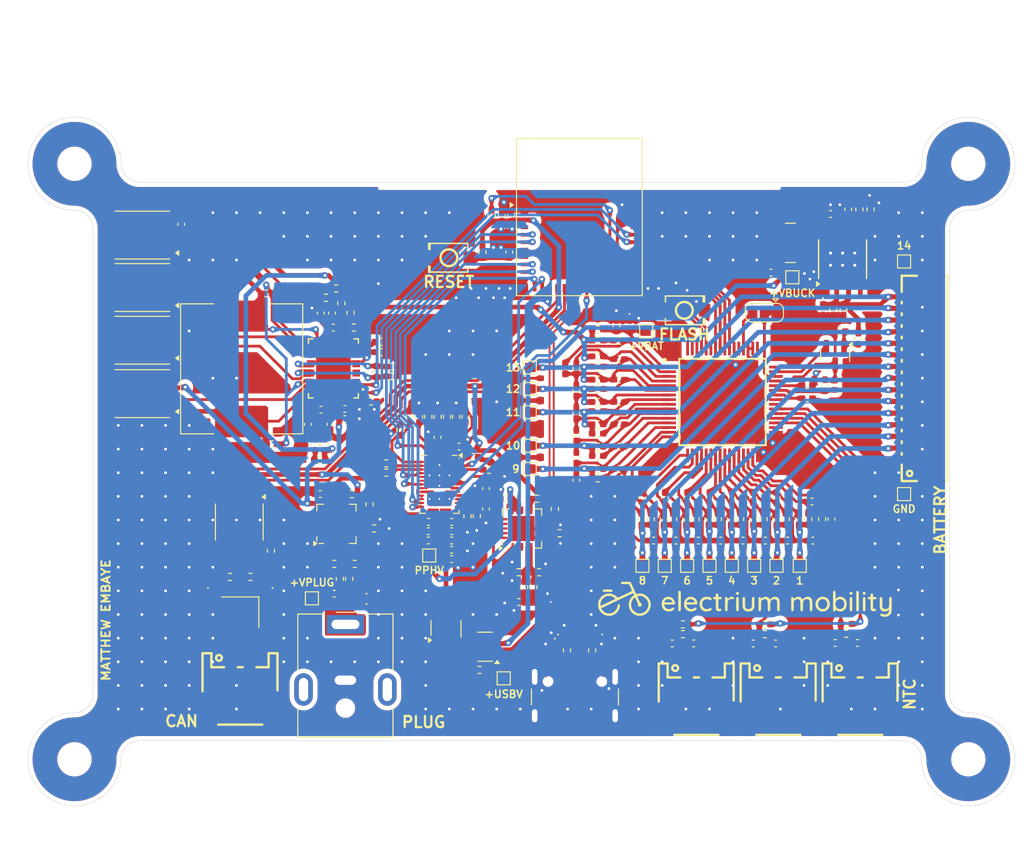
<source format=kicad_pcb>
(kicad_pcb (version 20241229) (generator "pcbnew") (generator_version "9.0")
  (layers (0 "F.Cu" signal) (4 "In1.Cu" signal) (6 "In2.Cu" signal) (2 "B.Cu" signal) (13 "F.Paste" user) (15 "B.Paste" user) (5 "F.SilkS" user "F.Silkscreen") (7 "B.SilkS" user "B.Silkscreen") (1 "F.Mask" user) (3 "B.Mask" user) (25 "Edge.Cuts" user))
  (net 0 "")
  (net 1 "GND")
  (net 2 "/RESET")
  (net 3 "+VBAT")
  (net 4 "+3.3V")
  (net 5 "Net-(U1-VCC)")
  (net 6 "Net-(U1-BOOT)")
  (net 7 "Net-(U1-SW)")
  (net 8 "/BMS Controller/TEMP1")
  (net 9 "/BMS Controller/TEMP2")
  (net 10 "/BMS Controller/TEMP3")
  (net 11 "Net-(P2-Pin_1)")
  (net 12 "Net-(P3-Pin_1)")
  (net 13 "Net-(P4-Pin_1)")
  (net 14 "Net-(IC1-VC14)")
  (net 15 "Net-(IC1-VC12)")
  (net 16 "Net-(IC1-VC11)")
  (net 17 "Net-(IC1-VC10)")
  (net 18 "Net-(IC1-VC9)")
  (net 19 "Net-(IC1-VC8)")
  (net 20 "/BMS Controller/VC7")
  (net 21 "/BMS Controller/VC6")
  (net 22 "/BMS Controller/VC5")
  (net 23 "/BMS Controller/VC4")
  (net 24 "/BMS Controller/VC3")
  (net 25 "/BMS Controller/VC2")
  (net 26 "/BMS Controller/VC1")
  (net 27 "/BMS Controller/VC0")
  (net 28 "Net-(IC1-CB14)")
  (net 29 "Net-(IC1-CB13)")
  (net 30 "Net-(IC1-CB12)")
  (net 31 "Net-(IC1-CB11)")
  (net 32 "Net-(IC1-CB10)")
  (net 33 "Net-(IC1-CB9)")
  (net 34 "Net-(IC1-CB8)")
  (net 35 "/BMS Controller/CB7")
  (net 36 "/BMS Controller/CB6")
  (net 37 "/BMS Controller/CB5")
  (net 38 "/BMS Controller/CB4")
  (net 39 "/BMS Controller/CB3")
  (net 40 "/BMS Controller/CB2")
  (net 41 "/BMS Controller/CB1")
  (net 42 "Net-(IC1-V2P5)")
  (net 43 "Net-(IC1-REF)")
  (net 44 "Net-(Q1-C)")
  (net 45 "Net-(IC1-VCC)")
  (net 46 "Net-(IC1-V3P3)")
  (net 47 "+USBV")
  (net 48 "/Charge IC/LDO_3V3")
  (net 49 "/Charge IC/CC1")
  (net 50 "/Charge IC/CC2")
  (net 51 "/Charge IC/PPHV")
  (net 52 "/Charge IC/SW1")
  (net 53 "/Charge IC/BTST1")
  (net 54 "+VPLUG")
  (net 55 "/Charge IC/SW2")
  (net 56 "USB_D+")
  (net 57 "USB_D-")
  (net 58 "CANH")
  (net 59 "CANL")
  (net 60 "CSELECT")
  (net 61 "Net-(IC1-BASE)")
  (net 64 "DATAREADY")
  (net 66 "MOSI")
  (net 67 "MISO")
  (net 68 "SCLK")
  (net 69 "/BMS Controller/DRMODE")
  (net 70 "/BMS Controller/TEMPREG")
  (net 71 "/BMS Controller/V3P3")
  (net 78 "FAULT")
  (net 80 "/BMS Controller/CONN1")
  (net 81 "/BMS Controller/CONN9")
  (net 82 "/BMS Controller/CONN7")
  (net 83 "/BMS Controller/CONN4")
  (net 84 "/BMS Controller/CONN3")
  (net 85 "/BMS Controller/CONN5")
  (net 86 "/BMS Controller/CONN11")
  (net 87 "/BMS Controller/CONN10")
  (net 88 "/BMS Controller/CONN12")
  (net 89 "/BMS Controller/CONN6")
  (net 90 "/BMS Controller/CONN13")
  (net 91 "/BMS Controller/CONN8")
  (net 92 "/BMS Controller/CONN2")
  (net 93 "/Charge IC/HIDRV1")
  (net 94 "/Charge IC/LODRV1")
  (net 95 "/Charge IC/HIDRV2")
  (net 96 "/Charge IC/LODRV2")
  (net 97 "Net-(U2-IO8)")
  (net 98 "Net-(U1-FB)")
  (net 99 "/Charge IC/ADCIN1")
  (net 100 "/Charge IC/ADCIN3")
  (net 101 "/Charge IC/ADCIN2")
  (net 102 "/Charge IC/ADCIN4")
  (net 103 "Net-(R66-Pad2)")
  (net 104 "PDSCL")
  (net 105 "PDSDA")
  (net 106 "/FLASH")
  (net 108 "SINKEN")
  (net 111 "USBFAULT")
  (net 113 "PLUGFLIP")
  (net 114 "CHGSCL")
  (net 115 "+VBUCK")
  (net 116 "CHGSDA")
  (net 118 "CAP_MIS")
  (net 120 "DBG_ACC")
  (net 121 "PLUGEVENT")
  (net 122 "CANTX")
  (net 125 "CANRX")
  (net 126 "DRAIN")
  (net 128 "Net-(J1-CC1)")
  (net 129 "Net-(J1-CC2)")
  (net 130 "Net-(D9-A)")
  (net 131 "Net-(D8-A2)")
  (net 132 "Net-(D9-K)")
  (net 134 "+VLDO")
  (net 135 "Net-(U6-SRN)")
  (net 136 "Net-(U6-SRP)")
  (net 137 "Net-(U6-ACP)")
  (net 138 "Net-(U6-ACN)")
  (net 139 "Net-(U7-LDO_1V5)")
  (net 140 "Net-(U6-REGN)")
  (net 141 "Net-(U6-DRV_SUP)")
  (net 142 "Net-(U4-Rs)")
  (net 143 "Net-(R8-Pad1)")
  (net 144 "Net-(U5-ST)")
  (net 145 "Net-(R18-Pad2)")
  (net 146 "Net-(R55-Pad2)")
  (net 147 "Net-(U6-ICHG)")
  (net 148 "Net-(U6-FBG)")
  (net 149 "Net-(U6-ILIM_HIZ)")
  (net 150 "Net-(U6-FB)")
  (net 151 "Net-(R67-Pad2)")
  (net 152 "Net-(R68-Pad2)")
  (net 153 "Net-(R73-Pad1)")
  (net 154 "Net-(U6-FSW_SYNC)")
  (net 155 "Net-(U8-UVLO)")
  (net 156 "Net-(U9-UVLO)")
  (net 157 "Net-(U8-OVLO)")
  (net 158 "Net-(U9-OVLO)")
  (net 159 "Net-(U8-SETI)")
  (net 160 "Net-(U9-SETI)")
  (net 161 "Net-(U8-*FLAG)")
  (net 162 "Net-(U8-UVOV)")
  (net 163 "Net-(U9-*FLAG)")
  (net 164 "Net-(U9-UVOV)")
  (net 178 "Net-(U8-IN-Pad1)")
  (footprint "Resistor_SMD:R_0402_1005Metric_Pad0.72x0.64mm_HandSolder" (layer "F.Cu") (at 172.2 55.8 90)
    (property "Reference" "R50" (hide yes))
    (property "Value" "500")
  )
  (footprint "Resistor_SMD:R_0402_1005Metric_Pad0.72x0.64mm_HandSolder" (layer "F.Cu") (at 135.7 80.9 180)
    (property "Reference" "R79" (hide yes))
    (property "Value" "1.1M")
  )
  (footprint "Capacitor_SMD:C_0402_1005Metric_Pad0.74x0.62mm_HandSolder" (layer "F.Cu") (at 99.4578 43.5 -90)
    (property "Reference" "C76" (hide yes))
    (property "Value" "80µF")
  )
  (footprint "Resistor_SMD:R_0402_1005Metric_Pad0.72x0.64mm_HandSolder" (layer "F.Cu") (at 159.5 75.1975 90)
    (property "Reference" "R40" (hide yes))
    (property "Value" "15")
  )
  (footprint "Resistor_SMD:R_0402_1005Metric_Pad0.72x0.64mm_HandSolder" (layer "F.Cu") (at 137.7 73)
    (property "Reference" "R88" (hide yes))
    (property "Value" "10k")
  )
  (footprint "Resistor_SMD:R_0402_1005Metric_Pad0.72x0.64mm_HandSolder" (layer "F.Cu") (at 116.6578 52 -90)
    (property "Reference" "R56" (hide yes))
    (property "Value" "10")
  )
  (footprint "Resistor_SMD:R_0402_1005Metric_Pad0.72x0.64mm_HandSolder" (layer "F.Cu") (at 168.6 60.8 90)
    (property "Reference" "R49" (hide yes))
    (property "Value" "33")
  )
  (footprint "Capacitor_SMD:C_0402_1005Metric_Pad0.74x0.62mm_HandSolder" (layer "F.Cu") (at 170.22 55 180)
    (property "Reference" "C47" (hide yes))
    (property "Value" "idk")
  )
  (footprint "Capacitor_SMD:C_0402_1005Metric_Pad0.74x0.62mm_HandSolder" (layer "F.Cu") (at 126.01 77.485)
    (property "Reference" "C71" (hide yes))
    (property "Value" "22µF")
  )
  (footprint "Diode_SMD:D_0402_1005Metric_Pad0.77x0.64mm_HandSolder" (layer "F.Cu") (at 143.415 87.6 180)
    (property "Reference" "D2" (hide yes))
    (property "Value" "65V TVS")
  )
  (footprint "Resistor_SMD:R_0402_1005Metric_Pad0.72x0.64mm_HandSolder" (layer "F.Cu") (at 144.2 68.4)
    (property "Reference" "R28" (hide yes))
    (property "Value" "15")
  )
  (footprint "Resistor_SMD:R_0402_1005Metric_Pad0.72x0.64mm_HandSolder" (layer "F.Cu") (at 144.2 58.8)
    (property "Reference" "R20" (hide yes))
    (property "Value" "15")
  )
  (footprint "Inductor_SMD:L_Ferrocore_DLG-0403" (layer "F.Cu") (at 164.9 45.5 180)
    (property "Reference" "L1" (hide yes))
    (property "Value" "22µH")
  )
  (footprint "Resistor_SMD:R_0402_1005Metric_Pad0.72x0.64mm_HandSolder" (layer "F.Cu") (at 148.9 75.1975 90)
    (property "Reference" "R31" (hide yes))
    (property "Value" "15")
  )
  (footprint "Capacitor_SMD:C_0402_1005Metric_Pad0.74x0.62mm_HandSolder" (layer "F.Cu") (at 134.9 42.6 90)
    (property "Reference" "C6" (hide yes))
    (property "Value" "100nF")
  )
  (footprint "Resistor_SMD:R_0402_1005Metric_Pad0.72x0.64mm_HandSolder" (layer "F.Cu") (at 115.9 80 180)
    (property "Reference" "R77" (hide yes))
    (property "Value" "1.1M")
  )
  (footprint "Capacitor_SMD:C_0402_1005Metric_Pad0.74x0.62mm_HandSolder" (layer "F.Cu") (at 126.01 76.485)
    (property "Reference" "C67" (hide yes))
    (property "Value" "22µF")
  )
  (footprint "Package_SO:SOIC-8_3.9x4.9mm_P1.27mm" (layer "F.Cu") (at 105.7 75.5 -90)
    (property "Reference" "U4" (hide yes))
    (property "Value" "SN65HVD230")
  )
  (footprint "Resistor_SMD:R_0402_1005Metric_Pad0.72x0.64mm_HandSolder" (layer "F.Cu") (at 144.2 57.7)
    (property "Reference" "R19" (hide yes))
    (property "Value" "15")
  )
  (footprint "Capacitor_SMD:C_0402_1005Metric_Pad0.74x0.62mm_HandSolder" (layer "F.Cu") (at 169.3 75.1975 90)
    (property "Reference" "C29" (hide yes))
    (property "Value" "220nF")
  )
  (footprint "TestPoint:TestPoint_Pad_1.0x1.0mm" (layer "F.Cu") (at 163.4 80.2 90)
    (property "Reference" "2")
    (property "Value" "TEST POINT")
  )
  (footprint "Capacitor_SMD:C_0402_1005Metric_Pad0.74x0.62mm_HandSolder" (layer "F.Cu") (at 141.9 63.8 -90)
    (property "Reference" "C17" (hide yes))
    (property "Value" "220nF")
  )
  (footprint "Capacitor_SMD:C_0402_1005Metric_Pad0.74x0.62mm_HandSolder" (layer "F.Cu") (at 150.2 77.4975)
    (property "Reference" "C21" (hide yes))
    (property "Value" "220nF")
  )
  (footprint "Resistor_SMD:R_0402_1005Metric_Pad0.72x0.64mm_HandSolder" (layer "F.Cu") (at 118 54.6 180)
    (property "Reference" "R65" (hide yes))
    (property "Value" "13.7k")
  )
  (footprint "Resistor_SMD:R_0402_1005Metric_Pad0.72x0.64mm_HandSolder" (layer "F.Cu") (at 173.5 41.9005 90)
    (property "Reference" "R6" (hide yes))
    (property "Value" "43.2k")
  )
  (footprint "Capacitor_SMD:C_0402_1005Metric_Pad0.74x0.62mm_HandSolder" (layer "F.Cu") (at 113.0578 65 -90)
    (property "Reference" "C65" (hide yes))
    (property "Value" "100nF")
  )
  (footprint "Package_TO_SOT_SMD:SOT-23" (layer "F.Cu") (at 169.7 57.6 -90)
    (property "Reference" "Q1" (hide yes))
    (property "Value" "NPN")
  )
  (footprint "Resistor_SMD:R_0402_1005Metric_Pad0.72x0.64mm_HandSolder" (layer "F.Cu") (at 120.2 76.2)
    (property "Reference" "R84" (hide yes))
    (property "Value" "1.5k")
  )
  (footprint "Capacitor_SMD:C_0402_1005Metric_Pad0.74x0.62mm_HandSolder" (layer "F.Cu") (at 160.9 72.8975 90)
    (property "Reference" "C41" (hide yes))
    (property "Value" "47nF")
  )
  (footprint "Resistor_SMD:R_0402_1005Metric_Pad0.72x0.64mm_HandSolder" (layer "F.Cu") (at 153.7 75.1975 90)
    (property "Reference" "R35" (hide yes))
    (property "Value" "15")
  )
  (footprint "Capacitor_SMD:C_0402_1005Metric_Pad0.74x0.62mm_HandSolder" (layer "F.Cu") (at 157.4 77.4975)
    (property "Reference" "C24" (hide yes))
    (property "Value" "220nF")
  )
  (footprint "Resistor_SMD:R_0402_1005Metric_Pad0.72x0.64mm_HandSolder" (layer "F.Cu") (at 154.7 75.2 90)
    (property "Reference" "R36" (hide yes))
    (property "Value" "15")
  )
  (footprint "Resistor_SMD:R_0402_1005Metric_Pad0.72x0.64mm_HandSolder" (layer "F.Cu") (at 139.6 74.1 90)
    (property "Reference" "R89" (hide yes))
    (property "Value" "10k")
  )
  (footprint "Resistor_SMD:R_0402_1005Metric_Pad0.72x0.64mm_HandSolder" (layer "F.Cu") (at 114.3578 68.8 180)
    (property "Reference" "R75" (hide yes))
    (property "Value" "5m(shunt)")
  )
  (footprint "Capacitor_SMD:C_0402_1005Metric_Pad0.74x0.62mm_HandSolder" (layer "F.Cu") (at 132.2 74.1 90)
    (property "Reference" "C59" (hide yes))
    (property "Value" "330pF")
  )
  (footprint "Resistor_SMD:R_0402_1005Metric_Pad0.72x0.64mm_HandSolder" (layer "F.Cu") (at 163.4 75.1975 90)
    (property "Reference" "R43" (hide yes))
    (property "Value" "15")
  )
  (footprint "Resistor_SMD:R_0402_1005Metric_Pad0.72x0.64mm_HandSolder" (layer "F.Cu") (at 128.01 64.185 -90)
    (property "Reference" "R58" (hide yes))
    (property "Value" "9.4k")
  )
  (footprint "Resistor_SMD:R_0402_1005Metric_Pad0.72x0.64mm_HandSolder" (layer "F.Cu") (at 117.5 81.61 90)
    (property "Reference" "R80" (hide yes))
    (property "Value" "470k")
  )
  (footprint "Resistor_SMD:R_0402_1005Metric_Pad0.72x0.64mm_HandSolder" (layer "F.Cu") (at 117.6578 53 90)
    (property "Reference" "R63" (hide yes))
    (property "Value" "360k")
  )
  (footprint "Capacitor_SMD:C_0402_1005Metric_Pad0.74x0.62mm_HandSolder" (layer "F.Cu") (at 149 72.8975 90)
    (property "Reference" "C36" (hide yes))
    (property "Value" "47nF")
  )
  (footprint "Package_SO:Texas_HTSOP-8-1EP_3.9x4.9mm_P1.27mm_EP2.95x4.9mm_Mask2.4x3.1mm_ThermalVias" (layer "F.Cu") (at 170.5 47.25 90)
    (property "Reference" "U1" (hide yes))
    (property "Value" "LMR36510ADDA")
  )
  (footprint "Capacitor_SMD:C_0402_1005Metric_Pad0.74x0.62mm_HandSolder" (layer "F.Cu") (at 128.51 76.485 180)
    (property "Reference" "C58" (hide yes))
    (property "Value" "0.01µF")
  )
  (footprint "Capacitor_SMD:C_0402_1005Metric_Pad0.74x0.62mm_HandSolder" (layer "F.Cu") (at 130.8 68.485)
    (property "Reference" "C52" (hide yes))
    (property "Value" "10µF")
  )
  (footprint "Resistor_SMD:R_0402_1005Metric_Pad0.72x0.64mm_HandSolder" (layer "F.Cu") (at 119.8578 62.54 180)
    (property "Reference" "R74" (hide yes))
    (property "Value" "57.1k")
  )
  (footprint "Resistor_SMD:R_0402_1005Metric_Pad0.72x0.64mm_HandSolder" (layer "F.Cu") (at 116.5 81.61 90)
    (property "Reference" "R76" (hide yes))
    (property "Value" "2.2M")
  )
  (footprint "Capacitor_SMD:C_0402_1005Metric_Pad0.74x0.62mm_HandSolder" (layer "F.Cu") (at 167.2 73.2975)
    (property "Reference" "C43" (hide yes))
    (property "Value" "47nF")
  )
  (footprint "Connector_BarrelJack:BarrelJack_CUI_PJ-063AH_Horizontal" (layer "F.Cu") (at 117.1 86.5)
    (property "Reference" "PLUG")
    (property "Value" "Barrel Jack")
  )
  (footprint "Capacitor_SMD:C_0402_1005Metric_Pad0.74x0.62mm_HandSolder" (layer "F.Cu") (at 109.2 67.14)
    (property "Reference" "C72" (hide yes))
    (property "Value" "100nF")
  )
  (footprint "Resistor_SMD:R_0402_1005Metric_Pad0.72x0.64mm_HandSolder" (layer "F.Cu") (at 144.2 56)
    (property "Reference" "R18" (hide yes))
    (property "Value" "100")
  )
  (footprint "Diode_SMD:D_0402_1005Metric_Pad0.77x0.64mm_HandSolder" (layer "F.Cu") (at 118.1 84.3 180)
    (property "Reference" "D7" (hide yes))
    (property "Value" "65V TVS")
  )
  (footprint "Resistor_SMD:R_0402_1005Metric_Pad0.72x0.64mm_HandSolder" (layer "F.Cu") (at 144.2 66)
    (property "Reference" "R26" (hide yes))
    (property "Value" "15")
  )
  (footprint "Capacitor_SMD:C_0402_1005Metric_Pad0.74x0.62mm_HandSolder" (layer "F.Cu") (at 127 66.4 90)
    (property "Reference" "C63" (hide yes))
    (property "Value" "4.7µF")
  )
  (footprint "Capacitor_SMD:C_0402_1005Metric_Pad0.74x0.62mm_HandSolder" (layer "F.Cu") (at 141.9 61.4 -90)
    (property "Reference" "C16" (hide yes))
    (property "Value" "220nF")
  )
  (footprint "Resistor_SMD:R_0402_1005Metric_Pad0.72x0.64mm_HandSolder" (layer "F.Cu") (at 126.01 64.185 -90)
    (property "Reference" "R53" (hide yes))
    (property "Value" "162k")
  )
  (footprint "Package_DFN_QFN:Texas_REF0038A_WQFN-38-2EP_6x4mm_P0.4" (layer "F.Cu") (at 127.2 71.455 -90)
    (property "Reference" "U7" (hide yes))
    (property "Value" "TPS25730D")
  )
  (footprint "Capacitor_SMD:C_0402_1005Metric_Pad0.74x0.62mm_HandSolder" (layer "F.Cu") (at 128.51 78.485 180)
    (property "Reference" "C51" (hide yes))
    (property "Value" "0.01µF")
  )
  (footprint "Capacitor_SMD:C_0402_1005Metric_Pad0.74x0.62mm_HandSolder" (layer "F.Cu") (at 155 77.4975)
    (property "Reference" "C23" (hide yes))
    (property "Value" "220nF")
  )
  (footprint "Resistor_SMD:R_0402_1005Metric_Pad0.72x0.64mm_HandSolder" (layer "F.Cu") (at 144.2 67.4)
    (property "Reference" "R27" (hide yes))
    (property "Value" "15")
  )
  (footprint "TestPoint:TestPoint_Pad_1.0x1.0mm" (layer "F.Cu") (at 153.8 80.2 90)
    (property "Reference" "6")
    (property "Value" "TEST POINT")
  )
  (footprint "Resistor_SMD:R_0402_1005Metric_Pad0.72x0.64mm_HandSolder" (layer "F.Cu") (at 137.3 82.5 90)
    (property "Reference" "R82" (hide yes))
    (property "Value" "470k")
  )
  (footprint "Resistor_SMD:R_0402_1005Metric_Pad0.72x0.64mm_HandSolder" (layer "F.Cu") (at 136.3 82.5 90)
    (property "Reference" "R78" (hide yes))
    (property "Value" "2.2M")
  )
  (footprint "Package_DFN_QFN:TQFN-20-1EP_4x4mm_P0.5mm_EP2.7x2.7mm" (layer "F.Cu") (at 116.1375 75.7 90)
    (property "Reference" "U8" (hide yes))
    (property "Value" "MAX17614ATP+")
  )
  (footprint "TestPoint:TestPoint_Pad_1.0x1.0mm" (layer "F.Cu") (at 165.9 80.2 90)
    (property "Reference" "1")
    (property "Value" "TEST POINT")
  )
  (footprint "Connector_USB:USB_C_Receptacle_GCT_USB4105-xx-A_16P_TopMnt_Horizontal" (layer "F.Cu") (at 141.75 95.245)
    (property "Reference" "J1" (hide yes))
    (property "Value" "USB_C_Receptacle_USB2.0_14P")
  )
  (footprint "Package_DFN_QFN:TQFN-20-1EP_4x4mm_P0.5mm_EP2.7x2.7mm" (layer "F.Cu") (at 136.0625 76.2 90)
    (property "Reference" "U9" (hide yes))
    (property "Value" "MAX17614ATP+")
  )
  (footprint "Diode_SMD:D_0402_1005Metric_Pad0.77x0.64mm_HandSolder" (layer "F.Cu") (at 118.1 83.2 180)
    (property "Reference" "D10" (hide yes))
    (property "Value" "65V TVS")
  )
  (footprint "footprints:CONN-SMD_2P-P2.00_XUNPU_WAFER-PH2.0-2PWB" (layer "F.Cu") (at 154.8 93.9)
    (property "Reference" "P2" (hide yes))
    (property "Value" "2P JST")
  )
  (footprint "Resistor_SMD:R_0402_1005Metric_Pad0.72x0.64mm_HandSolder" (layer "F.Cu") (at 157.1 75.2 90)
    (property "Reference" "R38" (hide yes))
    (property "Value" "15")
  )
  (footprint "footprints:CONN-SMD_2P-P2.00_XUNPU_WAFER-PH2.0-2PWB" (layer "F.Cu") (at 163.6 93.9)
    (property "Reference" "P3" (hide yes))
    (property "Value" "2P JST")
  )
  (footprint "Resistor_SMD:R_0402_1005Metric_Pad0.72x0.64mm_HandSolder" (layer "F.Cu") (at 120.4578 59.34 90)
    (property "Reference" "R70" (hide yes))
    (property "Value" "10")
  )
  (footprint "RF_Module:ESP32-C6-MINI-1" (layer "F.Cu") (at 142.225 45.425)
    (property "Reference" "U2" (hide yes))
    (property "Value" "ESP32-C6-MINI-1")
  )
  (footprint "Resistor_SMD:R_0402_1005Metric_Pad0.72x0.64mm_HandSolder" (layer "F.Cu") (at 162 75.1975 90)
    (property "Reference" "R42" (hide yes))
    (property "Value" "15")
  )
  (footprint "MountingHole:MountingHole_3.2mm_M3" (layer "F.Cu") (at 88 101)
    (property "Reference" "H3" (hide yes))
    (property "Value" "MountingHole")
  )
  (footprint "Capacitor_SMD:C_0402_1005Metric_Pad0.74x0.62mm_HandSolder" (layer "F.Cu") (at 115.6578 53.04 -90)
    (property "Reference" "C53" (hide yes))
    (property "Value" "100nF")
  )
  (footprint "TestPoint:TestPoint_Pad_1.0x1.0mm" (layer "F.Cu") (at 136.9 61.2)
    (property "Reference" "12")
    (property "Value" "TEST POINT")
  )
  (footprint "Inductor_SMD:L_Sunlord_MWSA1205S-100" (layer "F.Cu") (at 105.9578 59.04 90)
    (property "Reference" "L2" (hide yes))
    (property "Value" "10uH")
  )
  (footprint "Capacitor_SMD:C_0402_1005Metric_Pad0.74x0.62mm_HandSolder" (layer "F.Cu") (at 122.0675 59.84 180)
    (property "Reference" "C69" (hide yes))
    (property "Value" "4.7µF")
  )
  (footprint "Capacitor_SMD:C_0402_1005Metric_Pad0.74x0.62mm_HandSolder" (layer "F.Cu") (at 135.7 84.1)
    (property "Reference" "C75" (hide yes))
    (property "Value" "1µF")
  )
  (footprint "Capacitor_SMD:C_0402_1005Metric_Pad0.74x0.62mm_HandSolder" (layer "F.Cu") (at 114.4578 53.04 90)
    (property "Reference" "C54" (hide yes))
    (property "Value" "100nF")
  )
  (footprint "Capacitor_SMD:C_0402_1005Metric_Pad0.74x0.62mm_HandSolder" (layer "F.Cu") (at 162.2 77.4975)
    (property "Reference" "C26" (hide yes))
    (property "Value" "220nF")
  )
  (footprint "Capacitor_SMD:C_0402_1005Metric_Pad0.74x0.62mm_HandSolder" (layer "F.Cu") (at 108.6578 50.94)
    (property "Reference" "C77" (hide yes))
    (property "Value" "100nF")
  )
  (footprint "TestPoint:TestPoint_Pad_1.0x1.0mm" (layer "F.Cu") (at 177.1 72.5 90)
    (property "Reference" "GND")
    (property "Value" "TEST POINT")
  )
  (footprint "Resistor_SMD:R_0402_1005Metric_Pad0.72x0.64mm_HandSolder" (layer "F.Cu") (at 131.21 74.885 90)
    (property "Reference" "R67" (hide yes))
    (property "Value" "10")
  )
  (footprint "Capacitor_SMD:C_0402_1005Metric_Pad0.74x0.62mm_HandSolder" (layer "F.Cu") (at 153.8 72.8975 90)
    (property "Reference" "C38" (hide yes))
    (property "Value" "47nF")
  )
  (footprint "Capacitor_SMD:C_0402_1005Metric_Pad0.74x0.62mm_HandSolder" (layer "F.Cu") (at 115.9 83.2)
    (property "Reference" "C74" (hide yes))
    (property "Value" "1µF")
  )
  (footprint "TestPoint:TestPoint_Pad_1.0x1.0mm" (layer "F.Cu") (at 136.9 63.7)
    (property "Reference" "11")
    (property "Value" "TEST POINT")
  )
  (footprint "footprints:CONN-SMD_2P-P2.00_XUNPU_WAFER-PH2.0-2PWB" (layer "F.Cu") (at 105.8 92.8)
    (property "Reference" "CAN")
    (property "Value" "2P JST")
  )
  (footprint "Diode_SMD:D_0402_1005Metric_Pad0.77x0.64mm_HandSolder" (layer "F.Cu") (at 108 82.6 180)
    (property "Reference" "D6" (hide yes))
    (property "Value" "65V TVS")
  )
  (footprint "Capacitor_SMD:C_0402_1005Metric_Pad0.74x0.62mm_HandSolder" (layer "F.Cu") (at 132.2 71.9 -90)
    (property "Reference" "C61" (hide yes))
    (property "Value" "330pF")
  )
  (footprint "Capacitor_SMD:C_0402_1005Metric_Pad0.74x0.62mm_HandSolder" (layer "F.Cu") (at 141.9 68.6 -90)
    (property "Reference" "C19" (hide yes))
    (property "Value" "220nF")
  )
  (footprint "Resistor_SMD:R_0402_1005Metric_Pad0.72x0.64mm_HandSolder" (layer "F.Cu") (at 140.1 76.7)
    (property "Reference" "R85" (hide yes))
    (property "Value" "1.5k")
  )
  (footprint "TestPoint:TestPoint_Pad_1.0x1.0mm" (layer "F.Cu") (at 126.1 79.1)
    (property "Reference" "PPHV")
    (property "Value" "TEST POINT")
  )
  (footprint "Resistor_SMD:R_0402_1005Metric_Pad0.72x0.64mm_HandSolder" (layer "F.Cu") (at 152.3 75.1975 90)
    (property "Reference" "R34" (hide yes))
    (property "Value" "15")
  )
  (footprint "Capacitor_SMD:C_0402_1005Metric_Pad0.74x0.62mm_HandSolder" (layer "F.Cu") (at 151.4 72.8975 90)
    (property "Reference" "C37" (hide yes))
    (property "Value" "47nF")
  )
  (footprint "Jumper:SolderJumper-3_P1.3mm_Bridged12_RoundedPad1.0x1.5mm" (layer "F.Cu") (at 162.1 53 180)
    (property "Reference" "JP1" (hide yes))
    (property "Value" "jumper")
  )
  (footprint "TestPoint:TestPoint_Pad_1.0x1.0mm" (layer "F.Cu") (at 149.4 55)
    (property "Reference" "+VBAT")
    (property "Value" "TEST POINT")
  )
  (footprint "Capacitor_SMD:C_0402_1005Metric_Pad0.74x0.62mm_HandSolder" (layer "F.Cu") (at 141.9 66.22 -90)
    (property "Reference" "C18" (hide yes))
    (property "Value" "220nF")
  )
  (footprint "Capacitor_SMD:C_0402_1005Metric_Pad0.74x0.62mm_HandSolder" (layer "F.Cu") (at 163.4 72.8975 90)
    (property "Reference" "C42" (hide yes))
    (property "Value" "47nF")
  )
  (footprint "Capacitor_SMD:C_0402_1005Metric_Pad0.74x0.62mm_HandSolder" (layer "F.Cu") (at 128.51 79.485 180)
    (property "Reference" "C50" (hide yes))
    (property "Value" "4.7µF")
  )
  (footprint "TestPoint:TestPoint_Pad_1.0x1.0mm" (layer "F.Cu") (at 113.5 83.7)
    (property "Reference" "+VPLUG")
    (property "Value" "TEST POINT")
  )
  (footprint "Capacitor_SMD:C_0402_1005Metric_Pad0.74x0.62mm_HandSolder" (layer "F.Cu") (at 162.8 48.7 180)
    (property "Reference" "C8" (hide yes))
    (property "Value" "66µF")
  )
  (footprint "Resistor_SMD:R_0402_1005Metric_Pad0.72x0.64mm_HandSolder" (layer "F.Cu") (at 121.49 69.2 180)
    (property "Reference" "R71" (hide yes))
    (property "Value" "3.3k")
  )
  (footprint "Capacitor_SMD:C_0402_1005Metric_Pad0.74x0.62mm_HandSolder" (layer "F.Cu") (at 128.51 75.485 180)
    (property "Reference" "C60" (hide yes))
    (property "Value" "0.01µF")
  )
  (footprint "Resistor_SMD:R_0402_1005Metric_Pad0.72x0.64mm_HandSolder" (layer "F.Cu") (at 132.8 42.6 90)
    (property "Reference" "R2" (hide yes))
    (property "Value" "10k")
  )
  (footprint "Capacitor_SMD:C_0402_1005Metric_Pad0.74x0.62mm_HandSolder" (layer "F.Cu") (at 141.9 59 -90)
    (property "Reference" "C15" (hide yes))
    (property "Value" "220nF")
  )
  (footprint "Resistor_SMD:R_0402_1005Metric_Pad0.72x0.64mm_HandSolder" (layer "F.Cu") (at 158.5 75.2 90)
    (property "Reference" "R39" (hide yes))
    (property "Value" "15")
  )
  (footprint "Package_TO_SOT_SMD:SOT-23-5_HandSoldering" (layer "F.Cu") (at 127.9 87 90)
    (property "Reference" "U3" (hide yes))
    (property "Value" "TLV70433DBVR")
  )
  (footprint "Diode_SMD:D_0402_1005Metric_Pad0.77x0.64mm_HandSolder" (layer "F.Cu") (at 103.6 82.6)
    (property "Reference" "D5" (hide yes))
    (property "Value" "65V TVS")
  )
  (footprint "Resistor_SMD:R_0402_1005Metric_Pad0.72x0.64mm_HandSolder" (layer "F.Cu") (at 121.49 70.2 180)
    (property "Reference" "R69" (hide yes))
    (property "Value" "3.3k")
  )
  (footprint "Capacitor_SMD:C_0402_1005Metric_Pad0.74x0.62mm_HandSolder" (layer "F.Cu") (at 170.2 60.3)
    (property "Reference" "C49" (hide yes))
    (property "Value" "1µF")
  )
  (footprint "TestPoint:TestPoint_Pad_1.0x1.0mm" (layer "F.Cu") (at 165.1 49.2)
    (property "Reference" "+VBUCK")
    (property "Value" "TEST POINT")
  )
  (footprint "MountingHole:MountingHole_3.2mm_M3" (layer "F.Cu") (at 184 37)
    (property "Reference" "H2" (hide yes))
    (property "Value" "MountingHole")
  )
  (footprint "Capacitor_SMD:C_0402_1005Metric_Pad0.74x0.62mm_HandSolder" (layer "F.Cu") (at 146.5 58)
    (property "Reference" "C30" (hide yes))
    (property "Value" "47nF")
  )
  (footprint "Diode_SMD:D_0402_1005Metric_Pad0.77x0.64mm_HandSolder" (layer "F.Cu") (at 140.7 59 -90)
    (property "Reference" "D9" (hide yes))
    (property "Value" "DIODE")
  )
  (footprint "Resistor_SMD:R_0402_1005Metric_Pad0.72x0.64mm_HandSolder" (layer "F.Cu") (at 131.5 91.4)
    (property "Reference" "R10" (hide yes))
    (property "Value" "10k")
  )
  (footprint "footprints:BQ25756RRVR" (layer "F.Cu") (at 115.8089 58.989433 180)
    (property "Reference" "U6" (hide yes))
    (property "Value" "BQ25756RRVR")
  )
  (footprint "Resistor_SMD:R_0402_1005Metric_Pad0.72x0.64mm_HandSolder" (layer "F.Cu") (at 164.4 75.1975 90)
    (property "Reference" "R44" (hide yes))
    (property "Value" "15")
  )
  (footprint "Capacitor_SMD:C_0402_1005Metric_Pad0.74x0.62mm_HandSolder" (layer "F.Cu") (at 141.9 71 -90)
    (property "Reference" "C20" (hide yes))
    (property "Value" "220nF")
  )
  (footprint "Capacitor_SMD:C_0402_1005Metric_Pad0.74x0.62mm_HandSolder" (layer "F.Cu") (at 128.51 77.485 180)
    (property "Reference" "C55" (hide yes))
    (property "Value" "0.01µF")
  )
  (footprint "Capacitor_SMD:C_0402_1005Metric_Pad0.74x0.62mm_HandSolder" (layer "F.Cu") (at 156.2 72.8975 90)
    (property "Reference" "C39" (hide yes))
    (property "Value" "47nF")
  )
  (footprint "Capacitor_SMD:C_0402_1005Metric_Pad0.74x0.62mm_HandSolder" (layer "F.Cu") (at 169.7 88.5 180)
    (property "Reference" "C11" (hide yes))
    (property "Value" "10nF")
  )
  (footprint "Capacitor_SMD:C_0402_1005Metric_Pad0.74x0.62mm_HandSolder" (layer "F.Cu") (at 160.9 88.55 180)
    (property "Reference" "C10" (hide yes))
    (property "Value" "10nF")
  )
  (footprint "Resistor_SMD:R_0402_1005Metric_Pad0.72x0.64mm_HandSolder" (layer "F.Cu") (at 162.15 87.55)
    (property "Reference" "R15" (hide yes))
    (property "Value" "2.2k")
  )
  (footprint "Capacitor_SMD:C_0402_1005Metric_Pad0.74x0.62mm_HandSolder" (layer "F.Cu") (at 146.2 54.4 -90)
    (property "Reference" "C44" (hide yes))
    (property "Value" "idk")
  )
  (footprint "footprints:CONN-SMD_15P-P1.25_SM15B-GHS-TB-LF-SN" (layer "F.Cu") (at 179.3495 60.049 90)
    (property "Reference" "BATTERY")
    (property "Value" "15P JST")
  )
  (footprint "Resistor_SMD:R_0402_1005Metric_Pad0.72x0.64mm_HandSolder" (layer "F.Cu") (at 144.2 60.2)
    (property "Reference" "R21" (hide yes))
    (property "Value" "15")
  )
  (footprint "Diode_SMD:D_0402_1005Metric_Pad0.77x0.64mm_HandSolder" (layer "F.Cu") (at 139.6 89.3 -90)
    (property "Reference" "D3" (hide yes))
    (property "Value" "65V TVS")
  )
  (footprint "Capacitor_SMD:C_0402_1005Metric_Pad0.74x0.62mm_HandSolder" (layer "F.Cu") (at 134.7 46.5 90)
    (property "Reference" "C1" (hide yes))
    (property "Value" "100nF")
  )
  (footprint "Capacitor_SMD:C_0402_1005Metric_Pad0.74x0.62mm_HandSolder" (layer "F.Cu") (at 172.1 88.5)
    (property "Reference" "C14" (hide yes))
    (property "Value" "2.2nF")
  )
  (footprint "Resistor_SMD:R_0402_1005Metric_Pad0.72x0.64mm_HandSolder" (layer "F.Cu") (at 120.8578 57.24 180)
    (property "Reference" "R62" (hide yes))
    (property "Value" "10k")
  )
  (footprint "Capacitor_SMD:C_0402_1005Metric_Pad0.74x0.62mm_HandSolder" (layer "F.Cu") (at 134.3 73)
    (property "Reference" "C79" (hide yes))
    (property "Value" "4.7µF")
  )
  (footprint "Capacitor_SMD:C_0402_1005Metric_Pad0.74x0.62mm_HandSolder" (layer "F.Cu") (at 146.5 67.4)
    (property "Reference" "C34" (hide yes))
    (property "Value" "47nF")
  )
  (footprint "Resistor_SMD:R_0402_1005Metric_Pad0.72x0.64mm_HandSolder" (layer "F.Cu") (at 113.8578 67.2 90)
    (property "Reference" "R73" (hide yes))
    (property "Value" "10")
  )
  (footprint "TestPoint:TestPoint_Pad_1.0x1.0mm" (layer "F.Cu") (at 158.6 80.2 90)
    (property "Reference" "4")
    (property "Value" "TEST POINT")
  )
  (footprint "footprints:CONN-SMD_2P-P2.00_XUNPU_WAFER-PH2.0-2PWB" (layer "F.Cu") (at 172.4 93.9)
    (property "Reference" "NTC")
    (property "Value" "2P JST")
  )
  (footprint "Resistor_SMD:R_0402_1005Metric_Pad0.72x0.64mm_HandSolder" (layer "F.Cu") (at 144.2 70.8)
    (property "Reference" "R30" (hide yes))
    (property "Value" "15")
  )
  (footprint "TestPoint:TestPoint_Pad_1.0x1.0mm" (layer "F.Cu") (at 177.1 47.5)
    (property "Reference" "14")
    (property "Value" "TEST POINT")
  )
  (footprint "footprints:SW-SMD_L3.9-W3.0-P4.45" (layer "F.Cu") (at 128.215 47.1 180)
    (property "Reference" "RESET")
    (property "Value" "Button")
  )
  (footprint "Resistor_SMD:R_0402_1005Metric_Pad0.72x0.64mm_HandSolder" (layer "F.Cu") (at 168.3 75.1975 -90)
    (property "Reference" "R47" (hide yes))
    (property "Value" "15")
  )
  (footprint "TestPoint:TestPoint_Pad_1.0x1.0mm" (layer "F.Cu") (at 136.9 58.9)
    (property "Reference" "13")
    (property "Value" "TEST POINT")
  )
  (footprint "Diode_SMD:D_0402_1005Metric_Pad0.77x0.64mm_HandSolder" (layer "F.Cu") (at 147.6 54.4 -90)
    (property "Reference" "D8" (hide yes))
    (property "Value" "65V TVS")
  )
  (footprint "MountingHole:MountingHole_3.2mm_M3" (layer "F.Cu") (at 184 101)
    (property "Reference" "H4" (hide yes))
    (property "Value" "MountingHole")
  )
  (footprint "Resistor_SMD:R_0402_1005Metric_Pad0.72x0.64mm_HandSolder" (layer "F.Cu") (at 116.1 50.4 180)
    (property "Reference" "R55" (hide yes))
    (property "Value" "5m(shunt)")
  )
  (footprint "Capacitor_SMD:C_0402_1005Metric_Pad0.74x0.62mm_HandSolder" (layer "F.Cu") (at 163.3 88.55)
    (property "Reference" "C13" (hide yes))
    (property "Value" "2.2nF")
  )
  (footprint "Diode_SMD:D_0402_1005Metric_Pad0.77x0.64mm_HandSolder" (layer "F.Cu") (at 168.4 52.7005 -90)
    (property "Reference" "D1" (hide yes))
    (property "Value" "65V TVS")
  )
  (footprint "Resistor_SMD:R_0402_1005Metric_Pad0.72x0.64mm_HandSolder" (layer "F.Cu") (at 118.1 80)
    (property "Reference" "R81" (hide yes))
    (property "Value" "18.2k")
  )
  (footprint "TestPoint:TestPoint_Pad_1.0x1.0mm" (layer "F.Cu") (at 151.4 80.2 90)
    (property "Reference" "7")
    (property "Value" "TEST POINT")
  )
  (footprint "Resistor_SMD:R_0402_1005Metric_Pad0.72x0.64mm_HandSolder" (layer "F.Cu") (at 144.2 61.2)
    (property "Reference" "R22" (hide yes))
    (property "Value" "15")
  )
  (footprint "Capacitor_SMD:C_0402_1005Metric_Pad0.74x0.62mm_HandSolder" (layer "F.Cu") (at 146.5 69.8)
    (property "Reference" "C35" (hide yes))
    (property "Value" "47nF")
  )
  (footprint "TestPoint:TestPoint_Pad_1.0x1.0mm" (layer "F.Cu") (at 161 80.2 90)
    (property "Reference" "3")
    (property "Value" "TEST POINT")
  )
  (footprint "Resistor_SMD:R_0402_1005Metric_Pad0.72x0.64mm_HandSolder" (layer "F.Cu") (at 170.9 87.5)
    (property "Reference" "R16" (hide yes))
    (property "Value" "2.2k")
  )
  (footprint "Capacitor_SMD:C_0402_1005Metric_Pad0.74x0.62mm_HandSolder" (layer "F.Cu") (at 154.5 88.544948)
    (property "Reference" "C12" (hide yes))
    (property "Value" "2.2nF")
  )
  (footprint "Capacitor_SMD:C_0402_1005Metric_Pad0.74x0.62mm_HandSolder" (layer "F.Cu") (at 146.5 62.6)
    (property "Reference" "C32" (hide yes))
    (property "Value" "47nF")
  )
  (footprint "Resistor_SMD:R_0402_1005Metric_Pad0.72x0.64mm_HandSolder" (layer "F.Cu") (at 162.15 86.5 180)
    (property "Reference" "R12" (hide yes))
    (property "Value" "10k")
  )
  (footprint "TestPoint:TestPoint_Pad_1.0x1.0mm" (layer "F.Cu") (at 156.2 80.2 90)
    (property "Reference" "5")
    (property "Value" "TEST POINT")
  )
  (footprint "Capacitor_SMD:C_0402_1005Metric_Pad0.74x0.62mm_HandSolder" (layer "F.Cu") (at 158.6 72.8975 90)
    (property "Reference" "C40" (hide yes))
    (property "Value" "47nF")
  )
  (footprint "Capacitor_SMD:C_0402_1005Metric_Pad0.74x0.62mm_HandSolder" (layer "F.Cu") (at 115.5 65 90)
    (property "Reference" "C64" (hide yes))
    (property "Value" "100nF")
  )
  (footprint "Capacitor_SMD:C_0402_1005Metric_Pad0.74x0.62mm_HandSolder" (layer "F.Cu") (at 169.5 52.6855 -90)
    (property "Reference" "C2" (hide yes))
    (property "Value" "2.2µF")
  )
  (footprint "TestPoint:TestPoint_Pad_1.0x1.0mm" (layer "F.Cu") (at 149 80.2 90)
    (property "Reference" "8")
    (property "Value" "TEST POINT")
  )
  (footprint "Capacitor_SMD:C_0402_1005Metric_Pad0.74x0.62mm_HandSolder" (layer "F.Cu") (at 126.03 75.485)
    (property "Reference" "C66" (hide yes))
    (property "Value" "10µF")
  )
  (footprint "Capacitor_SMD:C_0402_1005Metric_Pad0.74x0.62mm_HandSolder" (layer "F.Cu") (at 169.2 42.4)
    (property "Reference" "C7" (hide yes))
    (property "Value" "0.1µF")
  )
  (footprint "Resistor_SMD:R_0402_1005Metric_Pad0.72x0.64mm_HandSolder" (layer "F.Cu") (at 144.2 54.8)
    (property "Reference" "R17" (hide yes))
    (property "Value" "100")
  )
  (footprint "Capacitor_SMD:C_0402_1005Metric_Pad0.74x0.62mm_HandSolder" (layer "F.Cu") (at 167.3 77.4975)
    (property "Reference" "C28" (hide yes))
    (property "Value" "220nF")
  )
  (footprint "Resistor_SMD:R_0402_1005Metric_Pad0.72x0.64mm_HandSolder" (layer "F.Cu") (at 153.35 87.55)
    (property "Reference" "R14" (hide yes))
    (property "Value" "2.2k")
  )
  (footprint "Resistor_SMD:R_0402_1005Metric_Pad0.72x0.64mm_HandSolder" (layer "F.Cu") (at 106.9 81.4)
    (property "Reference" "R8" (hide yes))
    (property "Value" "120")
  )
  (footprint "Resistor_SMD:R_0402_1005Metric_Pad0.72x0.64mm_HandSolder" (layer "F.Cu") (at 114.8578 67.2 90)
    (property "Reference" "R72" (hide yes))
    (property "Value" "10")
  )
  (footprint "Resistor_SMD:R_0402_1005Metric_Pad0.72x0.64mm_HandSolder" (layer "F.Cu") (at 149.9 75.1975 90)
    (property "Reference" "R32" (hide yes))
    (property "Value" "15")
  )
  (footprint "Crystal:Crystal_SMD_TXC_7M-4Pin_3.2x2.5mm" (layer "F.Cu") (at 105.8 85.2 180)
    (property "Reference" "FL1" (hide yes))
    (property "Value" "100µH ~150mA")
  )
  (footprint "Capacitor_SMD:C_0402_1005Metric_Pad0.74x0.62mm_HandSolder" (layer "F.Cu") (at 115.8 54.6)
    (property "Reference" "C56" (hide yes))
    (property "Value" "470nF")
  )
  (footprint "Resistor_SMD:R_0402_1005Metric_Pad0.72x0.64mm_HandSolder" (layer "F.Cu") (at 140.9 89.3 90)
    (property "Reference" "R4" (hide yes))
    (property "Value" "5.1k")
  )
  (footprint "Resistor_SMD:R_0402_1005Metric_Pad0.72x0.64mm_HandSolder" (layer "F.Cu") (at 151.3 75.1975 90)
    (property "Reference" "R33" (hide yes))
    (property "Value" "15")
  )
  (footprint "Resistor_SMD:R_0402_1005Metric_Pad0.72x0.64mm_HandSolder" (layer "F.Cu") (at 104.7 81.4)
    (property "Reference" "R9" (hide yes))
    (property "Value" "0")
  )
  (footprint "Package_SO:PowerPAK_SO-8_Single" (layer "F.Cu") (at 95.2878 55.965 180)
    (property "Reference" "Q3" (hide yes))
    (property "Value" "SiRA00DP")
  )
  (footprint "Capacitor_SMD:C_0402_1005Metric_Pad0.74x0.62mm_HandSolder" (layer "F.Cu") (at 170.2 61.3)
    (property "Reference" "C48" (hide yes))
    (property "Value" "1µF")
  )
  (footprint "Resistor_SMD:R_0402_1005Metric_Pad0.72x0.64mm_HandSolder" (layer "F.Cu") (at 172.3 41.9005 -90)
    (property "Reference" "R5" (hide yes))
    (property "Value" "100k")
  )
  (footprint "Resistor_SMD:R_0402_1005Metric_Pad0.72x0.64mm_HandSolder" (layer "F.Cu") (at 166.8 75.1875 90)
    (property "Reference" "R46" (hide yes))
    (property "Value" "15")
  )
  (footprint "Capacitor_SMD:C_0402_1005Metric_Pad0.74x0.62mm_HandSolder" (layer "F.Cu") (at 152.6 77.4975)
    (property "Reference" "C22" (hide yes))
    (property "Value" "220nF")
  )
  (footprint "footprints:SW-SMD_L3.9-W3.0-P4.45" (layer "F.Cu") (at 153.5 52.75)
    (property "Reference" "FLASH")
    (property "Value" "Button")
  )
  (footprint "Package_SO:PowerPAK_SO-8_Single" (layer "F.Cu") (at 95.2878 44.665 180)
    (property "Reference" "Q4" (hide yes))
    (property "Value" "SiRA00DP")
  )
  (footprint "MountingHole:MountingHole_3.2mm_M3" (layer "F.Cu") (at 88 37)
    (property "Reference" "H1" (hide yes))
    (property "Value" "MountingHole")
  )
  (footprint "Capacitor_SMD:C_0402_1005Metric_Pad0.74x0.62mm_HandSolder" (layer "F.Cu") (at 166.7 60.8)
    (property "Reference" "C45" (hide yes))
    (property "Value" "1µF")
  )
  (footprint "Package_SO:PowerPAK_SO-8_Single" (layer "F.Cu") (at 95.2878 61.705 180)
    (property "Reference" "Q2" (hide yes))
    (property "Value" "SiRA00DP")
  )
  (footprint "Capacitor_SMD:C_0402_1005Metric_Pad0.74x0.62mm_HandSolder" (layer "F.Cu") (at 114.4 72.5)
    (property "Reference" "C78" (hide yes))
    (property "Value" "4.7µF")
  )
  (footprint "Package_SO:PowerPAK_SO-8_Single" (layer "F.Cu") (at 95.29 50.3 180)
    (property "Reference" "Q5" (hide yes))
    (property "Value" "SiRA00DP")
  )
  (footprint "Resistor_SMD:R_0402_1005Metric_Pad0.72x0.64mm_HandSolder" (layer "F.Cu") (at 117.8 72.5)
    (property "Reference" "R86" (hide yes))
    (property "Value" "10k")
  )
  (footprint "Capacitor_SMD:C_0402_1005Metric_Pad0.74x0.62mm_HandSolder" (layer "F.Cu") (at 146.5 65)
    (property "Reference" "C33" (hide yes))
    (property "Value" "47nF")
  )
  (footprint "Diode_SMD:D_0402_1005Metric_Pad0.77x0.64mm_HandSolder" (layer "F.Cu") (at 141.2 87.6)
    (property "Reference" "D4" (hide yes))
    (property "Value" "65V TVS")
  )
  (footprint "Capacitor_SMD:C_0402_1005Metric_Pad0.74x0.62mm_HandSolder" (layer "F.Cu") (at 114.4578 63.44 180)
    (property "Reference" "C62" (hide yes))
    (property "Value" "470nF")
  )
  (footprint "Resistor_SMD:R_0402_1005Metric_Pad0.72x0.64mm_HandSolder" (layer "F.Cu") (at 144.2 62.6)
    (property "Reference" "R23" (hide yes))
    (property "Value" "15")
  )
  (footprint "Capacitor_SMD:C_0402_1005Metric_Pad0.74x0.62mm_HandSolder" (layer "F.Cu") (at 159.8 77.4975)
    (property "Reference" "C25" (hide yes))
    (property "Value" "220nF")
  )
  (footprint "Capacitor_SMD:C_0402_1005Metric_Pad0.74x0.62mm_HandSolder" (layer "F.Cu") (at 117.0378 63.34)
    (property "Reference" "C68" (hide yes))
    (property "Value" "1µF")
  )
  (footprint "Resistor_SMD:R_0402_1005Metric_Pad0.72x0.64mm_HandSolder" (layer "F.Cu") (at 146.5 56)
    (property "Reference" "R48" (hide yes))
    (property "Value" "910")
  )
  (footprint "Resistor_SMD:R_0402_1005Metric_Pad0.72x0.64mm_HandSolder" (layer "F.Cu") (at 119.7 73.6 90)
    (property "Reference" "R87" (hide yes))
    (property "Value" "10k")
  )
  (footprint "Resistor_SMD:R_0402_1005Metric_Pad0.72x0.64mm_HandSolder" (layer "F.Cu") (at 137.9 80.9)
    (property "Reference" "R83" (hide yes))
    (property "Value" "18.2k")
  )
  (footprint "Resistor_SMD:R_0402_1005Metric_Pad0.72x0.64mm_HandSolder" (layer "F.Cu") (at 120.8578 56.14)
    (property "Reference" "R64" (hide yes))
    (property "Value" "3k")
  )
  (footprint "TestPoint:TestPoint_Pad_1.0x1.0mm" (layer "F.Cu") (at 136.9 69.8)
    (property "Reference" "9")
    (property "Value" "TEST POINT")
  )
  (footprint "Resistor_SMD:R_0402_1005Metric_Pad0.72x0.64mm_HandSolder" (layer "F.Cu") (at 124.01 64.185 -90)
    (property "Reference" "R60" (hide yes))
    (property "Value" "190k")
  )
  (footprint "Package_TO_SOT_SMD:SOT-23-8" (layer "F.Cu") (at 132.1 88.9 180)
    (property "Reference" "U5" (hide yes))
    (property "Value" "LM66200DRLR")
  )
  (footprint "Resistor_SMD:R_0402_1005Metric_Pad0.72x0.64mm_HandSolder" (layer "F.Cu") (at 131.815 46.5 -90)
    (property "Reference" "R1" (hide yes))
    (property "Value" "10k")
  )
  (footprint "Resistor_SMD:R_0402_1005Metric_Pad0.72x0.64mm_HandSolder" (layer "F.Cu") (at 143.6 89.3 90)
    (property "Reference" "R3" (hide yes))
    (property "Value" "5.1k")
  )
  (footprint "TestPoint:TestPoint_Pad_1.0x1.0mm" (layer "F.Cu") (at 134.1 92.3)
    (property "Reference" "+USBV")
    (property "Value" "TEST POINT")
  )
  (footprint "Capacitor_SMD:C_0402_1005Metric_Pad0.74x0.62mm_HandSolder" (layer "F.Cu") (at 117.0378 64.44 180)
    (property "Reference" "C73" (hide yes))
    (property "Value" "80µF")
  )
  (footprint "Resistor_SMD:R_0402_1005Metric_Pad0.72x0.64mm_HandSolder" (layer "F.Cu") (at 153.35 86.5 180)
    (property "Reference" "R11" (hide yes))
    (property "Value" "10k")
  )
  (footprint "Resistor_SMD:R_0402_1005Metric_Pad0.72x0.64mm_HandSolder" (layer "F.Cu") (at 165.8 75.1875 90)
    (property "Reference" "R45" (hide yes))
    (property "Value" "15")
  )
  (footprint "Resistor_SMD:R_0402_1005Metric_Pad0.72x0.64mm_HandSolder" (layer "F.Cu") (at 129 64.2 90)
    (property "Reference" "R52" (hide yes))
    (property "Value" "2.28k")
  )
  (footprint "Capacitor_SMD:C_0402_1005Metric_Pad0.74x0.62mm_HandSolder" (layer "F.Cu") (at 133.9 42.6 90)
    (property "Reference" "C4" (hide yes))
    (property "Value" "22uF")
  )
  (footprint "Resistor_SMD:R_0402_1005Metric_Pad0.72x0.64mm_HandSolder" (layer "F.Cu") (at 130.01 64.185 -90)
    (property "Reference" "R51" (hide yes))
    (property "Value" "198.2k")
  )
  (footprint "Resistor_SMD:R_0402_1005Metric_Pad0.72x0.64mm_HandSolder" (layer "F.Cu") (at 125.01 64.2 90)
    (property "Reference" "R54" (hide yes))
    (property "Value" "38k")
  )
  (footprint "Resistor_SMD:R_0402_1005Metric_Pad0.72x0.64mm_HandSolder" (layer "F.Cu") (at 132.51 69.885 180)
    (property "Reference" "R68" (hide yes))
    (property "Value" "10")
  )
  (footprint "Capacitor_SMD:C_0402_1005Metric_Pad0.74x0.62mm_HandSolder" (layer "F.Cu") (at 170.6 52.6855 -90)
    (property "Reference" "C3" (hide yes))
    (property "Value" "220nF")
  )
  (footprint "Capacitor_SMD:C_0402_1005Metric_Pad0.74x0.62mm_HandSolder" (layer "F.Cu") (at 129.3 67.4)
    (property "Reference" "C57" (hide yes))
    (property "Value" "10µF")
  )
  (footprint "Capacitor_SMD:C_0402_1005Metric_Pad0.74x0.62mm_HandSolder" (layer "F.Cu") (at 146.5 60.2)
    (property "Reference" "C31" (hide yes))
    (property "Value" "47nF")
  )
  (footprint "Capacitor_SMD:C_0402_1005Metric_Pad0.74x0.62mm_HandSolder" (layer "F.Cu") (at 164.6 77.4975)
    (property "Reference" "C27" (hide yes))
    (property "Value" "220nF")
  )
  (footprint "Resistor_SMD:R_0402_1005Metric_Pad0.72x0.64mm_HandSolder" (layer "F.Cu") (at 130.21 74.885 90)
    (property "Reference" "R66" (hide yes))
    (property "Value" "10")
  )
  (footprint "Capacitor_SMD:C_0402_1005Metric_Pad0.74x0.62mm_HandSolder" (layer "F.Cu") (at 152.2 88.55 180)
    (property "Reference" "C9" (hide yes))
    (property "Value" "10nF")
  )
  (footprint "Resistor_SMD:R_0402_1005Metric_Pad0.72x0.64mm_HandSolder" (layer "F.Cu") (at 160.9 75.2 90)
    (property "Reference" "R41" (hide yes))
    (property "Value" "15")
  )
  (footprint "Resistor_SMD:R_0402_1005Metric_Pad0.72x0.64mm_HandSolder" (layer "F.Cu") (at 144.2 65)
    (property "Reference" "R25" (hide yes))
    (property "Value" "15")
  )
  (footprint "Capacitor_SMD:C_0402_1005Metric_Pad0.74x0.62mm_HandSolder" (layer "F.Cu") (at 171.1 41.9005 -90)
    (property "Reference" "C5" (hide yes))
    (property "Value" "1µF")
  )
  (footprint "Resistor_SMD:R_0402_1005Metric_Pad0.72x0.64mm_HandSolder" (layer "F.Cu") (at 115 51.4 180)
    (property "Reference" "R57" (hide yes))
    (property "Value" "10")
  )
  (footprint "Resistor_SMD:R_0402_1005Metric_Pad0.72x0.64mm_HandSolder" (layer "F.Cu") (at 144.2 69.8)
    (property "Reference" "R29" (hide yes))
    (property "Value" "15")
  )
  (footprint "TestPoint:TestPoint_Pad_1.0x1.0mm" (layer "F.Cu") (at 136.9 67.3)
    (property "Reference" "10")
    (property "Value" "TEST POINT")
  )
  (footprint "Resistor_SMD:R_0402_1005Metric_Pad0.72x0.64mm_HandSolder" (layer "F.Cu") (at 144.2 63.6)
    (property "Reference" "R24" (hide yes))
    (property "Value" "15")
  )
  (footprint "Diode_SMD:D_0402_1005Metric_Pad0.77x0.64mm_HandSolder" (layer "F.Cu") (at 137.9 84.1 180)
    (property "Reference" "D11" (hide yes))
    (property "Value" "65V TVS")
  )
  (footprint "Resistor_SMD:R_0402_1005Metric_Pad0.72x0.64mm_HandSolder" (layer "F.Cu") (at 123.01 65.6025 90)
    (property "Reference" "R61" (hide yes))
    (property "Value" "9.5k")
  )
  (footprint "LOGO" (layer "F.Cu") (at 160.1 83.9)
    (property "Reference" "G***" (hide yes))
    (property "Value" "LOGO" (hide yes))
  )
  (footprint "Resistor_SMD:R_0402_1005Metric_Pad0.72x0.64mm_HandSolder" (layer "F.Cu") (at 156.1 75.1975 90)
    (property "Reference" "R37" (hide yes))
    (property "Value" "15")
  )
  (footprint "Resistor_SMD:R_0402_1005Metric_Pad0.72x0.64mm_HandSolder" (layer "F.Cu") (at 109.1 78.5975 90)
    (property "Reference" "R7" (hide yes))
    (property "Value" "33k")
  )
  (footprint "Capacitor_SMD:C_0402_1005Metric_Pad0.74x0.62mm_HandSolder" (layer "F.Cu") (at 166.7 62.2)
    (property "Reference" "C46" (hide yes))
    (property "Value" "2.2µF")
  )
  (footprint "Resistor_SMD:R_0402_1005Metric_Pad0.72x0.64mm_HandSolder" (layer "F.Cu") (at 127.01 64.2 90)
    (property "Reference" "R59" (hide yes))
    (property "Value" "191k")
  )
  (footprint "Resistor_SMD:R_0402_1005Metric_Pad0.72x0.64mm_HandSolder" (layer "F.Cu") (at 170.9 86.45 180)
    (property "Reference" "R13" (hide yes))
    (property "Value" "10k")
  )
  (footprint "Capacitor_SMD:C_0402_1005Metric_Pad0.74x0.62mm_HandSolder" (layer "F.Cu") (at 122.1 58.8 180)
    (property "Reference" "C70" (hide yes))
    (property "Value" "4.7µF")
  )
  (footprint "footprints:QFP50P1200X1200X120-64N" (layer "F.Cu") (at 157.6 62.6)
    (property "Reference" "IC1" (hide yes))
    (property "Value" "RAA489204" (hide yes))
  )
  (gr_arc (start 131.774341 89.425659) (mid 131.919756 89.643289) (end 131.97082 89.9) (stroke (width 0.2)) (layer "F.Cu") (net 4))
  (gr_arc (start 177.8 51.1) (mid 177.375736 50.924264) (end 177.2 50.5) (stroke (width 0.2)) (layer "F.Cu") (net 3))
  (gr_arc (start 132.248936 89.799995) (mid 132.3 89.543284) (end 132.445415 89.325654) (stroke (width 0.2)) (layer "F.Cu") (net 4))
  (gr_arc (start 133.691548 79.491548) (mid 133.242215 79.580926) (end 132.987689 79.2) (stroke (width 0.2)) (layer "F.Cu") (net 47))
  (gr_arc (start 177 50.5) (mid 176.824264 50.924264) (end 176.4 51.1) (stroke (width 0.2)) (layer "F.Cu") (net 3))
  (gr_rect (start 133.1 79.6) (end 133.3 79.9) (stroke (width 0.2)) (fill no) (layer "F.Cu") (net 47))
  (gr_arc (start 182 44) (mid 182.585786 42.585786) (end 184 42) (stroke (width 0.05)) (layer "Edge.Cuts"))
  (gr_arc (start 88 42) (mid 89.414214 42.585786) (end 90 44) (stroke (width 0.05)) (layer "Edge.Cuts"))
  (gr_arc (start 95 39) (mid 93.585786 38.414214) (end 93 37) (stroke (width 0.05)) (layer "Edge.Cuts"))
  (gr_arc (start 184 96) (mid 182.585786 95.414214) (end 182 94) (stroke (width 0.05)) (layer "Edge.Cuts"))
  (gr_arc (start 93 101) (mid 93.585786 99.585786) (end 95 99) (stroke (width 0.05)) (layer "Edge.Cuts"))
  (gr_arc (start 177 99) (mid 178.414214 99.585786) (end 179 101) (stroke (width 0.05)) (layer "Edge.Cuts"))
  (gr_line (start 182 44) (end 182 94) (stroke (width 0.05)) (layer "Edge.Cuts"))
  (gr_arc (start 179.000631 37) (mid 178.41466 38.41466) (end 177 39.000631) (stroke (width 0.05)) (layer "Edge.Cuts"))
  (gr_arc (start 179.000631 37) (mid 187.535088 33.464912) (end 184 41.999369) (stroke (width 0.05)) (layer "Edge.Cuts"))
  (gr_arc (start 88 42) (mid 84.464466 33.464466) (end 93 37) (stroke (width 0.05)) (layer "Edge.Cuts"))
  (gr_line (start 95 39) (end 177 39.000631) (stroke (width 0.05)) (layer "Edge.Cuts"))
  (gr_arc (start 184 96) (mid 187.535534 104.535534) (end 179 101) (stroke (width 0.05)) (layer "Edge.Cuts"))
  (gr_line (start 90 94) (end 90 44) (stroke (width 0.05)) (layer "Edge.Cuts"))
  (gr_arc (start 93 101) (mid 84.464466 104.535534) (end 88 96) (stroke (width 0.05)) (layer "Edge.Cuts"))
  (gr_line (start 177 99) (end 95 99) (stroke (width 0.05)) (layer "Edge.Cuts"))
  (gr_arc (start 90 94) (mid 89.414214 95.414214) (end 88 96) (stroke (width 0.05)) (layer "Edge.Cuts"))
  (gr_text "MATTHEW EMBAYE" (at 91.9 92.7 90) (layer "F.SilkS") (effects (font (size 0.9 1) (thickness 0.2) (bold yes)) (justify left bottom)))
  (segment (start 135.1325 84.1) (end 134.3 84.1) (width 0.5) (layer "F.Cu") (net 1))
  (segment (start 124.799 72.410352) (end 124.799 72.056) (width 0.2) (layer "F.Cu") (net 1))
  (segment (start 124.799 72.056) (end 125 71.855) (width 0.2) (layer "F.Cu") (net 1))
  (segment (start 118.26 58.239244) (end 118.999748 58.239244) (width 0.2) (layer "F.Cu") (net 1))
  (segment (start 129.125 71.855) (end 128.565 71.855) (width 0.3) (layer "F.Cu") (net 1))
  (segment (start 129.125 70.455) (end 128.31 70.455) (width 0.3) (layer "F.Cu") (net 1))
  (segment (start 117.6053 63.34) (end 117.059215 62.793915) (width 0.3) (layer "F.Cu") (net 1))
  (segment (start 127.035 70.655) (end 127.2 70.49) (width 0.2) (layer "F.Cu") (net 1))
  (segment (start 138.837499 75.8) (end 140.2 75.8) (width 0.3) (layer "F.Cu") (net 1))
  (segment (start 126.635 71.055) (end 127.2 70.49) (width 0.2) (layer "F.Cu") (net 1))
  (segment (start 118.1 75.7) (end 118.512499 75.7) (width 0.3) (layer "F.Cu") (net 1))
  (segment (start 119.22 77.82) (end 120.64 77.82) (width 0.3) (layer "F.Cu") (net 1))
  (segment (start 128.31 70.455) (end 128.275 70.49) (width 0.3) (layer "F.Cu") (net 1))
  (segment (start 125 71.855) (end 125.275 71.855) (width 0.2) (layer "F.Cu") (net 1))
  (segment (start 133.7325 72.0675) (end 133.8 72) (width 0.5) (layer "F.Cu") (net 1))
  (segment (start 138.025 76.2) (end 138.437499 76.2) (width 0.3) (layer "F.Cu") (net 1))
  (segment (start 138.025 77.2) (end 137.0625 77.2) (width 0.3) (layer "F.Cu") (net 1))
  (segment (start 127 65.8325) (end 126.0325 65.8325) (width 0.5) (layer "F.Cu") (net 1))
  (segment (start 119.012499 75.2) (end 120.8 75.2) (width 0.3) (layer "F.Cu") (net 1))
  (segment (start 125.275 73.055) (end 125.275 72.655) (width 0.2) (layer "F.Cu") (net 1))
  (segment (start 113.3578 58.239244) (end 115.058711 58.239244) (width 0.2) (layer "F.Cu") (net 1))
  (segment (start 171.033 41.4) (end 171.1 41.333) (width 0.3) (layer "F.Cu") (net 1))
  (segment (start 126.0325 65.8325) (end 126 65.8) (width 0.5) (layer "F.Cu") (net 1))
  (segment (start 117.059215 60.239748) (end 115.8089 58.989433) (width 0.3) (layer "F.Cu") (net 1))
  (segment (start 163.338 66.35) (end 163.338 65.85) (width 0.3) (layer "F.Cu") (net 1))
  (segment (start 138.625 77.8) (end 140.2 77.8) (width 0.3) (layer "F.Cu") (net 1))
  (segment (start 163.338 66.662) (end 163 67) (width 0.3) (layer "F.Cu") (net 1))
  (segment (start 116.559089 58.239244) (end 115.8089 58.989433) (width 0.2) (layer "F.Cu") (net 1))
  (segment (start 133.7325 73) (end 133.7325 72.0675) (width 0.5) (layer "F.Cu") (net 1))
  (segment (start 118.1 75.7) (end 116.1375 75.7) (width 0.3) (layer "F.Cu") (net 1))
  (segment (start 137.0625 77.2) (end 136.0625 76.2) (width 0.3) (layer "F.Cu") (net 1))
  (segment (start 127.01 62.76) (end 127 62.75) (width 0.8) (layer "F.Cu") (net 1))
  (segment (start 118.999748 58.239244) (end 119.4 57.838992) (width 0.2) (layer "F.Cu") (net 1))
  (segment (start 118.1 76.7) (end 119.22 77.82) (width 0.3) (layer "F.Cu") (net 1))
  (segment (start 170.2 41.4) (end 171.033 41.4) (width 0.3) (layer "F.Cu") (net 1))
  (segment (start 129.8675 67.4) (end 129.8675 66.98103) (width 0.5) (layer "F.Cu") (net 1))
  (segment (start 128.565 71.855) (end 127.2 70.49) (width 0.3) (layer "F.Cu") (net 1))
  (segment (start 133.8225 70.6) (end 133.1075 69.885) (width 0.5) (layer "F.Cu") (net 1))
  (segment (start 138.437499 76.2) (end 138.837499 75.8) (width 0.3) (layer "F.Cu") (net 1))
  (segment (start 131.7075 68.485) (end 133.1075 69.885) (width 0.3) (layer "F.Cu") (net 1))
  (segment (start 117.059215 62.793915) (end 117.059215 61.935833) (width 0.3) (layer "F.Cu") (net 1))
  (segment (start 125.01 63.6025) (end 125.01 62.761) (width 0.8) (layer "F.Cu") (net 1))
  (segment (start 163.338 66.35) (end 163.338 66.662) (width 0.3) (layer "F.Cu") (net 1))
  (segment (start 125.275 71.055) (end 126.635 71.055) (width 0.2) (layer "F.Cu") (net 1))
  (segment (start 138.025 76.2) (end 136.0625 76.2) (width 0.3) (layer "F.Cu") (net 1))
  (segment (start 139.025 50.325) (end 139.025 51.575) (width 0.5) (layer "F.Cu") (net 1))
  (segment (start 125.275 72.655) (end 125.043648 72.655) (width 0.2) (layer "F.Cu") (net 1))
  (segment (start 118.26 58.239244) (end 116.559089 58.239244) (width 0.2) (layer "F.Cu") (net 1))
  (segment (start 131 71.6) (end 131.9325 71.6) (width 0.5) (layer "F.Cu") (net 1))
  (segment (start 122.995 65.005) (end 122 66) (width 0.5) (layer "F.Cu") (net 1))
  (segment (start 134.2 70.6) (end 133.8225 70.6) (width 0.5) (layer "F.Cu") (net 1))
  (segment (start 131.3675 68.485) (end 131.7075 68.485) (width 0.3) (layer "F.Cu") (net 1))
  (segment (start 125.275 70.655) (end 127.035 70.655) (width 0.2) (layer "F.Cu") (net 1))
  (segment (start 117.059215 61.935833) (end 117.059215 60.239748) (width 0.3) (layer "F.Cu") (net 1))
  (segment (start 125.043648 72.655) (end 124.799 72.410352) (width 0.2) (layer "F.Cu") (net 1))
  (segment (start 139.025 51.575) (end 138.8 51.8) (width 0.5) (layer "F.Cu") (net 1))
  (segment (start 159 58.6) (end 159.6495 58.6) (width 0.3) (layer "F.Cu") (net 1))
  (segment (start 160.85 56.862) (end 160.35 56.862) (width 0.3) (layer "F.Cu") (net 1))
  (segment (start 118.512499 75.7) (end 119.012499 75.2) (width 0.3) (layer "F.Cu") (net 1))
  (segment (start 114.558585 57.739118) (end 115.8089 58.989433) (width 0.2) (layer "F.Cu") (net 1))
  (segment (start 129.8675 66.98103) (end 130.224265 66.624265) (width 0.5) (layer "F.Cu") (net 1))
  (segment (start 114.558585 56.043033) (end 114.558585 57.739118) (width 0.2) (layer "F.Cu") (net 1))
  (segment (start 161.662 68.338) (end 162 68) (width 0.3) (layer "F.Cu") (net 1))
  (segment (start 123.01 65.005) (end 122.995 65.005) (width 0.5) (layer "F.Cu") (net 1))
  (segment (start 159.6495 58.6) (end 160.35 57.8995) (width 0.3) (layer "F.Cu") (net 1))
  (segment (start 127.01 63.6025) (end 127.01 62.76) (width 0.8) (layer "F.Cu") (net 1))
  (segment (start 131.9325 71.6) (end 132.2 71.3325) (width 0.5) (layer "F.Cu") (net 1))
  (segment (start 138.025 77.2) (end 138.625 77.8) (width 0.3) (layer "F.Cu") (net 1))
  (segment (start 129 63.6025) (end 129 62.751) (width 0.8) (layer "F.Cu") (net 1))
  (segment (start 160.35 57.8995) (end 160.35 56.862) (width 0.3) (layer "F.Cu") (net 1))
  (segment (start 125.275 71.855) (end 125.835 71.855) (width 0.2) (layer "F.Cu") (net 1))
  (segment (start 125.01 62.761) (end 125 62.751) (width 0.8) (layer "F.Cu") (net 1))
  (segment (start 134.3 84.1) (end 134.2 84.2) (width 0.5) (layer "F.Cu") (net 1))
  (segment (start 115.058711 58.239244) (end 115.8089 58.989433) (width 0.2) (layer "F.Cu") (net 1))
  (segment (start 161.35 68.338) (end 161.662 68.338) (width 0.3) (layer "F.Cu") (net 1))
  (segment (start 125.835 71.855) (end 127.2 70.49) (width 0.2) (layer "F.Cu") (net 1))
  (via (at 158.74 44.8) (size 0.7) (drill 0.3) (layers "F.Cu" "B.Cu") (net 1))
  (via (at 97.78 80.36) (size 0.7) (drill 0.3) (layers "F.Cu" "B.Cu") (net 1))
  (via (at 140.2 77.8) (size 0.7) (drill 0.3) (layers "F.Cu" "B.Cu") (net 1))
  (via (at 92.7 85.44) (size 0.7) (drill 0.3) (layers "F.Cu" "B.Cu") (net 1))
  (via (at 156.2 95.6) (size 0.7) (drill 0.3) (layers "F.Cu" "B.Cu") (net 1))
  (via (at 97.78 67.66) (size 0.7) (drill 0.3) (layers "F.Cu" "B.Cu") (net 1))
  (via (at 151.12 93.06) (size 0.7) (drill 0.3) (layers "F.Cu" "B.Cu") (net 1))
  (via (at 105.4 75.28) (size 0.7) (drill 0.3) (layers "F.Cu" "B.Cu") (net 1))
  (via (at 120.64 44.8) (size 0.7) (drill 0.3) (layers "F.Cu" "B.Cu") (net 1))
  (via (at 166.4 48.8) (size 0.7) (drill 0.3) (layers "F.Cu" "B.Cu") (net 1))
  (via (at 133 46) (size 0.7) (drill 0.3) (layers "F.Cu" "B.Cu") (net 1))
  (via (at 176.52 70.2) (size 0.7) (drill 0.3) (layers "F.Cu" "B.Cu") (net 1))
  (via (at 120.64 85.44) (size 0.7) (drill 0.3) (layers "F.Cu" "B.Cu") (net 1))
  (via (at 95.24 70.2) (size 0.7) (drill 0.3) (layers "F.Cu" "B.Cu") (net 1))
  (via (at 176.52 87.98) (size 0.7) (drill 0.3) (layers "F.Cu" "B.Cu") (net 1))
  (via (at 121.8 76.2) (size 0.7) (drill 0.3) (layers "F.Cu" "B.Cu") (net 1))
  (via (at 102.86 75.28) (size 0.7) (drill 0.3) (layers "F.Cu" "B.Cu") (net 1))
  (via (at 122 66) (size 0.7) (drill 0.3) (layers "F.Cu" "B.Cu") (net 1))
  (via (at 102.86 87.98) (size 0.7) (drill 0.3) (layers "F.Cu" "B.Cu") (net 1))
  (via (at 168.9 90.52) (size 0.7) (drill 0.3) (layers "F.Cu" "B.Cu") (net 1))
  (via (at 92.7 93.06) (size 0.7) (drill 0.3) (layers "F.Cu" "B.Cu") (net 1))
  (via (at 120.2 63.4) (size 0.7) (drill 0.3) (layers "F.Cu" "B.Cu") (net 1))
  (via (at 133.8 44) (size 0.7) (drill 0.3) (layers "F.Cu" "B.Cu") (net 1))
  (via (at 123.18 77.82) (size 0.7) (drill 0.3) (layers "F.Cu" "B.Cu") (net 1))
  (via (at 176.52 42.26) (size 0.7) (drill 0.3) (layers "F.Cu" "B.Cu") (net 1))
  (via (at 144.6 88.6) (size 0.7) (drill 0.3) (layers "F.Cu" "B.Cu") (net 1))
  (via (at 148.58 87.98) (size 0.7) (drill 0.3) (layers "F.Cu" "B.Cu") (net 1))
  (via (at 153.8 50.6) (size 0.7) (drill 0.3) (layers "F.Cu" "B.Cu") (net 1))
  (via (at 92.7 70.2) (size 0.7) (drill 0.3) (layers "F.Cu" "B.Cu") (net 1))
  (via (at 95.24 90.52) (size 0.7) (drill 0.3) (layers "F.Cu" "B.Cu") (net 1))
  (via (at 118.1 47.34) (size 0.7) (drill 0.3) (layers "F.Cu" "B.Cu") (net 1))
  (via (at 97.78 95.6) (size 0.7) (drill 0.3) (layers "F.Cu" "B.Cu") (net 1))
  (via (at 173.98 77.82) (size 0.7) (drill 0.3) (layers "F.Cu" "B.Cu") (net 1))
  (via (at 130.224265 66.624265) (size 0.7) (drill 0.3) (layers "F.Cu" "B.Cu") (net 1))
  (via (at 97.78 70.2) (size 0.7) (drill 0.3) (layers "F.Cu" "B.Cu") (net 1))
  (via (at 131.4 51.4) (size 0.7) (drill 0.3) (layers "F.Cu" "B.Cu") (net 1))
  (via (at 135 44) (size 0.7) (drill 0.3) (layers "F.Cu" "B.Cu") (net 1))
  (via (at 167.64037 59.502722) (size 0.7) (drill 0.3) (layers "F.Cu" "B.Cu") (net 1))
  (via (at 95.24 93.06) (size 0.7) (drill 0.3) (layers "F.Cu" "B.Cu") (net 1))
  (via (at 143.5 75.28) (size 0.7) (drill 0.3) (layers "F.Cu" "B.Cu") (net 1))
  (via (at 95.24 65.12) (size 0.7) (drill 0.3) (layers "F.Cu" "B.Cu") (net 1))
  (via (at 95.24 72.74) (size 0.7) (drill 0.3) (layers "F.Cu" "B.Cu") (net 1))
  (via (at 130.8 77.82) (size 0.7) (drill 0.3) (layers "F.Cu" "B.Cu") (net 1))
  (via (at 149.6 50.4) (size 0.7) (drill 0.3) (layers "F.Cu" "B.Cu") (net 1))
  (via (at 179.06 60.04) (size 0.7) (drill 0.3) (layers "F.Cu" "B.Cu") (net 1))
  (via (at 176.5 82.8) (size 0.7) (drill 0.3) (layers "F.Cu" "B.Cu") (net 1))
  (via (at 120.64 80.36) (size 0.7) (drill 0.3) (layers "F.Cu" "B.Cu") (net 1))
  (via (at 123.18 42.26) (size 0.7) (drill 0.3) (layers "F.Cu" "B.Cu") (net 1))
  (via (at 173.98 87.98) (size 0.7) (drill 0.3) (layers "F.Cu" "B.Cu") (net 1))
  (via (at 120.64 77.82) (size 0.7) (drill 0.3) (layers "F.Cu" "B.Cu") (net 1))
  (via (at 130.2 76.6) (size 0.7) (drill 0.3) (layers "F.Cu" "B.Cu") (net 1))
  (via (at 140.96 95.6) (size 0.7) (drill 0.3) (layers "F.Cu" "B.Cu") (net 1))
  (via (at 92.7 90.52) (size 0.7) (drill 0.3) (layers "F.Cu" "B.Cu") (net 1))
  (via (at 102.86 47.34) (size 0.7) (drill 0.3) (layers "F.Cu" "B.Cu") (net 1))
  (via (at 118.1 90.52) (size 0.7) (drill 0.3) (layers "F.Cu" "B.Cu") (net 1))
  (via (at 132.2 75.6) (size 0.7) (drill 0.3) (layers "F.Cu" "B.Cu") (net 1))
  (via (at 110.48 77.82) (size 0.7) (drill 0.3) (layers "F.Cu" "B.Cu") (net 1))
  (via (at 140.2 75.8) (size 0.7) (drill 0.3) (layers "F.Cu" "B.Cu") (net 1))
  (via (at 92.7 75.28) (size 0.7) (drill 0.3) (layers "F.Cu" "B.Cu") (net 1))
  (via (at 162 68) (size 0.7) (drill 0.3) (layers "F.Cu" "B.Cu") (net 1))
  (via (at 169.2 41.4) (size 0.7) (drill 0.3) (layers "F.Cu" "B.Cu") (net 1))
  (via (at 159 58.6) (size 0.7) (drill 0.3) (layers "F.Cu" "B.Cu") (net 1))
  (via (at 92.7 82.9) (size 0.7) (drill 0.3) (layers "F.Cu" "B.Cu") (net 1))
  (via (at 170.2 41.4) (size 0.7) (drill 0.3) (layers "F.Cu" "B.Cu") (net 1))
  (via (at 179.06 52.42) (size 0.7) (drill 0.3) (layers "F.Cu" "B.Cu") (net 1))
  (via (at 110.48 80.36) (size 0.7) (drill 0.3) (layers "F.Cu" "B.Cu") (net 1))
  (via (at 179.06 80.36) (size 0.7) (drill 0.3) (layers "F.Cu" "B.Cu") (net 1))
  (via (at 179.06 87.98) (size 0.7) (drill 0.3) (layers "F.Cu" "B.Cu") (net 1))
  (via (at 118.6 63.4) (size 0.7) (drill 0.3) (layers "F.Cu" "B.Cu") (net 1))
  (via (at 113.5 52.5) (size 0.7) (drill 0.3) (layers "F.Cu" "B.Cu") (net 1))
  (via (at 135.88 95.6) (size 0.7) (drill 0.3) (layers "F.Cu" "B.Cu") (net 1))
  (via (at 97.78 82.9) (size 0.7) (drill 0.3) (layers "F.Cu" "B.Cu") (net 1))
  (via (at 125.72 57.5) (size 0.7) (drill 0.3) (layers "F.Cu" "B.Cu") (net 1))
  (via (at 140.6 86.6) (size 0.7) (drill 0.3) (layers "F.Cu" "B.Cu") (net 1))
  (via (at 173.98 72.74) (size 0.7) (drill 0.3) (layers "F.Cu" "B.Cu") (net 1))
  (via (at 158.74 42.26) (size 0.7) (drill 0.3) (layers "F.Cu" "B.Cu") (net 1))
  (via (at 95.24 82.9) (size 0.7) (drill 0.3) (layers "F.Cu" "B.Cu") (net 1))
  (via (at 179.06 42.26) (size 0.7) (drill 0.3) (layers "F.Cu" "B.Cu") (net 1))
  (via (at 113.02 77.82) (size 0.7) (drill 0.3) (layers "F.Cu" "B.Cu") (net 1))
  (via (at 97.78 85.44) (size 0.7) (drill 0.3) (layers "F.Cu" "B.Cu") (net 1))
  (via (at 167.4 48.6) (size 0.7) (drill 0.3) (layers "F.Cu" "B.Cu") (net 1))
  (via (at 105.4 60.04) (size 0.7) (drill 0.3) (layers "F.Cu" "B.Cu") (net 1))
  (via (at 129 51.4) (size 0.7) (drill 0.3) (layers "F.Cu" "B.Cu") (net 1))
  (via (at 179.06 93.06) (size 0.7) (drill 0.3) (layers "F.Cu" "B.Cu") (net 1))
  (via (at 158.74 47.34) (size 0.7) (drill 0.3) (layers "F.Cu" "B.Cu") (net 1))
  (via (at 100.32 70.2) (size 0.7) (drill 0.3) (layers "F.Cu" "B.Cu") (net 1))
  (via (at 143.5 80.36) (size 0.7) (drill 0.3) (layers "F.Cu" "B.Cu") (net 1))
  (via (at 154.8 51.8) (size 0.7) (drill 0.3) (layers "F.Cu" "B.Cu") (net 1))
  (via (at 95.24 87.98) (size 0.7) (drill 0.3) (layers "F.Cu" "B.Cu") (net 1))
  (via (at 120.64 49.88) (size 0.7) (drill 0.3) (layers "F.Cu" "B.Cu") (net 1))
  (via (at 153.66 42.26) (size 0.7) (drill 0.3) (layers "F.Cu" "B.Cu") (net 1))
  (via (at 105.4 95.6) (size 0.7) (drill 0.3) (layers "F.Cu" "B.Cu") (net 1))
  (via (at 133.34 62.58) (size 0.7) (drill 0.3) (layers "F.Cu" "B.Cu") (net 1))
  (via (at 105.4 93.06) (size 0.7) (drill 0.3) (layers "F.Cu" "B.Cu") (net 1))
  (via (at 145.4 93.4) (size 0.7) (drill 0.3) (layers "F.Cu" "B.Cu") (net 1))
  (via (at 146.8 41.4) (size 0.7) (drill 0.3) (layers "F.Cu" "B.Cu") (net 1))
  (via (at 133.8 46) (size 0.7) (drill 0.3) (layers "F.Cu" "B.Cu") (net 1))
  (via (at 168.9 93.06) (size 0.7) (drill 0.3) (layers "F.Cu" "B.Cu") (net 1))
  (via (at 143.5 85.44) (size 0.7) (drill 0.3) (layers "F.Cu" "B.Cu") (net 1))
  (via (at 176.52 90.52) (size 0.7) (drill 0.3) (layers "F.Cu" "B.Cu") (net 1))
  (via (at 151.12 42.26) (size 0.7) (drill 0.3) (layers "F.Cu" "B.Cu") (net 1))
  (via (at 107.94 42.26) (size 0.7) (drill 0.3) (layers "F.Cu" "B.Cu") (net 1))
  (via (at 158.74 90.52) (size 0.7) (drill 0.3) (layers "F.Cu" "B.Cu") (net 1))
  (via (at 179.06 82.9) (size 0.7) (drill 0.3) (layers "F.Cu" "B.Cu") (net 1))
  (via (at 102.86 85.44) (size 0.7) (drill 0.3) (layers "F.Cu" "B.Cu") (net 1))
  (via (at 166.36 93.06) (size 0.7) (drill 0.3) (layers "F.Cu" "B.Cu") (net 1))
  (via (at 102.86 90.52) (size 0.7) (drill 0.3) (layers "F.Cu" "B.Cu") (net 1))
  (via (at 133.34 95.6) (size 0.7) (drill 0.3) (layers "F.Cu" "B.Cu") (net 1))
  (via (at 148.58 90.52) (size 0.7) (drill 0.3) (layers "F.Cu" "B.Cu") (net 1))
  (via (at 100.32 82.9) (size 0.7) (drill 0.3) (layers "F.Cu" "B.Cu") (net 1))
  (via (at 130.8 80.36) (size 0.7) (drill 0.3) (layers "F.Cu" "B.Cu") (net 1))
  (via (at 113.02 42.26) (size 0.7) (drill 0.3) (layers "F.Cu" "B.Cu") (net 1))
  (via (at 115.56 42.26) (size 0.7) (drill 0.3) (layers "F.Cu" "B.Cu") (net 1))
  (via (at 130.8 85.44) (size 0.7) (drill 0.3) (layers "F.Cu" "B.Cu") (net 1))
  (via (at 134.2 51.4) (size 0.7) (drill 0.3) (layers "F.Cu" "B.Cu") (net 1))
  (via (at 120.64 87.98) (size 0.7) (drill 0.3) (layers "F.Cu" "B.Cu") (net 1))
  (via (at 148.6 53.6) (size 0.7) (drill 0.3) (layers "F.Cu" "B.Cu") (net 1))
  (via (at 123.18 44.8) (size 0.7) (drill 0.3) (layers "F.Cu" "B.Cu") (net 1))
  (via (at 176.52 75.28) (size 0.7) (drill 0.3) (layers "F.Cu" "B.Cu") (net 1))
  (via (at 151.12 90.52) (size 0.7) (drill 0.3) (layers "F.Cu" "B.Cu") (net 1))
  (via (at 92.7 77.82) (size 0.7) (drill 0.3) (layers "F.Cu" "B.Cu") (net 1))
  (via (at 173.98 70.2) (size 0.7) (drill 0.3) (layers "F.Cu" "B.Cu") (net 1))
  (via (at 100.32 90.52) (size 0.7) (drill 0.3) (layers "F.Cu" "B.Cu") (net 1))
  (via (at 105.4 47.34) (size 0.7) (drill 0.3) (layers "F.Cu" "B.Cu") (net 1))
  (via (at 113.02 44.8) (size 0.7) (drill 0.3) (layers "F.Cu" "B.Cu") (net 1))
  (via (at 138.2 93.6) (size 0.7) (drill 0.3) (layers "F.Cu" "B.Cu") (net 1))
  (via (at 115.56 90.52) (size 0.7) (drill 0.3) (layers "F.Cu" "B.Cu") (net 1))
  (via (at 179.06 62.58) (size 0.7) (drill 0.3) (layers "F.Cu" "B.Cu") (net 1))
  (via (at 128.26 54.96) (size 0.7) (drill 0.3) (layers "F.Cu" "B.Cu") (net 1))
  (via (at 110.48 87.98) (size 0.7) (drill 0.3) (layers "F.Cu" "B.Cu") (net 1))
  (via (at 166.36 87.98) (size 0.7) (drill 0.3) (layers "F.Cu" "B.Cu") (net 1))
  (via (at 102.86 67.66) (size 0.7) (drill 0.3) (layers "F.Cu" "B.Cu") (net 1))
  (via (at 173.98 95.6) (size 0.7) (drill 0.3) (layers "F.Cu" "B.Cu") (net 1))
  (via (at 107.94 75.28) (size 0.7) (drill 0.3) (layers "F.Cu" "B.Cu") (net 1))
  (via (at 133.34 85.44) (size 0.7) (drill 0.3) (layers "F.Cu" "B.Cu") (net 1))
  (via (at 129 62.7) (size 0.7) (drill 0.3) (layers "F.Cu" "B.Cu") (net 1))
  (via (at 131 71.6) (size 0.7) (drill 0.3) (layers "F.Cu" "B.Cu") (net 1))
  (via (at 163 67) (size 0.7) (drill 0.3) (layers "F.Cu" "B.Cu") (net 1))
  (via (at 120.64 47.34) (size 0.7) (drill 0.3) (layers "F.Cu" "B.Cu") (net 1))
  (via (at 135 81.8) (size 0.7) (drill 0.3) (layers "F.Cu" "B.Cu") (net 1))
  (via (at 156.2 44.8) (size 0.7) (drill 0.3) (layers "F.Cu" "B.Cu") (net 1))
  (via (at 102.86 60.04) (size 0.7) (drill 0.3) (layers "F.Cu" "B.Cu") (net 1))
  (via (at 132.2 50.4) (size 0.7) (drill 0.3) (layers "F.Cu" "B.Cu") (net 1))
  (via (at 113.02 47.34) (size 0.7) (drill 0.3) (layers "F.Cu" "B.Cu") (net 1))
  (via (at 176.52 93.06) (size 0.7) (drill 0.3) (layers "F.Cu" "B.Cu") (net 1))
  (via (at 110.48 90.52) (size 0.7) (drill 0.3) (layers "F.Cu" "B.Cu") (net 1))
  (via (at 138.6 80) (size 0.7) (drill 0.3) (layers "F.Cu" "B.Cu") (net 1))
  (via (at 95.24 95.6) (size 0.7) (drill 0.3) (layers "F.Cu" "B.Cu") (net 1))
  (via (at 95.24 77.82) (size 0.7) (drill 0.3) (layers "F.Cu" "B.Cu") (net 1))
  (via (at 102.86 80.36) (size 0.7) (drill 0.3) (layers "F.Cu" "B.Cu") (net 1))
  (via (at 156.2 42.26) (size 0.7) (drill 0.3) (layers "F.Cu" "B.Cu") (net 1))
  (via (at 110.48 42.26) (size 0.7) (drill 0.3) (layers "F.Cu" "B.Cu") (net 1))
  (via (at 138.6 88.6) (size 0.7) (drill 0.3) (layers "F.Cu" "B.Cu") (net 1))
  (via (at 123.18 87.98) (size 0.7) (drill 0.3) (layers "F.Cu" "B.Cu") (net 1))
  (via (at 125.72 44.8) (size 0.7) (drill 0.3) (layers "F.Cu" "B.Cu") (net 1))
  (via (at 118.1 44.8) (size 0.7) (drill 0.3) (layers "F.Cu" "B.Cu") (net 1))
  (via (at 125.72 93.06) (size 0.7) (drill 0.3) (layers "F.Cu" "B.Cu") (net 1))
  (via (at 179.06 90.52) (size 0.7) (drill 0.3) (layers "F.Cu" "B.Cu") (net 1))
  (via (at 100.32 47.34) (size 0.7) (drill 0.3) (layers "F.Cu" "B.Cu") (net 1))
  (via (at 130.8 54.96) (size 0.7) (drill 0.3) (layers "F.Cu" "B.Cu") (net 1))
  (via (at 130.2 78.6) (size 0.7) (drill 0.3) (layers "F.Cu" "B.Cu") (net 1))
  (via (at 92.7 72.74) (size 0.7) (drill 0.3) (layers "F.Cu" "B.Cu") (net 1))
  (via (at 100.32 87.98) (size 0.7) (drill 0.3) (layers "F.Cu" "B.Cu") (net 1))
  (via (at 143.5 82.9) (size 0.7) (drill 0.3) (layers "F.Cu" "B.Cu") (net 1))
  (via (at 110.48 85.44) (size 0.7) (drill 0.3) (layers "F.Cu" "B.Cu") (net 1))
  (via (at 138.8 83.2) (size 0.7) (drill 0.3) (layers "F.Cu" "B.Cu") (net 1))
  (via (at 135 79.8) (size 0.7) (drill 0.3) (layers "F.Cu" "B.Cu") (net 1))
  (via (at 120.64 42.26) (size 0.7) (drill 0.3) (layers "F.Cu" "B.Cu") (net 1))
  (via (at 128.26 42.26) (size 0.7) (drill 0.3) (layers "F.Cu" "B.Cu") (net 1))
  (via (at 100.32 54.96) (size 0.7) (drill 0.3) (layers "F.Cu" "B.Cu") (net 1))
  (via (at 97.78 90.52) (size 0.7) (drill 0.3) (layers "F.Cu" "B.Cu") (net 1))
  (via (at 133 51.4) (size 0.7) (drill 0.3) (layers "F.Cu" "B.Cu") (net 1))
  (via (at 100.32 65.12) (size 0.7) (drill 0.3) (layers "F.Cu" "B.Cu") (net 1))
  (via (at 113.02 90.52) (size 0.7) (drill 0.3) (layers "F.Cu" "B.Cu") (net 1))
  (via (at 134.8 50.4) (size 0.7) (drill 0.3) (layers "F.Cu" "B.Cu") (net 1))
  (via (at 97.78 65.12) (size 0.7) (drill 0.3) (layers "F.Cu" "B.Cu") (net 1))
  (via (at 115.56 44.8) (size 0.7) (drill 0.3) (layers "F.Cu" "B.Cu") (net 1))
  (via (at 118.6 64.4) (size 0.7) (drill 0.3) (layers "F.Cu" "B.Cu") (net 1))
  (via (at 95.24 75.28) (size 0.7) (drill 0.3) (layers "F.Cu" "B.Cu") (net 1))
  (via (at 152.6 49.8) (size 0.7) (drill 0.3) (layers "F.Cu" "B.Cu") (net 1))
  (via (at 133.6 50.4) (size 0.7) (drill 0.3) (layers "F.Cu" "B.Cu") (net 1))
  (via (at 95.24 80.36) (size 0.7) (drill 0.3) (layers "F.Cu" "B.Cu") (net 1))
  (via (at 128.26 57.5) (size 0.7) (drill 0.3) (layers "F.Cu" "B.Cu") (net 1))
  (via (at 153.66 44.8) (size 0.7) (drill 0.3) (layers "F.Cu" "B.Cu") (net 1))
  (via (at 100.32 75.28) (size 0.7) (drill 0.3) (layers "F.Cu" "B.Cu") (net 1))
  (via (at 179.06 67.66) (size 0.7) (drill 0.3) (layers "F.Cu" "B.Cu") (net 1))
  (via (at 161.28 44.8) (size 0.7) (drill 0.3) (layers "F.Cu" "B.Cu") (net 1))
  (via (at 123.18 90.52) (size 0.7) (drill 0.3) (layers "F.Cu" "B.Cu") (net 1))
  (via (at 118.1 42.26) (size 0.7) (drill 0.3) (layers "F.Cu" "B.Cu") (net 1))
  (via (at 146.04 75.28) (size 0.7) (drill 0.3) (layers "F.Cu" "B.Cu") (net 1))
  (via (at 125.72 85.44) (size 0.7) (drill 0.3) (layers "F.Cu" "B.Cu") (net 1))
  (via (at 171.44 95.6) (size 0.7) (drill 0.3) (layers "F.Cu" "B.Cu") (net 1))
  (via (at 148.58 93.06) (size 0.7) (drill 0.3) (layers "F.Cu" "B.Cu") (net 1))
  (via (at 143.5 95.6) (size 0.7) (drill 0.3) (layers "F.Cu" "B.Cu") (net 1))
  (via (at 143.5 72.74) (size 0.7) (drill 0.3) (layers "F.Cu" "B.Cu") (net 1))
  (via (at 179.06 72.74) (size 0.7) (drill 0.3) (layers "F.Cu" "B.Cu") (net 1))
  (via (at 92.7 65.12) (size 0.7) (drill 0.3) (layers "F.Cu" "B.Cu") (net 1))
  (via (at 173.4 40.4) (size 0.7) (drill 0.3) (layers "F.Cu" "B.Cu") (net 1))
  (via (at 100.32 80.36) (size 0.7) (drill 0.3) (layers "F.Cu" "B.Cu") (net 1))
  (via (at 128.26 95.6) (size 0.7) (drill 0.3) (layers "F.Cu" "B.Cu") (net 1))
  (via (at 151.12 44.8) (size 0.7) (drill 0.3) (layers "F.Cu" "B.Cu") (net 1))
  (via (at 92.7 95.6) (size 0.7) (drill 0.3) (layers "F.Cu" "B.Cu") (net 1))
  (via (at 110.48 44.8) (size 0.7) (drill 0.3) (layers "F.Cu" "B.Cu") (net 1))
  (via (at 95.24 85.44) (size 0.7) (drill 0.3) (layers "F.Cu" "B.Cu") (net 1))
  (via (at 92.7 67.66) (size 0.7) (drill 0.3) (layers "F.Cu" "B.Cu") (net 1))
  (via (at 176.5 85.5) (size 0.7) (drill 0.3) (layers "F.Cu" "B.Cu") (net 1))
  (via (at 146.04 72.74) (size 0.7) (drill 0.3) (layers "F.Cu" "B.Cu") (net 1))
  (via (at 123.18 82.9) (size 0.7) (drill 0.3) (layers "F.Cu" "B.Cu") (net 1))
  (via (at 133.34 54.96) (size 0.7) (drill 0.3) (layers "F.Cu" "B.Cu") (net 1))
  (via (at 100.32 93.06) (size 0.7) (drill 0.3) (layers "F.Cu" "B.Cu") (net 1))
  (via (at 100.32 85.44) (size 0.7) (drill 0.3) (layers "F.Cu" "B.Cu") (net 1))
  (via (at 97.78 77.82) (size 0.7) (drill 0.3) (layers "F.Cu" "B.Cu") (net 1))
  (via (at 123.18 85.44) (size 0.7) (drill 0.3) (layers "F.Cu" "B.Cu") (net 1))
  (via (at 150.729501 50.398931) (size 0.7) (drill 0.3) (layers "F.Cu" "B.Cu") (net 1))
  (via (at 134.2 70.6) (size 0.7) (drill 0.3) (layers "F.Cu" "B.Cu") (net 1))
  (via (at 97.78 72.74) (size 0.7) (drill 0.3) (layers "F.Cu" "B.Cu") (net 1))
  (via (at 161.28 47.34) (size 0.7) (drill 0.3) (layers "F.Cu" "B.Cu") (net 1))
  (via (at 102.86 70.2) (size 0.7) (drill 0.3) (layers "F.Cu" "B.Cu") (net 1))
  (via (at 176.52 77.82) (size 0.7) (drill 0.3) (layers "F.Cu" "B.Cu") (net 1))
  (via (at 131.2 76.4) (size 0.7) (drill 0.3) (layers "F.Cu" "B.Cu") (net 1))
  (via (at 105.4 42.26) (size 0.7) (drill 0.3) (layers "F.Cu" "B.Cu") (net 1))
  (via (at 138.8 51.8) (size 0.7) (drill 0.3) (layers "F.Cu" "B.Cu") (net 1))
  (via (at 179.06 95.6) (size 0.7) (drill 0.3) (layers "F.Cu" "B.Cu") (net 1))
  (via (at 125.72 87.98) (size 0.7) (drill 0.3) (layers "F.Cu" "B.Cu") (net 1))
  (via (at 120.8 75.2) (size 0.7) (drill 0.3) (layers "F.Cu" "B.Cu") (net 1))
  (via (at 92.7 80.36) (size 0.7) (drill 0.3) (layers "F.Cu" "B.Cu") (net 1))
  (via (at 179.06 77.82) (size 0.7) (drill 0.3) (layers "F.Cu" "B.Cu") (net 1))
  (via (at 173.98 75.28) (size 0.7) (drill 0.3) (layers "F.Cu" "B.Cu") (net 1))
  (via (at 125.72 82.9) (size 0.7) (drill 0.3) (layers "F.Cu" "B.Cu") (net 1))
  (via (at 123.18 47.34) (size 0.7) (drill 0.3) (layers "F.Cu" "B.Cu") (net 1))
  (via (at 158.74 93.06) (size 0.7) (drill 0.3) (layers "F.Cu" "B.Cu") (net 1))
  (via (at 134.2 84.2) (size 0.7) (drill 0.3) (layers "F.Cu" "B.Cu") (net 1))
  (via (at 100.32 77.82) (size 0.7) (drill 0.3) (layers "F.Cu" "B.Cu") (net 1))
  (via (at 158.74 87.98) (size 0.7) (drill 0.3) (layers "F.Cu" "B.Cu") (net 1))
  (via (at 97.78 75.28) (size 0.7) (drill 0.3) (layers "F.Cu" "B.Cu") (net 1))
  (via (at 173.98 47.34) (size 0.7) (drill 0.3) (layers "F.Cu" "B.Cu") (net 1))
  (via (at 126 65.8) (size 0.7) (drill 0.3) (layers "F.Cu" "B.Cu") (net 1))
  (via (at 179.06 54.96) (size 0.7) (drill 0.3) (layers "F.Cu" "B.Cu") (net 1))
  (via (at 125.72 95.6) (size 0.7) (drill 0.3) (layers "F.Cu" "B.Cu") (net 1))
  (via (at 133.8 72) (size 0.7) (drill 0.3) (layers "F.Cu" "B.Cu") (net 1))
  (via (at 120.64 90.52) (size 0.7) (drill 0.3) (layers "F.Cu" "B.Cu") (net 1))
  (via (at 179.06 65.12) (size 0.7) (drill 0.3) (layers "F.Cu" "B.Cu") (net 1))
  (via (at 161.28 42.26) (size 0.7) (drill 0.3) (layers "F.Cu" "B.Cu") (net 1))
  (via (at 179.06 44.8) (size 0.7) (drill 0.3) (layers "F.Cu" "B.Cu") (net 1))
  (via (at 139.2 87.4) (size 0.7) (drill 0.3) (layers "F.Cu" "B.Cu") (net 1))
  (via (at 102.86 42.26) (size 0.7) (drill 0.3) (layers "F.Cu" "B.Cu") (net 1))
  (via (at 163.82 95.6) (size 0.7) (drill 0.3) (layers "F.Cu" "B.Cu") (net 1))
  (via (at 179.06 85.44) (size 0.7) (drill 0.3) (layers "F.Cu" "B.Cu") (net 1))
  (via (at 143.5 77.82) (size 0.7) (drill 0.3) (layers "F.Cu" "B.Cu") (net 1))
  (via (at 176.52 80.36) (size 0.7) (drill 0.3) (layers "F.Cu" "B.Cu") (net 1))
  (via (at 179.06 47.34) (size 0.7) (drill 0.3) (layers "F.Cu" "B.Cu") (net 1))
  (via (at 97.78 93.06) (size 0.7) (drill 0.3) (layers "F.Cu" "B.Cu") (net 1))
  (via (at 179.06 75.28) (size 0.7) (drill 0.3) (layers "F.Cu" "B.Cu") (net 1))
  (via (at 95.24 67.66) (size 0.7) (drill 0.3) (layers "F.Cu" "B.Cu") (net 1))
  (via (at 167 49.4) (size 0.7) (drill 0.3) (layers "F.Cu" "B.Cu") (net 1))
  (via (at 110.48 75.28) (size 0.7) (drill 0.3) (layers "F.Cu" "B.Cu") (net 1))
  (via (at 153.66 95.6) (size 0.7) (drill 0.3) (layers "F.Cu" "B.Cu") (net 1))
  (via (at 174.4 41.2) (size 0.7) (drill 0.3) (layers "F.Cu" "B.Cu") (net 1))
  (via (at 97.78 87.98) (size 0.7) (drill 0.3) (layers "F.Cu" "B.Cu") (net 1))
  (via (at 144 86.6) (size 0.7) (drill 0.3) (layers "F.Cu" "B.Cu") (net 1))
  (via (at 148.58 95.6) (size 0.7) (drill 0.3) (layers "F.Cu" "B.Cu") (net 1))
  (via (at 100.32 67.66) (size 0.7) (drill 0.3) (layers "F.Cu" "B.Cu") (net 1))
  (via (at 146.04 77.82) (size 0.7) (drill 0.3) (layers "F.Cu" "B.Cu") (net 1))
  (via (at 146.04 80.36) (size 0.7) (drill 0.3) (layers "F.Cu" "B.Cu") (net 1))
  (via (at 92.7 87.98) (size 0.7) (drill 0.3) (layers "F.Cu" "B.Cu") (net 1))
  (via (at 129.2 80.4) (size 0.7) (drill 0.3) (layers "F.Cu" "B.Cu") (net 1))
  (via (at 166.36 90.52) (size 0.7) (drill 0.3) (layers "F.Cu" "B.Cu") (net 1))
  (via (at 113.02 80.36) (size 0.7) (drill 0.3) (layers "F.Cu" "B.Cu") (net 1))
  (via (at 130.6 50.4) (size 0.7) (drill 0.3) (layers "F.Cu" "B.Cu") (net 1))
  (via (at 120.64 82.9) (size 0.7) (drill 0.3) (layers "F.Cu" "B.Cu") (net 1))
  (via (at 113.02 87.98) (size 0.7) (drill 0.3) (layers "F.Cu" "B.Cu") (net 1))
  (via (at 176.52 44.8) (size 0.7) (drill 0.3) (layers "F.Cu" "B.Cu") (net 1))
  (via (at 110.48 82.9) (size 0.7) (drill 0.3) (layers "F.Cu" "B.Cu") (net 1))
  (via (at 119.4 57.838992) (size 0.7) (drill 0.3) (layers "F.Cu" "B.Cu") (net 1))
  (via (at 179.06 57.5) (size 0.7) (drill 0.3) (layers "F.Cu" "B.Cu") (net 1))
  (via (at 146.2 52.8) (size 0.7) (drill 0.3) (layers "F.Cu" "B.Cu") (net 1))
  (via (at 134 81) (size 0.7) (drill 0.3) (layers "F.Cu" "B.Cu") (net 1))
  (via (at 125 62.7) (size 0.7) (drill 0.3) (layers "F.Cu" "B.Cu") (net 1))
  (via (at 146.04 87.98) (size 0.7) (drill 0.3) (layers "F.Cu" "B.Cu") (net 1))
  (via (at 125.72 90.52) (size 0.7) (drill 0.3) (layers "F.Cu" "B.Cu") (net 1))
  (via (at 134.122959 41.125059) (size 0.7) (drill 0.3) (layers "F.Cu" "B.Cu") (net 1))
  (via (at 130.8 57.5) (size 0.7) (drill 0.3) (layers "F.Cu" "B.Cu") (net 1))
  (via (at 127 62.7) (size 0.7) (drill 0.3) (layers "F.Cu" "B.Cu") (net 1))
  (via (at 100.32 72.74) (size 0.7) (drill 0.3) (layers "F.Cu" "B.Cu") (net 1))
  (via (at 156.2 47.34) (size 0.7) (drill 0.3) (layers "F.Cu" "B.Cu") (net 1))
  (via (at 123.18 80.36) (size 0.7) (drill 0.3) (layers "F.Cu" "B.Cu") (net 1))
  (via (at 135.2 85) (size 0.7) (drill 0.3) (layers "F.Cu" "B.Cu") (net 1))
  (via (at 100.32 95.6) (size 0.7) (drill 0.3) (layers "F.Cu" "B.Cu") (net 1))
  (via (at 115.56 47.34) (size 0.7) (drill 0.3) (layers "F.Cu" "B.Cu") (net 1))
  (via (at 173.98 80.36) (size 0.7) (drill 0.3) (layers "F.Cu" "B.Cu") (net 1))
  (via (at 173.98 44.8) (size 0.7) (drill 0.3) (layers "F.Cu" "B.Cu") (net 1))
  (via (at 130.8 95.6) (size 0.7) (drill 0.3) (layers "F.Cu" "B.Cu") (net 1))
  (via (at 125.72 42.26) (size 0.7) (drill 0.3) (layers "F.Cu" "B.Cu") (net 1))
  (segment (start 136.325 47.025) (end 134.7425 47.025) (width 0.3) (layer "F.Cu") (net 2))
  (segment (start 134.67 47.0975) (end 134.7 47.0675) (width 0.5) (layer "F.Cu") (net 2))
  (segment (start 134.7425 47.025) (end 134.7 47.0675) (width 0.3) (layer "F.Cu") (net 2))
  (segment (start 131.815 47.0975) (end 134.67 47.0975) (width 0.5) (layer "F.Cu") (net 2))
  (segment (start 130.4025 47.0975) (end 130.4 47.1) (width 0.5) (layer "F.Cu") (net 2))
  (segment (start 131.815 47.0975) (end 130.4025 47.0975) (width 0.5) (layer "F.Cu") (net 2))
  (segment (start 116.6975 50.4) (end 116.6975 51.3628) (width 0.5) (layer "F.Cu") (net 3))
  (segment (start 177.1 47.5) (end 177.1 51.2985) (width 0.5) (layer "F.Cu") (net 3))
  (segment (start 171.135 50.125) (end 171.135 51.583) (width 0.5) (layer "F.Cu") (net 3))
  (segment (start 105.6675 44.0675) (end 99.4578 44.0675) (width 0.5) (layer "F.Cu") (net 3))
  (segment (start 141.9 55.1) (end 142.7 55.9) (width 0.5) (layer "F.Cu") (net 3))
  (segment (start 143.6025 56) (end 142.8 56) (width 0.5) (layer "F.Cu") (net 3))
  (segment (start 117.6603 52.4) (end 117.6578 52.4025) (width 0.5) (layer "F.Cu") (net 3))
  (segment (start 118.7 52.4) (end 137.8 52.4) (width 0.5) (layer "F.Cu") (net 3))
  (segment (start 172.2 53.718) (end 172.2 55.2025) (width 0.5) (layer "F.Cu") (net 3))
  (segment (start 142.94853 57.7) (end 142.774265 57.874265) (width 0.5) (layer "F.Cu") (net 3))
  (segment (start 116.6975 50.4) (end 115.2975 49) (width 0.5) (layer "F.Cu") (net 3))
  (segment (start 118.7 52.4) (end 117.6603 52.4) (width 0.5) (layer "F.Cu") (net 3))
  (segment (start 114.8578 68.7025) (end 114.9553 68.8) (width 0.5) (layer "F.Cu") (net 3))
  (segment (start 143.6025 54.8) (end 143.6025 56) (width 0.5) (layer "F.Cu") (net 3))
  (segment (start 116.6578 51.4025) (end 117.6578 52.4025) (width 0.5) (layer "F.Cu") (net 3))
  (segment (start 169.49 52.128) (end 169.5 52.118) (width 0.5) (layer "F.Cu") (net 3))
  (segment (start 115.2975 49) (end 110.6 49) (width 0.5) (layer "F.Cu") (net 3))
  (segment (start 143.6025 57.7) (end 142.94853 57.7) (width 0.5) (layer "F.Cu") (net 3))
  (segment (start 177.1 51.2985) (end 175.4015 51.2985) (width 0.5) (layer "F.Cu") (net 3))
  (segment (start 116.6975 51.3628) (end 116.6578 51.4025) (width 0.5) (layer "F.Cu") (net 3))
  (segment (start 114.8578 67.7975) (end 114.8578 68.7025) (width 0.5) (layer "F.Cu") (net 3))
  (segment (start 174.582 52.118) (end 175.4 51.3) (width 0.5) (layer "F.Cu") (net 3))
  (segment (start 140.5 55.1) (end 141.9 55.1) (width 0.5) (layer "F.Cu") (net 3))
  (segment (start 114.8578 67.7975) (end 115.5025 67.7975) (width 0.5) (layer "F.Cu") (net 3))
  (segment (start 175.4015 51.2985) (end 175.4 51.3) (width 0.5) (layer "F.Cu") (net 3))
  (segment (start 115.5025 67.7975) (end 115.7 67.6) (width 0.5) (layer "F.Cu") (net 3))
  (segment (start 170.6 52.118) (end 174.582 52.118) (width 0.5) (layer "F.Cu") (net 3))
  (segment (start 97.9953 44.0675) (end 97.9578 44.03) (width 0.5) (layer "F.Cu") (net 3))
  (segment (start 170.6 52.118) (end 172.2 53.718) (width 0.5) (layer "F.Cu") (net 3))
  (segment (start 137.8 52.4) (end 138.075735 52.675735) (width 0.5) (layer "F.Cu") (net 3))
  (segment (start 169.865 50.125) (end 169.865 51.753) (width 0.5) (layer "F.Cu") (net 3))
  (segment (start 99.4578 44.0675) (end 97.9953 44.0675) (width 0.5) (layer "F.Cu") (net 3))
  (segment (start 168.4 52.128) (end 169.49 52.128) (width 0.5) (layer "F.Cu") (net 3))
  (segment (start 169.865 51.753) (end 169.5 52.118) (width 0.5) (layer "F.Cu") (net 3))
  (segment (start 169.5 52.118) (end 170.6 52.118) (width 0.5) (layer "F.Cu") (net 3))
  (segment (start 110.6 49) (end 105.6675 44.0675) (width 0.5) (layer "F.Cu") (net 3))
  (segment (start 142.8 56) (end 142.7 55.9) (width 0.5) (layer "F.Cu") (net 3))
  (segment (start 171.135 51.583) (end 170.6 52.118) (width 0.5) (layer "F.Cu") (net 3))
  (via (at 115.7 67.6) (size 0.7) (drill 0.3) (layers "F.Cu" "B.Cu") (net 3))
  (via (at 138.075735 52.675735) (size 0.7) (drill 0.3) (layers "F.Cu" "B.Cu") (net 3))
  (via (at 142.7 55.9) (size 0.7) (drill 0.3) (layers "F.Cu" "B.Cu") (net 3))
  (via (at 142.774265 57.874265) (size 0.7) (drill 0.3) (layers "F.Cu" "B.Cu") (net 3))
  (via (at 140.5 55.1) (size 0.7) (drill 0.3) (layers "F.Cu" "B.Cu") (net 3))
  (via (at 175.4 51.3) (size 0.7) (drill 0.3) (layers "F.Cu" "B.Cu") (net 3))
  (via (at 114.9 49) (size 0.7) (drill 0.3) (layers "F.Cu" "B.Cu") (net 3))
  (segment (start 108.6 49) (end 106.4 51.2) (width 0.5) (layer "B.Cu") (net 3))
  (segment (start 114.9 49) (end 108.6 49) (width 0.5) (layer "B.Cu") (net 3))
  (segment (start 142.774265 55.974265) (end 142.7 55.9) (width 0.5) (layer "B.Cu") (net 3))
  (segment (start 155 55.9) (end 142.7 55.9) (width 0.5) (layer "B.Cu") (net 3))
  (segment (start 175.4 51.3) (end 159.6 51.3) (width 0.5) (layer "B.Cu") (net 3))
  (segment (start 106.4 63.8) (end 110.301 67.701) (width 0.5) (layer "B.Cu") (net 3))
  (segment (start 106.4 51.2) (end 106.4 63.8) (width 0.5) (layer "B.Cu") (net 3))
  (segment (start 110.301 67.701) (end 115.599 67.701) (width 0.5) (layer "B.Cu") (net 3))
  (segment (start 159.6 51.3) (end 155 55.9) (width 0.5) (layer "B.Cu") (net 3))
  (segment (start 138.075735 52.675735) (end 140.5 55.1) (width 0.5) (layer "B.Cu") (net 3))
  (segment (start 115.599 67.701) (end 115.7 67.6) (width 0.5) (layer "B.Cu") (net 3))
  (segment (start 142.774265 57.874265) (end 142.774265 55.974265) (width 0.5) (layer "B.Cu") (net 3))
  (segment (start 132.83 43.1675) (end 132.8 43.1975) (width 0.5) (layer "F.Cu") (net 4))
  (segment (start 133.9 43.1675) (end 132.83 43.1675) (width 0.5) (layer "F.Cu") (net 4))
  (segment (start 132 89.225) (end 133.2375 89.225) (width 0.5) (layer "F.Cu") (net 4))
  (segment (start 118.9 73.0025) (end 118.3975 72.5) (width 0.5) (layer "F.Cu") (net 4))
  (segment (start 122.5 62) (end 122.5 63) (width 0.5) (layer "F.Cu") (net 4))
  (segment (start 135.0425 43.025) (end 134.9 43.1675) (width 0.5) (layer "F.Cu") (net 4))
  (segment (start 130.2325 68.485) (end 130.8935 67.824) (width 0.5) (layer "F.Cu") (net 4))
  (segment (start 140.025 52.575) (end 131.7 60.9) (width 0.5) (layer "F.Cu") (net 4))
  (segment (start 105.065 72.050001) (end 105.065 73.025) (width 0.5) (layer "F.Cu") (net 4))
  (segment (start 114.6 70.4) (end 106.715001 70.4) (width 0.5) (layer "F.Cu") (net 4))
  (segment (start 132.0975 89.3225) (end 132 89.225) (width 0.5) (layer "F.Cu") (net 4))
  (segment (start 132.0975 91.4) (end 132.0975 89.3225) (width 0.5) (layer "F.Cu") (net 4))
  (segment (start 133.1215 67.824) (end 138.2975 73) (width 0.5) (layer "F.Cu") (net 4))
  (segment (start 137.3 43.1) (end 137.225 43.025) (width 0.5) (layer "F.Cu") (net 4))
  (segment (start 131 60.9) (end 123.6 60.9) (width 0.5) (layer "F.Cu") (net 4))
  (segment (start 131.5 67) (end 131.5 67.2175) (width 0.5) (layer "F.Cu") (net 4))
  (segment (start 139.0975 73) (end 139.6 73.5025) (width 0.5) (layer "F.Cu") (net 4))
  (segment (start 122.5 63) (end 115.1 70.4) (width 0.5) (layer "F.Cu") (net 4))
  (segment (start 131.815 45.9025) (end 131.815 44.1825) (width 0.5) (layer "F.Cu") (net 4))
  (segment (start 138.2975 73) (end 139.0975 73) (width 0.5) (layer "F.Cu") (net 4))
  (segment (start 129.5725 69.055) (end 129.125 69.055) (width 0.3) (layer "F.Cu") (net 4))
  (segment (start 131.7 60.9) (end 131 60.9) (width 0.5) (layer "F.Cu") (net 4))
  (segment (start 141.406 75.3085) (end 139.6 73.5025) (width 0.5) (layer "F.Cu") (net 4))
  (segment (start 134.9 43.1675) (end 133.9 43.1675) (width 0.5) (layer "F.Cu") (net 4))
  (segment (start 136.325 43.025) (end 135.0425 43.025) (width 0.5) (layer "F.Cu") (net 4))
  (segment (start 106.715001 70.4) (end 105.065 72.050001) (width 0.5) (layer "F.Cu") (net 4))
  (segment (start 140.025 52.425735) (end 140.025 52.575) (width 0.5) (layer "F.Cu") (net 4))
  (segment (start 141.406 82.794) (end 141.406 75.3085) (width 0.5) (layer "F.Cu") (net 4))
  (segment (start 137.225 43.025) (end 136.325 43.025) (width 0.5) (layer "F.Cu") (net 4))
  (segment (start 130.9625 89.225) (end 132 89.225) (width 0.5) (layer "F.Cu") (net 4))
  (segment (start 130.8935 67.824) (end 133.1215 67.824) (width 0.5) (layer "F.Cu") (net 4))
  (segment (start 118.4 72.4975) (end 118.3975 72.5) (width 0.5) (layer "F.Cu") (net 4))
  (segment (start 133.2375 89.225) (end 134.975 89.225) (width 0.5) (layer "F.Cu") (net 4))
  (segment (start 130.1425 68.485) (end 129.5725 69.055) (width 0.3) (layer "F.Cu") (net 4))
  (segment (start 131.815 44.1825) (end 132.8 43.1975) (width 0.5) (layer "F.Cu") (net 4))
  (segment (start 131.5 67.2175) (end 130.2325 68.485) (width 0.5) (layer "F.Cu") (net 4))
  (segment (start 119.7 73.0025) (end 118.9 73.0025) (width 0.5) (layer "F.Cu") (net 4))
  (segment (start 130.1425 68.485) (end 130.2325 68.485) (width 0.5) (layer "F.Cu") (net 4))
  (segment (start 115.1 70.4) (end 114.6 70.4) (width 0.5) (layer "F.Cu") (net 4))
  (segment (start 123.6 60.9) (end 122.5 62) (width 0.5) (layer "F.Cu") (net 4))
  (segment (start 118.4 71.5) (end 118.4 72.4975) (width 0.5) (layer "F.Cu") (net 4))
  (segment (start 134.975 89.225) (end 141.406 82.794) (width 0.5) (layer "F.Cu") (net 4))
  (via (at 140.025 52.425735) (size 0.7) (drill 0.3) (layers "F.Cu" "B.Cu") (net 4))
  (via (at 118.4 71.5) (size 0.7) (drill 0.3) (layers "F.Cu" "B.Cu") (net 4))
  (via (at 131 60.9) (size 0.7) (drill 0.3) (layers "F.Cu" "B.Cu") (net 4))
  (via (at 114.6 70.4) (size 0.7) (drill 0.3) (layers "F.Cu" "B.Cu") (net 4))
  (via (at 137.3 43.1) (size 0.7) (drill 0.3) (layers "F.Cu" "B.Cu") (net 4))
  (via (at 131.5 67) (size 0.7) (drill 0.3) (layers "F.Cu" "B.Cu") (net 4))
  (segment (start 131 60.9) (end 131 66.5) (width 0.5) (layer "B.Cu") (net 4))
  (segment (start 117.3 70.4) (end 118.4 71.5) (width 0.5) (layer "B.Cu") (net 4))
  (segment (start 140.025 45.825) (end 137.3 43.1) (width 0.5) (layer "B.Cu") (net 4))
  (segment (start 131 66.5) (end 131.5 67) (width 0.5) (layer "B.Cu") (net 4))
  (segment (start 114.6 70.4) (end 117.3 70.4) (width 0.5) (layer "B.Cu") (net 4))
  (segment (start 140.025 52.425735) (end 140.025 45.825) (width 0.5) (layer "B.Cu") (net 4))
  (segment (start 171.135 44.375) (end 171.135 42.6025) (width 0.5) (layer "F.Cu") (net 5))
  (segment (start 169.865 44.375) (end 169.865 42.4975) (width 0.5) (layer "F.Cu") (net 6))
  (segment (start 170.6 80.2) (end 170.6 69.6) (width 0.3) (layer "F.Cu") (net 8))
  (segment (start 156.6525 82.6) (end 168.2 82.6) (width 0.3) (layer "F.Cu") (net 8))
  (segment (start 165.85 64.85) (end 163.338 64.85) (width 0.3) (layer "F.Cu") (net 8))
  (segment (start 152.7525 86.5) (end 156.6525 82.6) (width 0.3) (layer "F.Cu") (net 8))
  (segment (start 152.7675 87.565) (end 152.7525 87.55) (width 0.5) (layer "F.Cu") (net 8))
  (segment (start 152.7675 88.55) (end 152.7675 87.565) (width 0.5) (layer "F.Cu") (net 8))
  (segment (start 170.6 69.6) (end 165.85 64.85) (width 0.3) (layer "F.Cu") (net 8))
  (segment (start 152.7525 87.55) (end 152.7525 86.5) (width 0.5) (layer "F.Cu") (net 8))
  (segment (start 168.2 82.6) (end 170.6 80.2) (width 0.3) (layer "F.Cu") (net 8))
  (segment (start 161.5525 86.5) (end 161.5525 86.4475) (width 0.3) (layer "F.Cu") (net 9))
  (segment (start 166.15 64.35) (end 163.338 64.35) (width 0.3) (layer "F.Cu") (net 9))
  (segment (start 161.5525 87.55) (end 161.5525 86.5) (width 0.5) (layer "F.Cu") (net 9))
  (segment (start 171.2 80.4) (end 171.2 69.4) (width 0.3) (layer "F.Cu") (net 9))
  (segment (start 164.8 83.2) (end 168.4 83.2) (width 0.3) (layer "F.Cu") (net 9))
  (segment (start 161.5525 86.4475) (end 164.8 83.2) (width 0.3) (layer "F.Cu") (net 9))
  (segment (start 161.4675 87.635) (end 161.5525 87.55) (width 0.5) (layer "F.Cu") (net 9))
  (segment (start 168.4 83.2) (end 171.2 80.4) (width 0.3) (layer "F.Cu") (net 9))
  (segment (start 161.4675 88.55) (end 161.4675 87.635) (width 0.5) (layer "F.Cu") (net 9))
  (segment (start 171.2 69.4) (end 166.15 64.35) (width 0.3) (layer "F.Cu") (net 9))
  (segment (start 171.8 80.6) (end 170.3025 82.0975) (width 0.3) (layer "F.Cu") (net 10))
  (segment (start 170.2675 87.535) (end 170.3025 87.5) (width 0.5) (layer "F.Cu") (net 10))
  (segment (start 163.338 63.85) (end 166.45 63.85) (width 0.3) (layer "F.Cu") (net 10))
  (segment (start 170.2675 88.5) (end 170.2675 87.535) (width 0.5) (layer "F.Cu") (net 10))
  (segment (start 166.45 63.85) (end 171.8 69.2) (width 0.3) (layer "F.Cu") (net 10))
  (segment (start 170.3025 87.5) (end 170.3025 86.45) (width 0.5) (layer "F.Cu") (net 10))
  (segment (start 170.3025 82.0975) (end 170.3025 86.45) (width 0.3) (layer "F.Cu") (net 10))
  (segment (start 171.8 69.2) (end 171.8 80.6) (width 0.3) (layer "F.Cu") (net 10))
  (segment (start 153.9475 87.55) (end 153.9475 88.529948) (width 0.5) (layer "F.Cu") (net 11))
  (segment (start 153.8 91.05) (end 153.8 88.677448) (width 0.5) (layer "F.Cu") (net 11))
  (segment (start 153.9475 88.529948) (end 153.9325 88.544948) (width 0.5) (layer "F.Cu") (net 11))
  (segment (start 153.8 88.677448) (end 153.9325 88.544948) (width 0.5) (layer "F.Cu") (net 11))
  (segment (start 162.7475 87.55) (end 162.7475 88.535) (width 0.5) (layer "F.Cu") (net 12))
  (segment (start 162.6 88.6825) (end 162.7325 88.55) (width 0.5) (layer "F.Cu") (net 12))
  (segment (start 162.7475 88.535) (end 162.7325 88.55) (width 0.5) (layer "F.Cu") (net 12))
  (segment (start 162.6 91.05) (end 162.6 88.6825) (width 0.5) (layer "F.Cu") (net 12))
  (segment (start 171.4975 88.465) (end 171.5325 88.5) (width 0.5) (layer "F.Cu") (net 13))
  (segment (start 171.4 88.6325) (end 171.5325 88.5) (width 0.5) (layer "F.Cu") (net 13))
  (segment (start 171.4975 87.5) (end 171.4975 88.465) (width 0.5) (layer "F.Cu") (net 13))
  (segment (start 171.4 91.05) (end 171.4 88.6325) (width 0.5) (layer "F.Cu") (net 13))
  (segment (start 150.45 59.85) (end 147.8 57.2) (width 0.3) (layer "F.Cu") (net 14))
  (segment (start 146.7 57.2) (end 146 57.9) (width 0.3) (layer "F.Cu") (net 14))
  (segment (start 144.3 57) (end 144.7975 57.4975) (width 0.3) (layer "F.Cu") (net 14))
  (segment (start 141.9 58.4325) (end 141.9 57.9) (width 0.3) (layer "F.Cu") (net 14))
  (segment (start 151.862 59.85) (end 150.45 59.85) (width 0.3) (layer "F.Cu") (net 14))
  (segment (start 146 57.9) (end 145.2975 57.9) (width 0.3) (layer "F.Cu") (net 14))
  (segment (start 145.0975 57.7) (end 144.7975 57.7) (width 0.3) (layer "F.Cu") (net 14))
  (segment (start 141.9 57.9) (end 142.8 57) (width 0.3) (layer "F.Cu") (net 14))
  (segment (start 145.2975 57.9) (end 145.0975 57.7) (width 0.3) (layer "F.Cu") (net 14))
  (segment (start 142.8 57) (end 144.3 57) (width 0.3) (layer "F.Cu") (net 14))
  (segment (start 144.7975 57.4975) (end 144.7975 57.7) (width 0.3) (layer "F.Cu") (net 14))
  (segment (start 147.8 57.2) (end 146.7 57.2) (width 0.3) (layer "F.Cu") (net 14))
  (segment (start 145.9325 62.1675) (end 145.9325 62.6) (width 0.3) (layer "F.Cu") (net 15))
  (segment (start 144.0725 61.875) (end 141.9925 61.875) (width 0.3) (layer "F.Cu") (net 15))
  (segment (start 151.862 61.85) (end 146.25 61.85) (width 0.3) (layer "F.Cu") (net 15))
  (segment (start 141.9 63.2325) (end 141.9 61.9675) (width 0.3) (layer "F.Cu") (net 15))
  (segment (start 145.9325 62.6) (end 144.7975 62.6) (width 0.3) (layer "F.Cu") (net 15))
  (segment (start 144.7975 62.6) (end 144.0725 61.875) (width 0.3) (layer "F.Cu") (net 15))
  (segment (start 141.9925 61.875) (end 141.9 61.9675) (width 0.3) (layer "F.Cu") (net 15))
  (segment (start 146.25 61.85) (end 145.9325 62.1675) (width 0.3) (layer "F.Cu") (net 15))
  (segment (start 143.188902 64.329) (end 144.1265 64.329) (width 0.3) (layer "F.Cu") (net 16))
  (segment (start 144.8 65) (end 144.7975 65) (width 0.3) (layer "F.Cu") (net 16))
  (segment (start 148.2 62.85) (end 147.15 63.9) (width 0.3) (layer "F.Cu") (net 16))
  (segment (start 143.127951 64.389951) (end 143.188902 64.329) (width 0.3) (layer "F.Cu") (net 16))
  (segment (start 141.922451 64.389951) (end 143.127951 64.389951) (width 0.3) (layer "F.Cu") (net 16))
  (segment (start 145.9 63.9) (end 144.8 65) (width 0.3) (layer "F.Cu") (net 16))
  (segment (start 141.9 65.6525) (end 141.9 64.3675) (width 0.3) (layer "F.Cu") (net 16))
  (segment (start 141.9 64.3675) (end 141.922451 64.389951) (width 0.3) (layer "F.Cu") (net 16))
  (segment (start 144.1265 64.329) (end 144.7975 65) (width 0.3) (layer "F.Cu") (net 16))
  (segment (start 151.862 62.85) (end 148.2 62.85) (width 0.3) (layer "F.Cu") (net 16))
  (segment (start 147.15 63.9) (end 145.9 63.9) (width 0.3) (layer "F.Cu") (net 16))
  (segment (start 141.9 66.7875) (end 141.9 68.0325) (width 0.3) (layer "F.Cu") (net 17))
  (segment (start 147.6 65) (end 147.0675 65) (width 0.3) (layer "F.Cu") (net 17))
  (segment (start 151.862 63.85) (end 148.75 63.85) (width 0.3) (layer "F.Cu") (net 17))
  (segment (start 141.9885 66.699) (end 144.0965 66.699) (width 0.3) (layer "F.Cu") (net 17))
  (segment (start 144.0965 66.699) (end 144.7975 67.4) (width 0.3) (layer "F.Cu") (net 17))
  (segment (start 147.0675 65.13) (end 144.7975 67.4) (width 0.3) (layer "F.Cu") (net 17))
  (segment (start 147.0675 65) (end 147.0675 65.13) (width 0.3) (layer "F.Cu") (net 17))
  (segment (start 141.9 66.7875) (end 141.9885 66.699) (width 0.3) (layer "F.Cu") (net 17))
  (segment (start 148.75 63.85) (end 147.6 65) (width 0.3) (layer "F.Cu") (net 17))
  (segment (start 141.9185 69.149) (end 144.1465 69.149) (width 0.3) (layer "F.Cu") (net 18))
  (segment (start 144.7975 69.67) (end 147.0675 67.4) (width 0.3) (layer "F.Cu") (net 18))
  (segment (start 151.862 64.85) (end 149.65 64.85) (width 0.3) (layer "F.Cu") (net 18))
  (segment (start 144.7975 69.8) (end 144.7975 69.67) (width 0.3) (layer "F.Cu") (net 18))
  (segment (start 141.9 69.1675) (end 141.9185 69.149) (width 0.3) (layer "F.Cu") (net 18))
  (segment (start 147.1 67.4) (end 147.0675 67.4) (width 0.3) (layer "F.Cu") (net 18))
  (segment (start 144.1465 69.149) (end 144.7975 69.8) (width 0.3) (layer "F.Cu") (net 18))
  (segment (start 141.9 70.4325) (end 141.9 69.1675) (width 0.3) (layer "F.Cu") (net 18))
  (segment (start 149.65 64.85) (end 147.1 67.4) (width 0.3) (layer "F.Cu") (net 18))
  (segment (start 147.0675 75.9675) (end 147.0675 72.7675) (width 0.3) (layer "F.Cu") (net 19))
  (segment (start 151.862 65.85) (end 151.0175 65.85) (width 0.3) (layer "F.Cu") (net 19))
  (segment (start 145.3 71.5675) (end 147.0675 69.8) (width 0.3) (layer "F.Cu") (net 19))
  (segment (start 149.6325 77.4975) (end 148.5975 77.4975) (width 0.3) (layer "F.Cu") (net 19))
  (segment (start 147.0675 72.7675) (end 147.0675 69.8) (width 0.3) (layer "F.Cu") (net 19))
  (segment (start 148.5975 77.4975) (end 147.0675 75.9675) (width 0.3) (layer "F.Cu") (net 19))
  (segment (start 151.0175 65.85) (end 147.0675 69.8) (width 0.3) (layer "F.Cu") (net 19))
  (segment (start 141.9 71.5675) (end 145.3 71.5675) (width 0.3) (layer "F.Cu") (net 19))
  (segment (start 148.9 74.6) (end 147.0675 72.7675) (width 0.3) (layer "F.Cu") (net 19))
  (segment (start 151.27 74.6) (end 151.4 74.6) (width 0.3) (layer "F.Cu") (net 20))
  (segment (start 149 72.33) (end 151.27 74.6) (width 0.3) (layer "F.Cu") (net 20))
  (segment (start 152.992 68.338) (end 149 72.33) (width 0.3) (layer "F.Cu") (net 20))
  (segment (start 150.7675 77.4975) (end 152.0325 77.4975) (width 0.3) (layer "F.Cu") (net 20))
  (segment (start 150.6 75.4) (end 150.6 77.33) (width 0.3) (layer "F.Cu") (net 20))
  (segment (start 151.4 74.6) (end 150.6 75.4) (width 0.3) (layer "F.Cu") (net 20))
  (segment (start 153.85 68.338) (end 152.992 68.338) (width 0.3) (layer "F.Cu") (net 20))
  (segment (start 150.6 77.33) (end 150.7675 77.4975) (width 0.3) (layer "F.Cu") (net 20))
  (segment (start 154.4325 77.4975) (end 153.1675 77.4975) (width 0.3) (layer "F.Cu") (net 21))
  (segment (start 153.7 74.5) (end 151.53 72.33) (width 0.3) (layer "F.Cu") (net 21))
  (segment (start 153.7 74.6) (end 153.7 74.5) (width 0.3) (layer "F.Cu") (net 21))
  (segment (start 154.85 69.55) (end 154.2 70.2) (width 0.3) (layer "F.Cu") (net 21))
  (segment (start 154.2 70.2) (end 153.53 70.2) (width 0.3) (layer "F.Cu") (net 21))
  (segment (start 153.53 70.2) (end 151.4 72.33) (width 0.3) (layer "F.Cu") (net 21))
  (segment (start 153.029 75.271) (end 153.029 77.359) (width 0.3) (layer "F.Cu") (net 21))
  (segment (start 151.53 72.33) (end 151.4 72.33) (width 0.3) (layer "F.Cu") (net 21))
  (segment (start 153.029 77.359) (end 153.1675 77.4975) (width 0.3) (layer "F.Cu") (net 21))
  (segment (start 153.7 74.6) (end 153.029 75.271) (width 0.3) (layer "F.Cu") (net 21))
  (segment (start 154.85 68.338) (end 154.85 69.55) (width 0.3) (layer "F.Cu") (net 21))
  (segment (start 156.2 74.6) (end 156.1 74.6) (width 0.3) (layer "F.Cu") (net 22))
  (segment (start 155.429 75.271) (end 155.429 77.359) (width 0.3) (layer "F.Cu") (net 22))
  (segment (start 155.5675 77.4975) (end 156.8325 77.4975) (width 0.3) (layer "F.Cu") (net 22))
  (segment (start 156.1 74.6) (end 153.83 72.33) (width 0.3) (layer "F.Cu") (net 22))
  (segment (start 156.1 74.6) (end 155.429 75.271) (width 0.3) (layer "F.Cu") (net 22))
  (segment (start 155.85 68.338) (end 155.85 70.28) (width 0.3) (layer "F.Cu") (net 22))
  (segment (start 153.83 72.33) (end 153.8 72.33) (width 0.3) (layer "F.Cu") (net 22))
  (segment (start 155.85 70.28) (end 153.8 72.33) (width 0.3) (layer "F.Cu") (net 22))
  (segment (start 155.429 77.359) (end 155.5675 77.4975) (width 0.3) (layer "F.Cu") (net 22))
  (segment (start 156.85 71.68) (end 156.2 72.33) (width 0.3) (layer "F.Cu") (net 23))
  (segment (start 157.8 77.33) (end 157.9675 77.4975) (width 0.3) (layer "F.Cu") (net 23))
  (segment (start 156.85 68.338) (end 156.85 71.68) (width 0.3) (layer "F.Cu") (net 23))
  (segment (start 157.8 75.3025) (end 157.8 77.33) (width 0.3) (layer "F.Cu") (net 23))
  (segment (start 158.5 74.6025) (end 157.8 75.3025) (width 0.3) (layer "F.Cu") (net 23))
  (segment (start 158.6 74.6) (end 158.47 74.6) (width 0.3) (layer "F.Cu") (net 23))
  (segment (start 158.47 74.6) (end 156.2 72.33) (width 0.3) (layer "F.Cu") (net 23))
  (segment (start 157.9675 77.4975) (end 159.2325 77.4975) (width 0.3) (layer "F.Cu") (net 23))
  (segment (start 160.3675 77.4975) (end 161.6325 77.4975) (width 0.3) (layer "F.Cu") (net 24))
  (segment (start 161 74.6) (end 160.8975 74.6) (width 0.3) (layer "F.Cu") (net 24))
  (segment (start 158.6275 72.33) (end 158.6 72.33) (width 0.3) (layer "F.Cu") (net 24))
  (segment (start 160.9 74.6025) (end 160.229 75.2735) (width 0.3) (layer "F.Cu") (net 24))
  (segment (start 160.229 77.359) (end 160.3675 77.4975) (width 0.3) (layer "F.Cu") (net 24))
  (segment (start 158.6 72.2) (end 158.6 72.33) (width 0.3) (layer "F.Cu") (net 24))
  (segment (start 157.85 71.45) (end 158.6 72.2) (width 0.3) (layer "F.Cu") (net 24))
  (segment (start 157.85 68.338) (end 157.85 71.45) (width 0.3) (layer "F.Cu") (net 24))
  (segment (start 160.229 75.2735) (end 160.229 77.359) (width 0.3) (layer "F.Cu") (net 24))
  (segment (start 160.8975 74.6) (end 158.6275 72.33) (width 0.3) (layer "F.Cu") (net 24))
  (segment (start 163.4 74.6) (end 163.2 74.6) (width 0.3) (layer "F.Cu") (net 25))
  (segment (start 158.85 70.45) (end 158.85 68.338) (width 0.3) (layer "F.Cu") (net 25))
  (segment (start 161 72.33) (end 160.73 72.33) (width 0.3) (layer "F.Cu") (net 25))
  (segment (start 162.7675 77.4975) (end 164.0325 77.4975) (width 0.3) (layer "F.Cu") (net 25))
  (segment (start 162.671 77.401) (end 162.7675 77.4975) (width 0.3) (layer "F.Cu") (net 25))
  (segment (start 162.671 75.329) (end 162.671 77.401) (width 0.3) (layer "F.Cu") (net 25))
  (segment (start 160.93 72.33) (end 160.9 72.33) (width 0.3) (layer "F.Cu") (net 25))
  (segment (start 163.4 74.6) (end 162.671 75.329) (width 0.3) (layer "F.Cu") (net 25))
  (segment (start 160.73 72.33) (end 158.85 70.45) (width 0.3) (layer "F.Cu") (net 25))
  (segment (start 163.2 74.6) (end 160.93 72.33) (width 0.3) (layer "F.Cu") (net 25))
  (segment (start 165.8 74.59) (end 165.66 74.59) (width 0.3) (layer "F.Cu") (net 26))
  (segment (start 165.8 74.59) (end 165.129 75.261) (width 0.3) (layer "F.Cu") (net 26))
  (segment (start 161 71) (end 161.5 71) (width 0.3) (layer "F.Cu") (net 26))
  (segment (start 166.7325 77.4975) (end 165.1675 77.4975) (width 0.3) (layer "F.Cu") (net 26))
  (segment (start 165.66 74.59) (end 163.4 72.33) (width 0.3) (layer "F.Cu") (net 26))
  (segment (start 161.5 71) (end 162.83 72.33) (width 0.3) (layer "F.Cu") (net 26))
  (segment (start 159.85 69.85) (end 161 71) (width 0.3) (layer "F.Cu") (net 26))
  (segment (start 162.83 72.33) (end 163.4 72.33) (width 0.3) (layer "F.Cu") (net 26))
  (segment (start 165.129 77.459) (end 165.1675 77.4975) (width 0.3) (layer "F.Cu") (net 26))
  (segment (start 159.85 68.338) (end 159.85 69.85) (width 0.3) (layer "F.Cu") (net 26))
  (segment (start 165.129 75.261) (end 165.129 77.459) (width 0.3) (layer "F.Cu") (net 26))
  (segment (start 167.07 72.6) (end 167.7675 73.2975) (width 0.3) (layer "F.Cu") (net 27))
  (segment (start 167.8675 77.4975) (end 167.8675 76.2275) (width 0.3) (layer "F.Cu") (net 27))
  (segment (start 167.8675 76.2275) (end 168.3 75.795) (width 0.3) (layer "F.Cu") (net 27))
  (segment (start 168.3 75.795) (end 167.629 75.124) (width 0.3) (layer "F.Cu") (net 27))
  (segment (start 169.27 75.795) (end 169.3 75.765) (width 0.3) (layer "F.Cu") (net 27))
  (segment (start 163.016042 71.099) (end 164.199 71.099) (width 0.3) (layer "F.Cu") (net 27))
  (segment (start 168.3 75.795) (end 169.27 75.795) (width 0.3) (layer "F.Cu") (net 27))
  (segment (start 167.629 73.436) (end 167.7675 73.2975) (width 0.3) (layer "F.Cu") (net 27))
  (segment (start 160.85 68.338) (end 160.85 69.3755) (width 0.3) (layer "F.Cu") (net 27))
  (segment (start 160.85 69.3755) (end 161.4725 69.998) (width 0.3) (layer "F.Cu") (net 27))
  (segment (start 164.199 71.099) (end 165.7 72.6) (width 0.3) (layer "F.Cu") (net 27))
  (segment (start 165.7 72.6) (end 167.07 72.6) (width 0.3) (layer "F.Cu") (net 27))
  (segment (start 167.629 75.124) (end 167.629 73.436) (width 0.3) (layer "F.Cu") (net 27))
  (segment (start 161.915042 69.998) (end 163.016042 71.099) (width 0.3) (layer "F.Cu") (net 27))
  (segment (start 161.4725 69.998) (end 161.915042 69.998) (width 0.3) (layer "F.Cu") (net 27))
  (segment (start 146.3685 58.699) (end 147.0675 58) (width 0.3) (layer "F.Cu") (net 28))
  (segment (start 150.05 60.35) (end 151.862 60.35) (width 0.3) (layer "F.Cu") (net 28))
  (segment (start 144.8985 58.699) (end 146.3685 58.699) (width 0.3) (layer "F.Cu") (net 28))
  (segment (start 147.0675 58) (end 147.7 58) (width 0.3) (layer "F.Cu") (net 28))
  (segment (start 144.7975 58.8) (end 144.8985 58.699) (width 0.3) (layer "F.Cu") (net 28))
  (segment (start 147.7 58) (end 150.05 60.35) (width 0.3) (layer "F.Cu") (net 28))
  (segment (start 146.0675 61.2) (end 147.0675 60.2) (width 0.3) (layer "F.Cu") (net 29))
  (segment (start 148.2 60.2) (end 147.0675 60.2) (width 0.3) (layer "F.Cu") (net 29))
  (segment (start 144.7975 61.2) (end 146.0675 61.2) (width 0.3) (layer "F.Cu") (net 29))
  (segment (start 149.35 61.35) (end 148.2 60.2) (width 0.3) (layer "F.Cu") (net 29))
  (segment (start 151.862 61.35) (end 149.35 61.35) (width 0.3) (layer "F.Cu") (net 29))
  (segment (start 147.3175 62.35) (end 147.0675 62.6) (width 0.3) (layer "F.Cu") (net 30))
  (segment (start 144.7975 63.6) (end 144.8985 63.499) (width 0.3) (layer "F.Cu") (net 30))
  (segment (start 151.862 62.35) (end 147.3175 62.35) (width 0.3) (layer "F.Cu") (net 30))
  (segment (start 146.1685 63.499) (end 147.0675 62.6) (width 0.3) (layer "F.Cu") (net 30))
  (segment (start 144.8985 63.499) (end 146.1685 63.499) (width 0.3) (layer "F.Cu") (net 30))
  (segment (start 146.6325 64.3) (end 145.9325 65) (width 0.3) (layer "F.Cu") (net 31))
  (segment (start 147.4 64.3) (end 146.6325 64.3) (width 0.3) (layer "F.Cu") (net 31))
  (segment (start 148.35 63.35) (end 147.4 64.3) (width 0.3) (layer "F.Cu") (net 31))
  (segment (start 144.9325 66) (end 145.9325 65) (width 0.3) (layer "F.Cu") (net 31))
  (segment (start 151.862 63.35) (end 148.35 63.35) (width 0.3) (layer "F.Cu") (net 31))
  (segment (start 144.7975 66) (end 144.9325 66) (width 0.3) (layer "F.Cu") (net 31))
  (segment (start 144.9325 68.4) (end 145.9325 67.4) (width 0.3) (layer "F.Cu") (net 32))
  (segment (start 146 67.4) (end 145.9325 67.4) (width 0.3) (layer "F.Cu") (net 32))
  (segment (start 149.05 64.35) (end 146 67.4) (width 0.3) (layer "F.Cu") (net 32))
  (segment (start 144.7975 68.4) (end 144.9325 68.4) (width 0.3) (layer "F.Cu") (net 32))
  (segment (start 151.862 64.35) (end 149.05 64.35) (width 0.3) (layer "F.Cu") (net 32))
  (segment (start 150.3825 65.35) (end 145.9325 69.8) (width 0.3) (layer "F.Cu") (net 33))
  (segment (start 144.7975 70.8) (end 144.9325 70.8) (width 0.3) (layer "F.Cu") (net 33))
  (segment (start 144.9325 70.8) (end 145.9325 69.8) (width 0.3) (layer "F.Cu") (net 33))
  (segment (start 151.862 65.35) (end 150.3825 65.35) (width 0.3) (layer "F.Cu") (net 33))
  (segment (start 151.862 66.35) (end 151.15 66.35) (width 0.3) (layer "F.Cu") (net 34))
  (segment (start 150 74.465) (end 149 73.465) (width 0.3) (layer "F.Cu") (net 34))
  (segment (start 147.9 69.6) (end 147.9 72.5) (width 0.3) (layer "F.Cu") (net 34))
  (segment (start 150 74.6) (end 150 74.465) (width 0.3) (layer "F.Cu") (net 34))
  (segment (start 148.865 73.465) (end 149 73.465) (width 0.3) (layer "F.Cu") (net 34))
  (segment (start 151.15 66.35) (end 147.9 69.6) (width 0.3) (layer "F.Cu") (net 34))
  (segment (start 147.9 72.5) (end 148.865 73.465) (width 0.3) (layer "F.Cu") (net 34))
  (segment (start 150.6 71.5) (end 150.6 72.665) (width 0.3) (layer "F.Cu") (net 35))
  (segment (start 151.4 73.7) (end 151.4 73.465) (width 0.3) (layer "F.Cu") (net 35))
  (segment (start 152.5 69.6) (end 150.6 71.5) (width 0.3) (layer "F.Cu") (net 35))
  (segment (start 154.35 68.338) (end 154.35 69.25) (width 0.3) (layer "F.Cu") (net 35))
  (segment (start 152.3 74.365) (end 151.4 73.465) (width 0.3) (layer "F.Cu") (net 35))
  (segment (start 152.3 74.6) (end 152.3 74.365) (width 0.3) (layer "F.Cu") (net 35))
  (segment (start 154.35 69.25) (end 154 69.6) (width 0.3) (layer "F.Cu") (net 35))
  (segment (start 150.6 72.665) (end 151.4 73.465) (width 0.3) (layer "F.Cu") (net 35))
  (segment (start 154 69.6) (end 152.5 69.6) (width 0.3) (layer "F.Cu") (net 35))
  (segment (start 152.4 74.6) (end 152.3 74.6) (width 0.3) (layer "F.Cu") (net 35))
  (segment (start 154.7 74.365) (end 153.8 73.465) (width 0.3) (layer "F.Cu") (net 36))
  (segment (start 154.7 74.6025) (end 154.7 74.365) (width 0.3) (layer "F.Cu") (net 36))
  (segment (start 152.9 72.565) (end 153.8 73.465) (width 0.3) (layer "F.Cu") (net 36))
  (segment (start 155.35 68.338) (end 155.35 69.75852) (width 0.3) (layer "F.Cu") (net 36))
  (segment (start 154.40752 70.701) (end 153.899 70.701) (width 0.3) (layer "F.Cu") (net 36))
  (segment (start 153.899 70.701) (end 152.9 71.7) (width 0.3) (layer "F.Cu") (net 36))
  (segment (start 152.9 71.7) (end 152.9 72.565) (width 0.3) (layer "F.Cu") (net 36))
  (segment (start 155.35 69.75852) (end 154.40752 70.701) (width 0.3) (layer "F.Cu") (net 36))
  (segment (start 156.35 68.338) (end 156.35 70.55) (width 0.3) (layer "F.Cu") (net 37))
  (segment (start 157.1 74.365) (end 156.2 73.465) (width 0.3) (layer "F.Cu") (net 37))
  (segment (start 157.1 74.6025) (end 157.1 74.365) (width 0.3) (layer "F.Cu") (net 37))
  (segment (start 155.2 71.7) (end 155.2 72.465) (width 0.3) (layer "F.Cu") (net 37))
  (segment (start 156.35 70.55) (end 155.2 71.7) (width 0.3) (layer "F.Cu") (net 37))
  (segment (start 155.2 72.465) (end 156.2 73.465) (width 0.3) (layer "F.Cu") (net 37))
  (segment (start 157.35 68.338) (end 157.35 72.215) (width 0.3) (layer "F.Cu") (net 38))
  (segment (start 157.35 72.215) (end 158.6 73.465) (width 0.3) (layer "F.Cu") (net 38))
  (segment (start 159.5 74.6) (end 159.6 74.6) (width 0.3) (layer "F.Cu") (net 38))
  (segment (start 159.5 74.365) (end 158.6 73.465) (width 0.3) (layer "F.Cu") (net 38))
  (segment (start 159.5 74.6) (end 159.5 74.365) (width 0.3) (layer "F.Cu") (net 38))
  (segment (start 158.35 70.915) (end 160.9 73.465) (width 0.3) (layer "F.Cu") (net 39))
  (segment (start 162 74.565) (end 160.9 73.465) (width 0.3) (layer "F.Cu") (net 39))
  (segment (start 158.35 68.338) (end 158.35 70.915) (width 0.3) (layer "F.Cu") (net 39))
  (segment (start 162 74.6) (end 162 74.565) (width 0.3) (layer "F.Cu") (net 39))
  (segment (start 159.35 70.15) (end 160.7 71.5) (width 0.3) (layer "F.Cu") (net 40))
  (segment (start 163.165 73.465) (end 163.4 73.465) (width 0.3) (layer "F.Cu") (net 40))
  (segment (start 164.4 74.465) (end 163.4 73.465) (width 0.3) (layer "F.Cu") (net 40))
  (segment (start 160.7 71.5) (end 161.2 71.5) (width 0.3) (layer "F.Cu") (net 40))
  (segment (start 161.2 71.5) (end 163.165 73.465) (width 0.3) (layer "F.Cu") (net 40))
  (segment (start 164.4 74.6) (end 164.4 74.465) (width 0.3) (layer "F.Cu") (net 40))
  (segment (start 159.35 68.338) (end 159.35 70.15) (width 0.3) (layer "F.Cu") (net 40))
  (segment (start 163.8 71.6) (end 162.808521 71.6) (width 0.3) (layer "F.Cu") (net 41))
  (segment (start 161.707521 70.499) (end 161.20752 70.499) (width 0.3) (layer "F.Cu") (net 41))
  (segment (start 161.20752 70.499) (end 160.35 69.64148) (width 0.3) (layer "F.Cu") (net 41))
  (segment (start 166.8 74.59) (end 166.8 73.465) (width 0.3) (layer "F.Cu") (net 41))
  (segment (start 160.35 69.64148) (end 160.35 68.338) (width 0.3) (layer "F.Cu") (net 41))
  (segment (start 165.4975 73.2975) (end 163.8 71.6) (width 0.3) (layer "F.Cu") (net 41))
  (segment (start 166.8 73.465) (end 166.6325 73.2975) (width 0.3) (layer "F.Cu") (net 41))
  (segment (start 162.808521 71.6) (end 161.707521 70.499) (width 0.3) (layer "F.Cu") (net 41))
  (segment (start 166.6325 73.2975) (end 165.4975 73.2975) (width 0.3) (layer "F.Cu") (net 41))
  (segment (start 166.0825 60.85) (end 166.1325 60.8) (width 0.3) (layer "F.Cu") (net 42))
  (segment (start 163.338 60.85) (end 166.0825 60.85) (width 0.3) (layer "F.Cu") (net 42))
  (segment (start 163.338 61.85) (end 164.25 61.85) (width 0.3) (layer "F.Cu") (net 43))
  (segment (start 164.25 61.85) (end 164.6 62.2) (width 0.3) (layer "F.Cu") (net 43))
  (segment (start 164.6 62.2) (end 166.1325 62.2) (width 0.3) (layer "F.Cu") (net 43))
  (segment (start 170.65 55.1375) (end 170.7875 55) (width 0.3) (layer "F.Cu") (net 44))
  (segment (start 172.2 56.3975) (end 170.915 56.3975) (width 0.3) (layer "F.Cu") (net 44))
  (segment (start 170.65 56.6625) (end 170.65 55.1375) (width 0.3) (layer "F.Cu") (net 44))
  (segment (start 170.915 56.3975) (end 170.65 56.6625) (width 0.3) (layer "F.Cu") (net 44))
  (segment (start 169.535 61.3975) (end 169.6325 61.3) (width 0.3) (layer "F.Cu") (net 45))
  (segment (start 164.5 61.35) (end 164.65 61.5) (width 0.3) (layer "F.Cu") (net 45))
  (segment (start 163.338 61.35) (end 164.5 61.35) (width 0.3) (layer "F.Cu") (net 45))
  (segment (start 168.4975 61.5) (end 168.6 61.3975) (width 0.3) (layer "F.Cu") (net 45))
  (segment (start 164.65 61.5) (end 168.4975 61.5) (width 0.3) (layer "F.Cu") (net 45))
  (segment (start 168.6 61.3975) (end 169.535 61.3975) (width 0.3) (layer "F.Cu") (net 45))
  (segment (start 165.3 59.9) (end 166.253162 59.9) (width 0.3) (layer "F.Cu") (net 46))
  (segment (start 167.615662 58.5375) (end 169.7 58.5375) (width 0.3) (layer "F.Cu") (net 46))
  (segment (start 163.338 60.35) (end 164.85 60.35) (width 0.3) (layer "F.Cu") (net 46))
  (segment (start 164.85 60.35) (end 165.3 59.9) (width 0.3) (layer "F.Cu") (net 46))
  (segment (start 169.7 60.2325) (end 169.6325 60.3) (width 0.3) (layer "F.Cu") (net 46))
  (segment (start 169.6325 60.3) (end 168.6975 60.3) (width 0.3) (layer "F.Cu") (net 46))
  (segment (start 169.7 58.5375) (end 169.7 60.2325) (width 0.3) (layer "F.Cu") (net 46))
  (segment (start 166.253162 59.9) (end 167.615662 58.5375) (width 0.3) (layer "F.Cu") (net 46))
  (segment (start 168.6975 60.3) (end 168.6 60.2025) (width 0.3) (layer "F.Cu") (net 46))
  (segment (start 137.3275 89.8725) (end 134.9 92.3) (width 0.5) (layer "F.Cu") (net 47))
  (segment (start 130.7 70.6) (end 132.506733 70.6) (width 0.3) (layer "F.Cu") (net 47))
  (segment (start 139.35 90.1225) (end 139.35 91.565) (width 0.5) (layer "F.Cu") (net 47))
  (segment (start 132.506733 70.6) (end 133 71.093267) (width 0.3) (layer "F.Cu") (net 47))
  (segment (start 129.8 92.3) (end 127.9 90.4) (width 0.5) (layer "F.Cu") (net 47))
  (segment (start 140.147466 92.892) (end 139.35 92.094534) (width 0.3) (layer "F.Cu") (net 47))
  (segment (start 127.9 90.4) (end 127.9 88.35) (width 0.5) (layer "F.Cu") (net 47))
  (segment (start 129.125 71.255) (end 130.045 71.255) (width 0.3) (layer "F.Cu") (net 47))
  (segment (start 135.0625 78.1625) (end 133 80.225) (width 0.3) (layer "F.Cu") (net 47))
  (segment (start 133 83.0975) (end 127.9025 83.0975) (width 0.5) (layer "F.Cu") (net 47))
  (segment (start 134.1 92.3) (end 129.8 92.3) (width 0.5) (layer "F.Cu") (net 47))
  (segment (start 139.35 92.094534) (end 139.35 91.565) (width 0.3) (layer "F.Cu") (net 47))
  (segment (start 127.9025 83.0975) (end 127.9 83.1) (width 0.5) (layer "F.Cu") (net 47))
  (segment (start 130.045 71.255) (end 130.7 70.6) (width 0.3) (layer "F.Cu") (net 47))
  (segment (start 144.15 91.565) (end 144.15 92.1) (width 0.3) (layer "F.Cu") (net 47))
  (segment (start 127.9 88.35) (end 127.9 83.1) (width 0.5) (layer "F.Cu") (net 47))
  (segment (start 133 71.093267) (end 133 83.0975) (width 0.3) (layer "F.Cu") (net 47))
  (segment (start 127.9 83.1) (end 127.9 79.5275) (width 0.5) (layer "F.Cu") (net 47))
  (segment (start 139.6 89.8725) (end 139.35 90.1225) (width 0.5) (layer "F.Cu") (net 47))
  (segment (start 135.0625 78.1625) (end 136.0625 78.1625) (width 0.3) (layer "F.Cu") (net 47))
  (segment (start 136.3 83.0975) (end 133 83.0975) (width 0.5) (layer "F.Cu") (net 47))
  (segment (start 144.15 92.1) (end 143.358 92.892) (width 0.3) (layer "F.Cu") (net 47))
  (segment (start 134.9 92.3) (end 134.1 92.3) (width 0.5) (layer "F.Cu") (net 47))
  (segment (start 143.358 92.892) (end 140.147466 92.892) (width 0.3) (layer "F.Cu") (net 47))
  (segment (start 133 80.225) (end 133 83.0975) (width 0.3) (layer "F.Cu") (net 47))
  (segment (start 127.9 79.5275) (end 127.9425 79.485) (width 0.5) (layer "F.Cu") (net 47))
  (segment (start 139.6 89.8725) (end 137.3275 89.8725) (width 0.5) (layer "F.Cu") (net 47))
  (segment (start 126.01 62.49) (end 126.401 62.099) (width 0.3) (layer "F.Cu") (net 48))
  (segment (start 126.01 62.61) (end 126.01 63.5875) (width 0.3) (layer "F.Cu") (net 48))
  (segment (start 128.4 62.1) (end 128.01 62.49) (width 0.3) (layer "F.Cu") (net 48))
  (segment (start 124.01 62.59) (end 124.5 62.1) (width 0.3) (layer "F.Cu") (net 48))
  (segment (start 130.7 65.3) (end 130.7 64.2775) (width 0.3) (layer "F.Cu") (net 48))
  (segment (start 125.5 62.1) (end 126.01 62.61) (width 0.3) (layer "F.Cu") (net 48))
  (segment (start 120.8925 70.2) (end 120.8925 69.2) (width 0.5) (layer "F.Cu") (net 48))
  (segment (start 128.7325 67.2675) (end 130.7 65.3) (width 0.3) (layer "F.Cu") (net 48))
  (segment (start 130.01 62.51) (end 129.6 62.1) (width 0.3) (layer "F.Cu") (net 48))
  (segment (start 130.01 63.5875) (end 130.01 62.51) (width 0.3) (layer "F.Cu") (net 48))
  (segment (start 124.01 63.5875) (end 124.01 62.59) (width 0.3) (layer "F.Cu") (net 48))
  (segment (start 124.5 62.1) (end 125.5 62.1) (width 0.3) (layer "F.Cu") (net 48))
  (segment (start 128.2 68.53) (end 128.2 68.2) (width 0.3) (layer "F.Cu") (net 48))
  (segment (start 123.4125 63.5875) (end 124.01 63.5875) (width 0.3) (layer "F.Cu") (net 48))
  (segment (start 128.01 62.49) (end 128.01 63.5875) (width 0.3) (layer "F.Cu") (net 48))
  (segment (start 126.401 62.099) (end 127.599 62.099) (width 0.3) (layer "F.Cu") (net 48))
  (segment (start 128.7325 67.6675) (end 128.7325 67.2675) (width 0.3) (layer "F.Cu") (net 48))
  (segment (start 126.01 63.5875) (end 126.01 62.49) (width 0.3) (layer "F.Cu") (net 48))
  (segment (start 120.8925 66.1075) (end 123.4125 63.5875) (width 0.3) (layer "F.Cu") (net 48))
  (segment (start 120.8925 69.2) (end 120.8925 66.1075) (width 0.3) (layer "F.Cu") (net 48))
  (segment (start 128.2 68.2) (end 128.7325 67.6675) (width 0.3) (layer "F.Cu") (net 48))
  (segment (start 127.599 62.099) (end 128.01 62.51) (width 0.3) (layer "F.Cu") (net 48))
  (segment (start 130.7 64.2775) (end 130.01 63.5875) (width 0.3) (layer "F.Cu") (net 48))
  (segment (start 129.6 62.1) (end 128.4 62.1) (width 0.3) (layer "F.Cu") (net 48))
  (segment (start 128.01 62.51) (end 128.01 63.5875) (width 0.3) (layer "F.Cu") (net 48))
  (segment (start 129.125 73.055) (end 131.7225 73.055) (width 0.3) (layer "F.Cu") (net 49))
  (segment (start 131.7225 73.055) (end 132.2 73.5325) (width 0.3) (layer "F.Cu") (net 49))
  (segment (start 129.125 72.655) (end 132.0125 72.655) (width 0.3) (layer "F.Cu") (net 50))
  (segment (start 132.0125 72.655) (end 132.2 72.4675) (width 0.3) (layer "F.Cu") (net 50))
  (segment (start 126.5375 74.38) (end 126.2125 74.705) (width 0.5) (layer "F.Cu") (net 51))
  (segment (start 99.83 61.07) (end 99.9 61) (width 0.5) (layer "F.Cu") (net 51))
  (segment (start 113 73.5) (end 113.9675 73.5) (width 0.5) (layer "F.Cu") (net 51))
  (segment (start 116.1375 73.7375) (end 115.1375 73.7375) (width 0.3) (layer "F.Cu") (net 51))
  (segment (start 123.705 74.705) (end 119.799 70.799) (width 0.5) (layer "F.Cu") (net 51))
  (segment (start 116.4703 63.34) (end 116.4703 64.44) (width 0.5) (layer "F.Cu") (net 51))
  (segment (start 126.1 80.5) (end 126.1 79.1) (width 0.5) (layer "F.Cu") (net 51))
  (segment (start 134.8675 74.0425) (end 135.0625 74.2375) (width 0.3) (layer "F.Cu") (net 51))
  (segment (start 116.058963 61.935833) (end 116.058963 62.928663) (width 0.5) (layer "F.Cu") (net 51))
  (segment (start 126.2125 74.705) (end 123.705 74.705) (width 0.5) (layer "F.Cu") (net 51))
  (segment (start 126.5775 77.485) (end 126.5775 78.6225) (width 0.5) (layer "F.Cu") (net 51))
  (segment (start 119.799 70.799) (end 116.6685 70.799) (width 0.5) (layer "F.Cu") (net 51))
  (segment (start 134.8 72) (end 134.8 72.9325) (width 0.5) (layer "F.Cu") (net 51))
  (segment (start 134.8 72.9325) (end 134.8675 73) (width 0.5) (layer "F.Cu") (net 51))
  (segment (start 97.9578 61.07) (end 99.83 61.07) (width 0.5) (layer "F.Cu") (net 51))
  (segment (start 113.9675 73.5) (end 114.9675 72.5) (width 0.5) (layer "F.Cu") (net 51))
  (segment (start 115.558837 61.935833) (end 116.559089 61.935833) (width 0.5) (layer "F.Cu") (net 51))
  (segment (start 127.2 81.6) (end 126.1 80.5) (width 0.5) (layer "F.Cu") (net 51))
  (segment (start 116.4 64.5103) (end 116.4703 64.44) (width 0.5) (layer "F.Cu") (net 51))
  (segment (start 116.4 65.3) (end 116.4 64.5103) (width 0.5) (layer "F.Cu") (net 51))
  (segment (start 126.5775 78.6225) (end 126.1 79.1) (width 0.5) (layer "F.Cu") (net 51))
  (segment (start 134.8675 73) (end 134.8675 74.0425) (width 0.3) (layer "F.Cu") (net 51))
  (segment (start 116.058963 62.928663) (end 116.4703 63.34) (width 0.5) (layer "F.Cu") (net 51))
  (segment (start 116.6685 70.799) (end 114.9675 72.5) (width 0.5) (layer "F.Cu") (net 51))
  (segment (start 135.0625 74.2375) (end 136.0625 74.2375) (width 0.3) (layer "F.Cu") (net 51))
  (via (at 127.2 81.6) (size 0.7) (drill 0.3) (layers "F.Cu" "B.Cu") (net 51))
  (via (at 99.9 61) (size 0.7) (drill 0.3) (layers "F.Cu" "B.Cu") (net 51))
  (via (at 113 73.5) (size 0.7) (drill 0.3) (layers "F.Cu" "B.Cu") (net 51))
  (via (at 116.4 65.3) (size 0.7) (drill 0.3) (layers "F.Cu" "B.Cu") (net 51))
  (via (at 134.8 72) (size 0.7) (drill 0.3) (layers "F.Cu" "B.Cu") (net 51))
  (segment (start 113 69.8) (end 113.7 69.1) (width 0.5) (layer "B.Cu") (net 51))
  (segment (start 128.799 81.101) (end 131.050364 81.101) (width 0.5) (layer "B.Cu") (net 51))
  (segment (start 115.5 69) (end 116.4 68.1) (width 0.5) (layer "B.Cu") (net 51))
  (segment (start 113.810636 69) (end 115.5 69) (width 0.5) (layer "B.Cu") (net 51))
  (segment (start 99.9 61) (end 112.4 73.5) (width 0.5) (layer "B.Cu") (net 51))
  (segment (start 113.710636 69.1) (end 113.810636 69) (width 0.5) (layer "B.Cu") (net 51))
  (segment (start 113 73.5) (end 113 69.8) (width 0.5) (layer "B.Cu") (net 51))
  (segment (start 127.2 81.6) (end 128.3 81.6) (width 0.5) (layer "B.Cu") (net 51))
  (segment (start 131.050364 81.101) (end 134.8 77.351364) (width 0.5) (layer "B.Cu") (net 51))
  (segment (start 113.7 69.1) (end 113.710636 69.1) (width 0.5) (layer "B.Cu") (net 51))
  (segment (start 116.4 68.1) (end 116.4 65.3) (width 0.5) (layer "B.Cu") (net 51))
  (segment (start 112.4 73.5) (end 113 73.5) (width 0.5) (layer "B.Cu") (net 51))
  (segment (start 134.8 77.351364) (end 134.8 72) (width 0.5) (layer "B.Cu") (net 51))
  (segment (start 128.3 81.6) (end 128.799 81.101) (width 0.5) (layer "B.Cu") (net 51))
  (segment (start 97.5858 63.61) (end 97.9578 63.61) (width 0.5) (layer "F.Cu") (net 52))
  (segment (start 97.9578 55.33) (end 97.5858 55.33) (width 0.5) (layer "F.Cu") (net 52))
  (segment (start 96.9718 55.944) (end 96.9718 62.996) (width 0.5) (layer "F.Cu") (net 52))
  (segment (start 97.5858 55.33) (end 96.9718 55.944) (width 0.5) (layer "F.Cu") (net 52))
  (segment (start 104.9028 63.61) (end 105.9578 64.665) (width 0.5) (layer "F.Cu") (net 52))
  (segment (start 97.9578 63.61) (end 104.9028 63.61) (width 0.5) (layer "F.Cu") (net 52))
  (segment (start 109.9328 64.665) (end 105.9578 64.665) (width 0.3) (layer "F.Cu") (net 52))
  (segment (start 113.3578 61.24) (end 109.9328 64.665) (width 0.3) (layer "F.Cu") (net 52))
  (segment (start 96.9718 62.996) (end 97.5858 63.61) (width 0.5) (layer "F.Cu") (net 52))
  (segment (start 110.61 67.14) (end 110.75 67) (width 0.5) (layer "F.Cu") (net 53))
  (segment (start 112.827352 60.239748) (end 112.3661 60.701) (width 0.3) (layer "F.Cu") (net 53))
  (segment (start 108.6 50.3147) (end 109.2253 50.94) (width 0.3) (layer "F.Cu") (net 53))
  (segment (start 113.3578 57.238992) (end 112.6514 57.238992) (width 0.3) (layer "F.Cu") (net 53))
  (segment (start 108.6 50) (end 108.6 50.3147) (width 0.3) (layer "F.Cu") (net 53))
  (segment (start 109.7675 67.14) (end 110.61 67.14) (width 0.5) (layer "F.Cu") (net 53))
  (segment (start 112.3661 60.701) (end 112 60.701) (width 0.3) (layer "F.Cu") (net 53))
  (segment (start 113.3578 60.239748) (end 112.827352 60.239748) (width 0.3) (layer "F.Cu") (net 53))
  (segment (start 109.2253 53.812892) (end 109.2253 50.94) (width 0.3) (layer "F.Cu") (net 53))
  (segment (start 112.6514 57.238992) (end 109.2253 53.812892) (width 0.3) (layer "F.Cu") (net 53))
  (via (at 110.75 67) (size 0.7) (drill 0.3) (layers "F.Cu" "B.Cu") (net 53))
  (via (at 112 60.701) (size 0.7) (drill 0.3) (layers "F.Cu" "B.Cu") (net 53))
  (via (at 108.6 50) (size 0.7) (drill 0.3) (layers "F.Cu" "B.Cu") (net 53))
  (segment (start 108.6 55.8) (end 108.6 50) (width 0.3) (layer "B.Cu") (net 53))
  (segment (start 110.75 57.95) (end 108.6 55.8) (width 0.3) (layer "B.Cu") (net 53))
  (segment (start 110.75 61.951) (end 110.75 67) (width 0.3) (layer "B.Cu") (net 53))
  (segment (start 110.75 61.951) (end 110.75 57.95) (width 0.3) (layer "B.Cu") (net 53))
  (segment (start 112 60.701) (end 110.75 61.951) (width 0.3) (layer "B.Cu") (net 53))
  (segment (start 96.9 47) (end 96.9 49.3) (width 0.5) (layer "F.Cu") (net 55))
  (segment (start 109.3 54.8) (end 107.3428 54.8) (width 0.3) (layer "F.Cu") (net 55))
  (segment (start 96.9 49.3) (end 97.265 49.665) (width 0.5) (layer "F.Cu") (net 55))
  (segment (start 97.96 49.665) (end 106.8153 49.665) (width 0.5) (layer "F.Cu") (net 55))
  (segment (start 97.265 49.665) (end 97.96 49.665) (width 0.5) (layer "F.Cu") (net 55))
  (segment (start 114.058459 56.043033) (end 114.058459 54.958459) (width 0.3) (layer "F.Cu") (net 55))
  (segment (start 107.3428 54.8) (end 105.9578 53.415) (width 0.3) (layer "F.Cu") (net 55))
  (segment (start 106.8153 49.665) (end 108.0903 50.94) (width 0.5) (layer "F.Cu") (net 55))
  (segment (start 108.0903 51.2825) (end 105.9578 53.415) (width 0.5) (layer "F.Cu") (net 55))
  (segment (start 108.0903 50.94) (end 108.0903 51.2825) (width 0.5) (layer "F.Cu") (net 55))
  (segment (start 97.9578 46.57) (end 97.33 46.57) (width 0.5) (layer "F.Cu") (net 55))
  (segment (start 97.33 46.57) (end 96.9 47) (width 0.5) (layer "F.Cu") (net 55))
  (segment (start 114.058459 54.958459) (end 113.9 54.8) (width 0.3) (layer "F.Cu") (net 55))
  (via (at 113.9 54.8) (size 0.7) (drill 0.3) (layers "F.Cu" "B.Cu") (net 55))
  (via (at 109.3 54.8) (size 0.7) (drill 0.3) (layers "F.Cu" "B.Cu") (net 55))
  (segment (start 113.9 54.8) (end 109.3 54.8) (width 0.3) (layer "B.Cu") (net 55))
  (segment (start 142.05 51.100001) (end 142.225 50.925001) (width 0.2) (layer "F.Cu") (net 56))
  (segment (start 142.5 90.702499) (end 142.475 90.677499) (width 0.2) (layer "F.Cu") (net 56))
  (segment (start 141.5 91.565) (end 141.5 92.032402) (width 0.2) (layer "F.Cu") (net 56))
  (segment (start 139.475 70.906802) (end 139.475 55.093198) (width 0.2) (layer "F.Cu") (net 56))
  (segment (start 142.475 73.906802) (end 139.475 70.906802) (width 0.2) (layer "F.Cu") (net 56))
  (segment (start 139.475 55.093198) (end 142.05 52.518198) (width 0.2) (layer "F.Cu") (net 56))
  (segment (start 142.475 90.677499) (end 142.475 73.906802) (width 0.2) (layer "F.Cu") (net 56))
  (segment (start 142.225 50.925001) (end 142.225 50.325) (width 0.2) (layer "F.Cu") (net 56))
  (segment (start 142.5 91.565) (end 142.5 90.702499) (width 0.2) (layer "F.Cu") (net 56))
  (segment (start 142.191402 92.341) (end 142.5 92.032402) (width 0.2) (layer "F.Cu") (net 56))
  (segment (start 142.5 92.032402) (end 142.5 91.565) (width 0.2) (layer "F.Cu") (net 56))
  (segment (start 141.808598 92.341) (end 142.191402 92.341) (width 0.2) (layer "F.Cu") (net 56))
  (segment (start 141.5 92.032402) (end 141.808598 92.341) (width 0.2) (layer "F.Cu") (net 56))
  (segment (start 142.05 52.518198) (end 142.05 51.100001) (width 0.2) (layer "F.Cu") (net 56))
  (segment (start 141.6 52.331802) (end 141.6 51.100001) (width 0.2) (layer "F.Cu") (net 57))
  (segment (start 142.025 74.093198) (end 139.025 71.093198) (width 0.2) (layer "F.Cu") (net 57))
  (segment (start 139.025 71.093198) (end 139.025 54.906802) (width 0.2) (layer "F.Cu") (net 57))
  (segment (start 142 91.565) (end 142 90.702499) (width 0.2) (layer "F.Cu") (net 57))
  (segment (start 141.308598 90.789) (end 141.798999 90.789) (width 0.2) (layer "F.Cu") (net 57))
  (segment (start 139.025 54.906802) (end 141.6 52.331802) (width 0.2) (layer "F.Cu") (net 57))
  (segment (start 142 90.702499) (end 142.025 90.677499) (width 0.2) (layer "F.Cu") (net 57))
  (segment (start 141 91.565) (end 141 91.097598) (width 0.2) (layer "F.Cu") (net 57))
  (segment (start 142 90.990001) (end 142 91.565) (width 0.2) (layer "F.Cu") (net 57))
  (segment (start 141 91.097598) (end 141.308598 90.789) (width 0.2) (layer "F.Cu") (net 57))
  (segment (start 141.6 51.100001) (end 141.425 50.925001) (width 0.2) (layer "F.Cu") (net 57))
  (segment (start 141.798999 90.789) (end 142 90.990001) (width 0.2) (layer "F.Cu") (net 57))
  (segment (start 141.425 50.925001) (end 141.425 50.325) (width 0.2) (layer "F.Cu") (net 57))
  (segment (start 142.025 90.677499) (end 142.025 74.093198) (width 0.2) (layer "F.Cu") (net 57))
  (segment (start 107.4275 83.8225) (end 106.9 84.35) (width 0.3) (layer "F.Cu") (net 58))
  (segment (start 106.335 80.2375) (end 106.335 77.975) (width 0.3) (layer "F.Cu") (net 58))
  (segment (start 107.4975 82.53) (end 107.4275 82.6) (width 0.3) (layer "F.Cu") (net 58))
  (segment (start 107.4975 81.4) (end 107.4975 82.53) (width 0.3) (layer "F.Cu") (net 58))
  (segment (start 106.9 84.35) (end 106.9 86.05) (width 0.3) (layer "F.Cu") (net 58))
  (segment (start 106.8 86.15) (end 106.9 86.05) (width 0.3) (layer "F.Cu") (net 58))
  (segment (start 106.8 89.95) (end 106.8 86.15) (width 0.3) (layer "F.Cu") (net 58))
  (segment (start 107.4275 82.6) (end 107.4275 83.8225) (width 0.3) (layer "F.Cu") (net 58))
  (segment (start 107.4975 81.4) (end 106.335 80.2375) (width 0.3) (layer "F.Cu") (net 58))
  (segment (start 105.065 80.4375) (end 105.065 77.975) (width 0.3) (layer "F.Cu") (net 59))
  (segment (start 104.1725 82.6) (end 104.1725 83.8225) (width 0.3) (layer "F.Cu") (net 59))
  (segment (start 104.1025 81.4) (end 105.065 80.4375) (width 0.3) (layer "F.Cu") (net 59))
  (segment (start 104.1025 82.53) (end 104.1725 82.6) (width 0.3) (layer "F.Cu") (net 59))
  (segment (start 104.8 89.95) (end 104.8 86.15) (width 0.3) (layer "F.Cu") (net 59))
  (segment (start 104.1725 83.8225) (end 104.7 84.35) (width 0.3) (layer "F.Cu") (net 59))
  (segment (start 104.1025 81.4) (end 104.1025 82.53) (width 0.3) (layer "F.Cu") (net 59))
  (segment (start 104.7 84.35) (end 104.7 86.05) (width 0.3) (layer "F.Cu") (net 59))
  (segment (start 104.8 86.15) (end 104.7 86.05) (width 0.3) (layer "F.Cu") (net 59))
  (segment (start 155.85 54.6709) (end 150.6041 49.425) (width 0.3) (layer "F.Cu") (net 60))
  (segment (start 155.85 56.862) (end 155.85 54.6709) (width 0.3) (layer "F.Cu") (net 60))
  (segment (start 150.6041 49.425) (end 148.125 49.425) (width 0.3) (layer "F.Cu") (net 60))
  (segment (start 163.338 59.35) (end 166.0625 59.35) (width 0.3) (layer "F.Cu") (net 61))
  (segment (start 166.0625 59.35) (end 168.75 56.6625) (width 0.3) (layer "F.Cu") (net 61))
  (segment (start 157.85 56.862) (end 157.85 51.7338) (width 0.3) (layer "F.Cu") (net 64))
  (segment (start 153.1412 47.025) (end 148.125 47.025) (width 0.3) (layer "F.Cu") (net 64))
  (segment (start 157.85 51.7338) (end 153.1412 47.025) (width 0.3) (layer "F.Cu") (net 64))
  (segment (start 156.85 51.868) (end 153.607 48.625) (width 0.3) (layer "F.Cu") (net 66))
  (segment (start 153.607 48.625) (end 148.125 48.625) (width 0.3) (layer "F.Cu") (net 66))
  (segment (start 156.85 56.862) (end 156.85 51.868) (width 0.3) (layer "F.Cu") (net 66))
  (segment (start 153.3741 47.825) (end 148.125 47.825) (width 0.3) (layer "F.Cu") (net 67))
  (segment (start 157.35 51.8009) (end 153.3741 47.825) (width 0.3) (layer "F.Cu") (net 67))
  (segment (start 157.35 56.862) (end 157.35 51.8009) (width 0.3) (layer "F.Cu") (net 67))
  (segment (start 155.35 56.862) (end 155.35 54.738) (width 0.3) (layer "F.Cu") (net 68))
  (segment (start 147.75 51.5) (end 147.025 50.775) (width 0.3) (layer "F.Cu") (net 68))
  (segment (start 152.112 51.5) (end 147.75 51.5) (width 0.3) (layer "F.Cu") (net 68))
  (segment (start 147.025 50.775) (end 147.025 50.325) (width 0.3) (layer "F.Cu") (net 68))
  (segment (start 155.35 54.738) (end 152.112 51.5) (width 0.3) (layer "F.Cu") (net 68))
  (segment (start 162.4485 59.85) (end 162.1 59.5015) (width 0.3) (layer "F.Cu") (net 69))
  (segment (start 163.338 59.85) (end 162.4485 59.85) (width 0.3) (layer "F.Cu") (net 69))
  (segment (start 162.1 59.5015) (end 162.1 53) (width 0.3) (layer "F.Cu") (net 69))
  (segment (start 154.9 86.5) (end 155 86.4) (width 0.3) (layer "F.Cu") (net 70))
  (segment (start 172.4 69.01645) (end 166.73355 63.35) (width 0.3) (layer "F.Cu") (net 70))
  (segment (start 166.73355 63.35) (end 163.338 63.35) (width 0.3) (layer "F.Cu") (net 70))
  (segment (start 172.15 86.45) (end 171.4975 86.45) (width 0.3) (layer "F.Cu") (net 70))
  (segment (start 172.4 86.2) (end 172.4 69.01645) (width 0.3) (layer "F.Cu") (net 70))
  (segment (start 163.7 86.5) (end 163.8 86.4) (width 0.3) (layer "F.Cu") (net 70))
  (segment (start 172.4 86.2) (end 172.15 86.45) (width 0.3) (layer "F.Cu") (net 70))
  (segment (start 162.7475 86.5) (end 163.7 86.5) (width 0.3) (layer "F.Cu") (net 70))
  (segment (start 153.9475 86.5) (end 154.9 86.5) (width 0.3) (layer "F.Cu") (net 70))
  (via (at 172.4 86.2) (size 0.7) (drill 0.3) (layers "F.Cu" "B.Cu") (net 70))
  (via (at 155 86.4) (size 0.7) (drill 0.3) (layers "F.Cu" "B.Cu") (net 70))
  (via (at 163.8 86.4) (size 0.7) (drill 0.3) (layers "F.Cu" "B.Cu") (net 70))
  (segment (start 163.8 86.4) (end 172.2 86.4) (width 0.3) (layer "B.Cu") (net 70))
  (segment (start 172.2 86.4) (end 172.4 86.2) (width 0.3) (layer "B.Cu") (net 70))
  (segment (start 155 86.4) (end 163.8 86.4) (width 0.3) (layer "B.Cu") (net 70))
  (segment (start 159.35 56.862) (end 159.85 56.862) (width 0.3) (layer "F.Cu") (net 71))
  (segment (start 159.85 53.95) (end 160.8 53) (width 0.3) (layer "F.Cu") (net 71))
  (segment (start 159.85 56.862) (end 159.85 53.95) (width 0.3) (layer "F.Cu") (net 71))
  (segment (start 158.35 56.862) (end 158.35 51.6667) (width 0.3) (layer "F.Cu") (net 78))
  (segment (start 152.9083 46.225) (end 148.125 46.225) (width 0.3) (layer "F.Cu") (net 78))
  (segment (start 158.35 51.6667) (end 152.9083 46.225) (width 0.3) (layer "F.Cu") (net 78))
  (segment (start 165.9 80.2) (end 165.9 78.8) (width 0.5) (layer "F.Cu") (net 80))
  (segment (start 175.4505 67.5495) (end 175.4 67.6) (width 0.5) (layer "F.Cu") (net 80))
  (segment (start 166.8 75.785) (end 165.8 75.785) (width 0.5) (layer "F.Cu") (net 80))
  (segment (start 165.8 76.5) (end 165.9 76.6) (width 0.5) (layer "F.Cu") (net 80))
  (segment (start 165.8 75.785) (end 165.8 76.5) (width 0.5) (layer "F.Cu") (net 80))
  (segment (start 177.1 67.5495) (end 175.4505 67.5495) (width 0.5) (layer "F.Cu") (net 80))
  (via (at 175.4 67.6) (size 0.7) (drill 0.3) (layers "F.Cu" "B.Cu") (net 80))
  (via (at 165.9 78.8) (size 0.7) (drill 0.3) (layers "F.Cu" "B.Cu") (net 80))
  (via (at 165.9 76.6) (size 0.7) (drill 0.3) (layers "F.Cu" "B.Cu") (net 80))
  (segment (start 170.3 67.6) (end 175.4 67.6) (width 0.5) (layer "B.Cu") (net 80))
  (segment (start 165.9 72) (end 170.3 67.6) (width 0.5) (layer "B.Cu") (net 80))
  (segment (start 165.9 78.8) (end 165.9 76.6) (width 0.5) (layer "B.Cu") (net 80))
  (segment (start 165.9 76.6) (end 165.9 72) (width 0.5) (layer "B.Cu") (net 80))
  (segment (start 177.1 57.5495) (end 175.4495 57.5495) (width 0.5) (layer "F.Cu") (net 81))
  (segment (start 136.9 69.8) (end 138.3 69.8) (width 0.5) (layer "F.Cu") (net 81))
  (segment (start 143.6025 69.8) (end 142.8 69.8) (width 0.5) (layer "F.Cu") (net 81))
  (segment (start 142.8 69.8) (end 142.75 69.75) (width 0.5) (layer "F.Cu") (net 81))
  (segment (start 143.6025 70.8) (end 143.6025 69.8) (width 0.5) (layer "F.Cu") (net 81))
  (segment (start 175.4495 57.5495) (end 175.4 57.5) (width 0.5) (layer "F.Cu") (net 81))
  (via (at 138.3 69.8) (size 0.7) (drill 0.3) (layers "F.Cu" "B.Cu") (net 81))
  (via (at 175.4 57.5) (size 0.7) (drill 0.3) (layers "F.Cu" "B.Cu") (net 81))
  (via (at 142.75 69.75) (size 0.7) (drill 0.3) (layers "F.Cu" "B.Cu") (net 81))
  (segment (start 150.85 69.75) (end 163.1 57.5) (width 0.5) (layer "B.Cu") (net 81))
  (segment (start 142.75 69.75) (end 150.85 69.75) (width 0.5) (layer "B.Cu") (net 81))
  (segment (start 142.7 69.8) (end 142.75 69.75) (width 0.5) (layer "B.Cu") (net 81))
  (segment (start 163.1 57.5) (end 175.4 57.5) (width 0.5) (layer "B.Cu") (net 81))
  (segment (start 138.3 69.8) (end 142.7 69.8) (width 0.5) (layer "B.Cu") (net 81))
  (segment (start 151.3 75.795) (end 151.3 76.5) (width 0.5) (layer "F.Cu") (net 82))
  (segment (start 177.1 60.049) (end 175.449 60.049) (width 0.5) (layer "F.Cu") (net 82))
  (segment (start 152.3 75.795) (end 151.3 75.795) (width 0.5) (layer "F.Cu") (net 82))
  (segment (start 151.3 76.5) (end 151.4 76.6) (width 0.5) (layer "F.Cu") (net 82))
  (segment (start 151.4 80.2) (end 151.4 78.8) (width 0.5) (layer "F.Cu") (net 82))
  (segment (start 175.449 60.049) (end 175.4 60) (width 0.5) (layer "F.Cu") (net 82))
  (via (at 151.4 78.8) (size 0.7) (drill 0.3) (layers "F.Cu" "B.Cu") (net 82))
  (via (at 175.4 60) (size 0.7) (drill 0.3) (layers "F.Cu" "B.Cu") (net 82))
  (via (at 151.4 76.6) (size 0.7) (drill 0.3) (layers "F.Cu" "B.Cu") (net 82))
  (segment (start 175.17427 60.22573) (end 175.4 60) (width 0.5) (layer "B.Cu") (net 82))
  (segment (start 151.4 76.6) (end 151.4 73.2) (width 0.5) (layer "B.Cu") (net 82))
  (segment (start 151.4 78.8) (end 151.4 76.6) (width 0.5) (layer "B.Cu") (net 82))
  (segment (start 151.4 73.2) (end 164.37427 60.22573) (width 0.5) (layer "B.Cu") (net 82))
  (segment (start 164.37427 60.22573) (end 175.17427 60.22573) (width 0.5) (layer "B.Cu") (net 82))
  (segment (start 159.5 75.795) (end 158.5025 75.795) (width 0.5) (layer "F.Cu") (net 83))
  (segment (start 177.1 63.7995) (end 175.4005 63.7995) (width 0.5) (layer "F.Cu") (net 83))
  (segment (start 158.5 75.7975) (end 158.5 76.5) (width 0.5) (layer "F.Cu") (net 83))
  (segment (start 158.5 76.5) (end 158.6 76.6) (width 0.5) (layer "F.Cu") (net 83))
  (segment (start 158.6 80.2) (end 158.6 78.8) (width 0.5) (layer "F.Cu") (net 83))
  (segment (start 158.5025 75.795) (end 158.5 75.7975) (width 0.5) (layer "F.Cu") (net 83))
  (segment (start 175.4005 63.7995) (end 175.4 63.8) (width 0.5) (layer "F.Cu") (net 83))
  (via (at 158.6 78.8) (size 0.7) (drill 0.3) (layers "F.Cu" "B.Cu") (net 83))
  (via (at 175.4 63.8) (size 0.7) (drill 0.3) (layers "F.Cu" "B.Cu") (net 83))
  (via (at 158.6 76.6) (size 0.7) (drill 0.3) (layers "F.Cu" "B.Cu") (net 83))
  (segment (start 158.6 78.8) (end 158.6 76.6) (width 0.5) (layer "B.Cu") (net 83))
  (segment (start 158.6 72.4) (end 167.2 63.8) (width 0.5) (layer "B.Cu") (net 83))
  (segment (start 167.2 63.8) (end 175.4 63.8) (width 0.5) (layer "B.Cu") (net 83))
  (segment (start 158.6 76.6) (end 158.6 72.4) (width 0.5) (layer "B.Cu") (net 83))
  (segment (start 160.9 75.7975) (end 160.9 76.4) (width 0.5) (layer "F.Cu") (net 84))
  (segment (start 160.9 76.4) (end 161 76.5) (width 0.5) (layer "F.Cu") (net 84))
  (segment (start 162 75.795) (end 160.9025 75.795) (width 0.5) (layer "F.Cu") (net 84))
  (segment (start 177.1 65.0505) (end 175.4495 65.0505) (width 0.5) (layer "F.Cu") (net 84))
  (segment (start 161 80.2) (end 161 78.8) (width 0.5) (layer "F.Cu") (net 84))
  (segment (start 175.4495 65.0505) (end 175.4 65.1) (width 0.5) (layer "F.Cu") (net 84))
  (segment (start 160.9025 75.795) (end 160.9 75.7975) (width 0.5) (layer "F.Cu") (net 84))
  (via (at 175.4 65.1) (size 0.7) (drill 0.3) (layers "F.Cu" "B.Cu") (net 84))
  (via (at 161 78.8) (size 0.7) (drill 0.3) (layers "F.Cu" "B.Cu") (net 84))
  (via (at 161 76.5) (size 0.7) (drill 0.3) (layers "F.Cu" "B.Cu") (net 84))
  (segment (start 168.2 65.1) (end 175.4 65.1) (width 0.5) (layer "B.Cu") (net 84))
  (segment (start 161 76.5) (end 161 72.3) (width 0.5) (layer "B.Cu") (net 84))
  (segment (start 161 78.8) (end 161 76.5) (width 0.5) (layer "B.Cu") (net 84))
  (segment (start 161 72.3) (end 168.2 65.1) (width 0.5) (layer "B.Cu") (net 84))
  (segment (start 156.1 75.795) (end 156.1 76.4) (width 0.5) (layer "F.Cu") (net 85))
  (segment (start 175.4485 62.5485) (end 175.4 62.5) (width 0.5) (layer "F.Cu") (net 85))
  (segment (start 156.2 80.2) (end 156.2 78.8) (width 0.5) (layer "F.Cu") (net 85))
  (segment (start 177.1 62.5485) (end 175.4485 62.5485) (width 0.5) (layer "F.Cu") (net 85))
  (segment (start 156.1025 75.7975) (end 156.1 75.795) (width 0.5) (layer "F.Cu") (net 85))
  (segment (start 157.1 75.7975) (end 156.1025 75.7975) (width 0.5) (layer "F.Cu") (net 85))
  (segment (start 156.1 76.4) (end 156.2 76.5) (width 0.5) (layer "F.Cu") (net 85))
  (via (at 156.2 78.8) (size 0.7) (drill 0.3) (layers "F.Cu" "B.Cu") (net 85))
  (via (at 175.4 62.5) (size 0.7) (drill 0.3) (layers "F.Cu" "B.Cu") (net 85))
  (via (at 156.2 76.5) (size 0.7) (drill 0.3) (layers "F.Cu" "B.Cu") (net 85))
  (segment (start 156.2 78.8) (end 156.2 76.5) (width 0.5) (layer "B.Cu") (net 85))
  (segment (start 156.2 72.7) (end 166.4 62.5) (width 0.5) (layer "B.Cu") (net 85))
  (segment (start 166.4 62.5) (end 175.4 62.5) (width 0.5) (layer "B.Cu") (net 85))
  (segment (start 156.2 76.5) (end 156.2 72.7) (width 0.5) (layer "B.Cu") (net 85))
  (segment (start 175.4495 55.0505) (end 175.4 55.1) (width 0.5) (layer "F.Cu") (net 86))
  (segment (start 136.9 63.7) (end 138.3 63.7) (width 0.5) (layer "F.Cu") (net 86))
  (segment (start 177.1 55.0505) (end 175.4495 55.0505) (width 0.5) (layer "F.Cu") (net 86))
  (segment (start 143.6025 65) (end 143.6025 66) (width 0.5) (layer "F.Cu") (net 86))
  (segment (start 142.83 63.6) (end 142.75 63.68) (width 0.5) (layer "F.Cu") (net 86))
  (segment (start 143.6025 65) (end 142.8 65) (width 0.5) (layer "F.Cu") (net 86))
  (segment (start 143.6025 63.6) (end 142.83 63.6) (width 0.5) (layer "F.Cu") (net 86))
  (via (at 142.75 63.68) (size 0.7) (drill 0.3) (layers "F.Cu" "B.Cu") (net 86))
  (via (at 175.4 55.1) (size 0.7) (drill 0.3) (layers "F.Cu" "B.Cu") (net 86))
  (via (at 138.3 63.7) (size 0.7) (drill 0.3) (layers "F.Cu" "B.Cu") (net 86))
  (via (at 142.8 65) (size 0.7) (drill 0.3) (layers "F.Cu" "B.Cu") (net 86))
  (segment (start 152.854922 63.68) (end 161.434922 55.1) (width 0.5) (layer "B.Cu") (net 86))
  (segment (start 142.8 65) (end 142.8 63.73) (width 0.5) (layer "B.Cu") (net 86))
  (segment (start 142.8 63.73) (end 142.75 63.68) (width 0.5) (layer "B.Cu") (net 86))
  (segment (start 138.3 63.7) (end 142.73 63.7) (width 0.5) (layer "B.Cu") (net 86))
  (segment (start 142.75 63.68) (end 152.854922 63.68) (width 0.5) (layer "B.Cu") (net 86))
  (segment (start 142.73 63.7) (end 142.75 63.68) (width 0.5) (layer "B.Cu") (net 86))
  (segment (start 161.434922 55.1) (end 175.4 55.1) (width 0.5) (layer "B.Cu") (net 86))
  (segment (start 136.9 67.3) (end 138.3 67.3) (width 0.5) (layer "F.Cu") (net 87))
  (segment (start 142.85 67.4) (end 142.75 67.3) (width 0.5) (layer "F.Cu") (net 87))
  (segment (start 143.6025 68.4) (end 143.6025 67.4) (width 0.5) (layer "F.Cu") (net 87))
  (segment (start 143.6025 67.4) (end 142.85 67.4) (width 0.5) (layer "F.Cu") (net 87))
  (segment (start 177.1 56.3) (end 175.4 56.3) (width 0.5) (layer "F.Cu") (net 87))
  (via (at 175.4 56.3) (size 0.7) (drill 0.3) (layers "F.Cu" "B.Cu") (net 87))
  (via (at 142.75 67.3) (size 0.7) (drill 0.3) (layers "F.Cu" "B.Cu") (net 87))
  (via (at 138.3 67.3) (size 0.7) (drill 0.3) (layers "F.Cu" "B.Cu") (net 87))
  (segment (start 142.75 67.3) (end 151.5 67.3) (width 0.5) (layer "B.Cu") (net 87))
  (segment (start 162.5 56.3) (end 175.4 56.3) (width 0.5) (layer "B.Cu") (net 87))
  (segment (start 138.3 67.3) (end 142.75 67.3) (width 0.5) (layer "B.Cu") (net 87))
  (segment (start 151.5 67.3) (end 162.5 56.3) (width 0.5) (layer "B.Cu") (net 87))
  (segment (start 175.4005 53.7995) (end 175.4 53.8) (width 0.5) (layer "F.Cu") (net 88))
  (segment (start 136.9 61.2) (end 138.3 61.2) (width 0.5) (layer "F.Cu") (net 88))
  (segment (start 143.6025 62.6) (end 142.75 62.6) (width 0.5) (layer "F.Cu") (net 88))
  (segment (start 142.772954 61.2) (end 142.747954 61.175) (width 0.5) (layer "F.Cu") (net 88))
  (segment (start 177.1 53.7995) (end 175.4005 53.7995) (width 0.5) (layer "F.Cu") (net 88))
  (segment (start 143.6025 61.2) (end 142.772954 61.2) (width 0.5) (layer "F.Cu") (net 88))
  (via (at 175.4 53.8) (size 0.7) (drill 0.3) (layers "F.Cu" "B.Cu") (net 88))
  (via (at 142.75 62.6) (size 0.7) (drill 0.3) (layers "F.Cu" "B.Cu") (net 88))
  (via (at 142.747954 61.175) (size 0.7) (drill 0.3) (layers "F.Cu" "B.Cu") (net 88))
  (via (at 138.3 61.2) (size 0.7) (drill 0.3) (layers "F.Cu" "B.Cu") (net 88))
  (segment (start 142.722954 61.2) (end 142.747954 61.175) (width 0.5) (layer "B.Cu") (net 88))
  (segment (start 142.75 62.6) (end 142.75 61.177046) (width 0.5) (layer "B.Cu") (net 88))
  (segment (start 138.3 61.2) (end 142.722954 61.2) (width 0.5) (layer "B.Cu") (net 88))
  (segment (start 142.75 61.177046) (end 142.747954 61.175) (width 0.5) (layer "B.Cu") (net 88))
  (segment (start 153.425 61.175) (end 160.8 53.8) (width 0.5) (layer "B.Cu") (net 88))
  (segment (start 142.747954 61.175) (end 153.425 61.175) (width 0.5) (layer "B.Cu") (net 88))
  (segment (start 160.8 53.8) (end 175.4 53.8) (width 0.5) (layer "B.Cu") (net 88))
  (segment (start 154.7 75.7975) (end 153.7025 75.7975) (width 0.5) (layer "F.Cu") (net 89))
  (segment (start 153.7 75.795) (end 153.7 76.5) (width 0.5) (layer "F.Cu") (net 89))
  (segment (start 153.7 76.5) (end 153.8 76.6) (width 0.5) (layer "F.Cu") (net 89))
  (segment (start 175.4015 61.2985) (end 175.4 61.3) (width 0.5) (layer "F.Cu") (net 89))
  (segment (start 153.8 80.2) (end 153.8 78.8) (width 0.5) (layer "F.Cu") (net 89))
  (segment (start 153.7025 75.7975) (end 153.7 75.795) (width 0.5) (layer "F.Cu") (net 89))
  (segment (start 177.1 61.2985) (end 175.4015 61.2985) (width 0.5) (layer "F.Cu") (net 89))
  (via (at 153.8 76.6) (size 0.7) (drill 0.3) (layers "F.Cu" "B.Cu") (net 89))
  (via (at 153.8 78.8) (size 0.7) (drill 0.3) (layers "F.Cu" "B.Cu") (net 89))
  (via (at 175.4 61.3) (size 0.7) (drill 0.3) (layers "F.Cu" "B.Cu") (net 89))
  (segment (start 165.4 61.3) (end 175.4 61.3) (width 0.5) (layer "B.Cu") (net 89))
  (segment (start 153.8 72.9) (end 165.4 61.3) (width 0.5) (layer "B.Cu") (net 89))
  (segment (start 153.8 76.6) (end 153.8 78.8) (width 0.5) (layer "B.Cu") (net 89))
  (segment (start 153.8 76.6) (end 153.8 72.9) (width 0.5) (layer "B.Cu") (net 89))
  (segment (start 143.6025 58.8) (end 142.770747 58.8) (width 0.5) (layer "F.Cu") (net 90))
  (segment (start 177.1 52.5485) (end 175.4485 52.5485) (width 0.5) (layer "F.Cu") (net 90))
  (segment (start 175.4485 52.5485) (end 175.4 52.5) (width 0.5) (layer "F.Cu") (net 90))
  (segment (start 136.9 58.9) (end 138.3 58.9) (width 0.5) (layer "F.Cu") (net 90))
  (segment (start 142.770747 58.8) (end 142.741747 58.829) (width 0.5) (layer "F.Cu") (net 90))
  (segment (start 143.6025 60.2) (end 142.7 60.2) (width 0.5) (layer "F.Cu") (net 90))
  (via (at 138.3 58.9) (size 0.7) (drill 0.3) (layers "F.Cu" "B.Cu") (net 90))
  (via (at 142.741747 58.829) (size 0.7) (drill 0.3) (layers "F.Cu" "B.Cu") (net 90))
  (via (at 175.4 52.5) (size 0.7) (drill 0.3) (layers "F.Cu" "B.Cu") (net 90))
  (via (at 142.7 60.2) (size 0.7) (drill 0.3) (layers "F.Cu" "B.Cu") (net 90))
  (segment (start 160.1 52.5) (end 175.4 52.5) (width 0.5) (layer "B.Cu") (net 90))
  (segment (start 138.3 58.9) (end 142.670747 58.9) (width 0.5) (layer "B.Cu") (net 90))
  (segment (start 142.7 60.2) (end 142.7 58.870747) (width 0.5) (layer "B.Cu") (net 90))
  (segment (start 142.7 58.870747) (end 142.741747 58.829) (width 0.5) (layer "B.Cu") (net 90))
  (segment (start 142.741747 58.829) (end 153.771 58.829) (width 0.5) (layer "B.Cu") (net 90))
  (segment (start 153.771 58.829) (end 160.1 52.5) (width 0.5) (layer "B.Cu") (net 90))
  (segment (start 142.670747 58.9) (end 142.741747 58.829) (width 0.5) (layer "B.Cu") (net 90))
  (segment (start 148.9 75.795) (end 148.9 76.6) (width 0.5) (layer "F.Cu") (net 91))
  (segment (start 175.4005 58.7995) (end 175.4 58.8) (width 0.5) (layer "F.Cu") (net 91))
  (segment (start 148.9 76.6) (end 149 76.7) (width 0.5) (layer "F.Cu") (net 91))
  (segment (start 149.9 75.795) (end 148.9 75.795) (width 0.5) (layer "F.Cu") (net 91))
  (segment (start 177.1 58.7995) (end 175.4005 58.7995) (width 0.5) (layer "F.Cu") (net 91))
  (segment (start 149 80.2) (end 149 78.8) (width 0.5) (layer "F.Cu") (net 91))
  (via (at 149 78.8) (size 0.7) (drill 0.3) (layers "F.Cu" "B.Cu") (net 91))
  (via (at 175.4 58.8) (size 0.7) (drill 0.3) (layers "F.Cu" "B.Cu") (net 91))
  (via (at 149 76.7) (size 0.7) (drill 0.3) (layers "F.Cu" "B.Cu") (net 91))
  (segment (start 149 78.8) (end 149 76.7) (width 0.5) (layer "B.Cu") (net 91))
  (segment (start 149 76.7) (end 149 73.6) (width 0.5) (layer "B.Cu") (net 91))
  (segment (start 149 73.6) (end 163.8 58.8) (width 0.5) (layer "B.Cu") (net 91))
  (segment (start 163.8 58.8) (end 175.4 58.8) (width 0.5) (layer "B.Cu") (net 91))
  (segment (start 163.4 78.9) (end 163.5 78.8) (width 0.5) (layer "F.Cu") (net 92))
  (segment (start 177.1 66.3) (end 175.4 66.3) (width 0.5) (layer "F.Cu") (net 92))
  (segment (start 163.4 80.2) (end 163.4 78.9) (width 0.5) (layer "F.Cu") (net 92))
  (segment (start 163.4 75.795) (end 163.4 76.5) (width 0.5) (layer "F.Cu") (net 92))
  (segment (start 164.4 75.795) (end 163.4 75.795) (width 0.5) (layer "F.Cu") (net 92))
  (segment (start 163.4 76.5) (end 163.5 76.6) (width 0.5) (layer "F.Cu") (net 92))
  (via (at 163.5 78.8) (size 0.7) (drill 0.3) (layers "F.Cu" "B.Cu") (net 92))
  (via (at 163.5 76.6) (size 0.7) (drill 0.3) (layers "F.Cu" "B.Cu") (net 92))
  (via (at 175.4 66.3) (size 0.7) (drill 0.3) (layers "F.Cu" "B.Cu") (net 92))
  (segment (start 163.5 72) (end 169.2 66.3) (width 0.5) (layer "B.Cu") (net 92))
  (segment (start 169.2 66.3) (end 175.4 66.3) (width 0.5) (layer "B.Cu") (net 92))
  (segment (start 163.5 78.8) (end 163.5 76.6) (width 0.5) (layer "B.Cu") (net 92))
  (segment (start 163.5 76.6) (end 163.5 72) (width 0.5) (layer "B.Cu") (net 92))
  (segment (start 113.3578 60.739874) (end 112.894326 60.739874) (width 0.3) (layer "F.Cu") (net 93))
  (segment (start 111.2942 62.34) (end 112.894326 60.739874) (width 0.3) (layer "F.Cu") (net 93))
  (segment (start 97.9578 62.34) (end 111.2942 62.34) (width 0.3) (layer "F.Cu") (net 93))
  (segment (start 113.348479 59.748943) (end 112.601 59.748943) (width 0.3) (layer "F.Cu") (net 94))
  (segment (start 112.601 59.748943) (end 112.248943 60.101) (width 0.3) (layer "F.Cu") (net 94))
  (segment (start 111.401 60.101) (end 107.9 56.6) (width 0.3) (layer "F.Cu") (net 94))
  (segment (start 107.9 56.6) (end 97.9578 56.6) (width 0.3) (layer "F.Cu") (net 94))
  (segment (start 112.248943 60.101) (end 111.401 60.101) (width 0.3) (layer "F.Cu") (net 94))
  (segment (start 113.3578 59.739622) (end 113.348479 59.748943) (width 0.3) (layer "F.Cu") (net 94))
  (segment (start 110.2 54.1) (end 110.2 50.016227) (width 0.3) (layer "F.Cu") (net 95))
  (segment (start 112.838866 56.738866) (end 110.2 54.1) (width 0.3) (layer "F.Cu") (net 95))
  (segment (start 105.483773 45.3) (end 97.9578 45.3) (width 0.3) (layer "F.Cu") (net 95))
  (segment (start 113.3578 56.738866) (end 112.838866 56.738866) (width 0.3) (layer "F.Cu") (net 95))
  (segment (start 110.2 50.016227) (end 105.483773 45.3) (width 0.3) (layer "F.Cu") (net 95))
  (segment (start 112.4853 57.639992) (end 110.445308 55.6) (width 0.3) (layer "F.Cu") (net 96))
  (segment (start 98.365539 50.935) (end 97.96 50.935) (width 0.3) (layer "F.Cu") (net 96))
  (segment (start 110.445308 55.6) (end 103.030539 55.6) (width 0.3) (layer "F.Cu") (net 96))
  (segment (start 113.258674 57.639992) (end 112.4853 57.639992) (width 0.3) (layer "F.Cu") (net 96))
  (segment (start 103.030539 55.6) (end 98.365539 50.935) (width 0.3) (layer "F.Cu") (net 96))
  (segment (start 113.3578 57.739118) (end 113.258674 57.639992) (width 0.3) (layer "F.Cu") (net 96))
  (segment (start 145.5 49.35) (end 145.425 49.425) (width 0.3) (layer "F.Cu") (net 97))
  (segment (start 145.5 42) (end 145.5 49.35) (width 0.3) (layer "F.Cu") (net 97))
  (segment (start 145.425 49.425) (end 145.425 50.325) (width 0.3) (layer "F.Cu") (net 97))
  (segment (start 132.800038 42.002462) (end 132.8 42.0025) (width 0.3) (layer "F.Cu") (net 97))
  (segment (start 132.800038 40.710265) (end 132.800038 42.002462) (width 0.3) (layer "F.Cu") (net 97))
  (via (at 145.5 42) (size 0.7) (drill 0.3) (layers "F.Cu" "B.Cu") (net 97))
  (via (at 132.800038 40.710265) (size 0.7) (drill 0.3) (layers "F.Cu" "B.Cu") (net 97))
  (segment (start 144.875002 41.375002) (end 137.375002 41.375002) (width 0.3) (layer "B.Cu") (net 97))
  (segment (start 137.375002 41.375002) (end 136.497594 40.497594) (width 0.3) (layer "B.Cu") (net 97))
  (segment (start 132.999778 40.510525) (end 132.800038 40.710265) (width 0.3) (layer "B.Cu") (net 97))
  (segment (start 136.497594 40.497594) (end 132.999778 40.510525) (width 0.3) (layer "B.Cu") (net 97))
  (segment (start 145.5 42) (end 144.875002 41.375002) (width 0.3) (layer "B.Cu") (net 97))
  (segment (start 172.405 44.375) (end 172.405 42.603) (width 0.5) (layer "F.Cu") (net 98))
  (segment (start 172.3 42.498) (end 173.5 42.498) (width 0.5) (layer "F.Cu") (net 98))
  (segment (start 172.405 42.603) (end 172.3 42.498) (width 0.5) (layer "F.Cu") (net 98))
  (segment (start 127.8 68.53) (end 127.8 67.95) (width 0.3) (layer "F.Cu") (net 99))
  (segment (start 128 67.75) (end 128 65.7975) (width 0.3) (layer "F.Cu") (net 99))
  (segment (start 129 64.7975) (end 129.995 64.7975) (width 0.3) (layer "F.Cu") (net 99))
  (segment (start 127.8 67.95) (end 128 67.75) (width 0.3) (layer "F.Cu") (net 99))
  (segment (start 129.995 64.7975) (end 130.01 64.7825) (width 0.3) (layer "F.Cu") (net 99))
  (segment (start 128 65.7975) (end 129 64.7975) (width 0.3) (layer "F.Cu") (net 99))
  (segment (start 125.01 66.21) (end 125.01 64.7975) (width 0.3) (layer "F.Cu") (net 100))
  (segment (start 125.995 64.7975) (end 126.01 64.7825) (width 0.3) (layer "F.Cu") (net 100))
  (segment (start 126.6 68.53) (end 126.6 67.8) (width 0.3) (layer "F.Cu") (net 100))
  (segment (start 126.6 67.8) (end 125.01 66.21) (width 0.3) (layer "F.Cu") (net 100))
  (segment (start 125.01 64.7975) (end 125.995 64.7975) (width 0.3) (layer "F.Cu") (net 100))
  (segment (start 127.7 65.0925) (end 128.01 64.7825) (width 0.3) (layer "F.Cu") (net 101))
  (segment (start 127.4 68.53) (end 127.4 67.7) (width 0.3) (layer "F.Cu") (net 101))
  (segment (start 127.7 65.1) (end 127.7 65.0925) (width 0.3) (layer "F.Cu") (net 101))
  (segment (start 127.4 67.7) (end 127.6 67.5) (width 0.3) (layer "F.Cu") (net 101))
  (segment (start 127.01 64.7975) (end 127.995 64.7975) (width 0.3) (layer "F.Cu") (net 101))
  (segment (start 127.6 67.5) (end 127.6 65.2) (width 0.3) (layer "F.Cu") (net 101))
  (segment (start 127.995 64.7975) (end 128.01 64.7825) (width 0.3) (layer "F.Cu") (net 101))
  (segment (start 127.6 65.2) (end 127.7 65.1) (width 0.3) (layer "F.Cu") (net 101))
  (segment (start 124.01 65.2) (end 123.01 66.2) (width 0.3) (layer "F.Cu") (net 102))
  (segment (start 122.1 66.8) (end 122.7 66.2) (width 0.3) (layer "F.Cu") (net 102))
  (segment (start 122.1 67.9) (end 122.1 66.8) (width 0.3) (layer "F.Cu") (net 102))
  (segment (start 122.7 66.2) (end 123.01 66.2) (width 0.3) (layer "F.Cu") (net 102))
  (segment (start 124.01 64.7825) (end 124.01 65.2) (width 0.3) (layer "F.Cu") (net 102))
  (segment (start 125.275 69.055) (end 123.255 69.055) (width 0.3) (layer "F.Cu") (net 102))
  (segment (start 123.255 69.055) (end 122.1 67.9) (width 0.3) (layer "F.Cu") (net 102))
  (segment (start 129.7775 73.855) (end 130.21 74.2875) (width 0.3) (layer "F.Cu") (net 103))
  (segment (start 129.125 73.855) (end 129.7775 73.855) (width 0.3) (layer "F.Cu") (net 103))
  (segment (start 125.275 69.855) (end 122.4325 69.855) (width 0.3) (layer "F.Cu") (net 104))
  (segment (start 122.4325 69.855) (end 122.0875 70.2) (width 0.3) (layer "F.Cu") (net 104))
  (segment (start 125.275 69.455) (end 122.3425 69.455) (width 0.3) (layer "F.Cu") (net 105))
  (segment (start 122.3425 69.455) (end 122.0875 69.2) (width 0.3) (layer "F.Cu") (net 105))
  (segment (start 151.315 52.75) (end 147.95 52.75) (width 0.3) (layer "F.Cu") (net 106))
  (segment (start 146.225 51.025) (end 146.225 50.325) (width 0.3) (layer "F.Cu") (net 106))
  (segment (start 147.95 52.75) (end 146.225 51.025) (width 0.3) (layer "F.Cu") (net 106))
  (segment (start 137.425 49.425) (end 137.4 49.4) (width 0.3) (layer "F.Cu") (net 108))
  (segment (start 137.425 50.325) (end 137.425 49.425) (width 0.3) (layer "F.Cu") (net 108))
  (segment (start 124.345 73.855) (end 124.3 73.9) (width 0.3) (layer "F.Cu") (net 108))
  (segment (start 125.275 73.855) (end 124.345 73.855) (width 0.3) (layer "F.Cu") (net 108))
  (via (at 124.3 73.9) (size 0.7) (drill 0.3) (layers "F.Cu" "B.Cu") (net 108))
  (via (at 137.4 49.4) (size 0.7) (drill 0.3) (layers "F.Cu" "B.Cu") (net 108))
  (segment (start 124.34994 73.9) (end 124.901 73.34894) (width 0.3) (layer "B.Cu") (net 108))
  (segment (start 129.7 49.3) (end 137.3 49.3) (width 0.3) (layer "B.Cu") (net 108))
  (segment (start 123.5 55.5) (end 129.7 49.3) (width 0.3) (layer "B.Cu") (net 108))
  (segment (start 124.901 65.3326) (end 123.5 63.9316) (width 0.3) (layer "B.Cu") (net 108))
  (segment (start 137.3 49.3) (end 137.4 49.4) (width 0.3) (layer "B.Cu") (net 108))
  (segment (start 123.5 63.9316) (end 123.5 55.5) (width 0.3) (layer "B.Cu") (net 108))
  (segment (start 124.3 73.9) (end 124.34994 73.9) (width 0.3) (layer "B.Cu") (net 108))
  (segment (start 124.901 73.34894) (end 124.901 65.3326) (width 0.3) (layer "B.Cu") (net 108))
  (segment (start 124.399997 73.099997) (end 124.755 73.455) (width 0.3) (layer "F.Cu") (net 111))
  (segment (start 124.3 73.099997) (end 124.399997 73.099997) (width 0.3) (layer "F.Cu") (net 111))
  (segment (start 124.755 73.455) (end 125.275 73.455) (width 0.3) (layer "F.Cu") (net 111))
  (segment (start 136.325 48.625) (end 137.175 48.625) (width 0.3) (layer "F.Cu") (net 111))
  (segment (start 137.175 48.625) (end 137.2 48.6) (width 0.3) (layer "F.Cu") (net 111))
  (via (at 137.2 48.6) (size 0.7) (drill 0.3) (layers "F.Cu" "B.Cu") (net 111))
  (via (at 124.3 73.099997) (size 0.7) (drill 0.3) (layers "F.Cu" "B.Cu") (net 111))
  (segment (start 124.302 70.4349) (end 124.301 70.4339) (width 0.3) (layer "B.Cu") (net 111))
  (segment (start 124.301 65.2997) (end 123 63.9987) (width 0.3) (layer "B.Cu") (net 111))
  (segment (start 124.302 70.870043) (end 124.302 70.4349) (width 0.3) (layer "B.Cu") (net 111))
  (segment (start 124.3 73.099997) (end 124.3 70.872043) (width 0.3) (layer "B.Cu") (net 111))
  (segment (start 124.301 70.4339) (end 124.301 65.2997) (width 0.3) (layer "B.Cu") (net 111))
  (segment (start 124.3 70.872043) (end 124.302 70.870043) (width 0.3) (layer "B.Cu") (net 111))
  (segment (start 123 63.9987) (end 123 55.3) (width 0.3) (layer "B.Cu") (net 111))
  (segment (start 123 55.3) (end 129.7 48.6) (width 0.3) (layer "B.Cu") (net 111))
  (segment (start 129.7 48.6) (end 137.2 48.6) (width 0.3) (layer "B.Cu") (net 111))
  (segment (start 123.4 71.4) (end 124.29 71.4) (width 0.3) (layer "F.Cu") (net 113))
  (segment (start 124.29 71.4) (end 124.345 71.455) (width 0.3) (layer "F.Cu") (net 113))
  (segment (start 137.175 47.825) (end 137.2 47.8) (width 0.3) (layer "F.Cu") (net 113))
  (segment (start 124.345 71.455) (end 125.275 71.455) (width 0.3) (layer "F.Cu") (net 113))
  (segment (start 136.325 47.825) (end 137.175 47.825) (width 0.3) (layer "F.Cu") (net 113))
  (via (at 123.4 71.4) (size 0.7) (drill 0.3) (layers "F.Cu" "B.Cu") (net 113))
  (via (at 137.2 47.8) (size 0.7) (drill 0.3) (layers "F.Cu" "B.Cu") (net 113))
  (segment (start 123.9 65.4658) (end 122.5 64.0658) (width 0.3) (layer "B.Cu") (net 113))
  (segment (start 123.901 70.601) (end 123.9 70.6) (width 0.3) (layer "B.Cu") (net 113))
  (segment (start 129.85 47.8) (end 137.2 47.8) (width 0.3) (layer "B.Cu") (net 113))
  (segment (start 123.4 71.2) (end 123.544 71.056) (width 0.3) (layer "B.Cu") (net 113))
  (segment (start 123.544 71.056) (end 123.548943 71.056) (width 0.3) (layer "B.Cu") (net 113))
  (segment (start 123.4 71.4) (end 123.4 71.2) (width 0.3) (layer "B.Cu") (net 113))
  (segment (start 123.9 70.6) (end 123.9 65.4658) (width 0.3) (layer "B.Cu") (net 113))
  (segment (start 122.5 64.0658) (end 122.5 55.15) (width 0.3) (layer "B.Cu") (net 113))
  (segment (start 123.901 70.703943) (end 123.901 70.601) (width 0.3) (layer "B.Cu") (net 113))
  (segment (start 123.548943 71.056) (end 123.901 70.703943) (width 0.3) (layer "B.Cu") (net 113))
  (segment (start 122.5 55.15) (end 129.85 47.8) (width 0.3) (layer "B.Cu") (net 113))
  (segment (start 148.125 45.425) (end 147.325 45.425) (width 0.3) (layer "F.Cu") (net 114))
  (segment (start 147.325 45.425) (end 147.3 45.4) (width 0.3) (layer "F.Cu") (net 114))
  (segment (start 118.620003 61.600003) (end 120.4 61.600003) (width 0.3) (layer "F.Cu") (net 114))
  (segment (start 118.26 61.24) (end 118.620003 61.600003) (width 0.3) (layer "F.Cu") (net 114))
  (via (at 120.4 61.600003) (size 0.7) (drill 0.3) (layers "F.Cu" "B.Cu") (net 114))
  (via (at 147.3 45.4) (size 0.7) (drill 0.3) (layers "F.Cu" "B.Cu") (net 114))
  (segment (start 120.599003 61.401) (end 120.4 61.600003) (width 0.3) (layer "B.Cu") (net 114))
  (segment (start 121.001 54.599) (end 121.001 61.048943) (width 0.3) (layer "B.Cu") (net 114))
  (segment (start 120.648943 61.401) (end 120.599003 61.401) (width 0.3) (layer "B.Cu") (net 114))
  (segment (start 147.3 45.4) (end 147.1 45.4) (width 0.3) (layer "B.Cu") (net 114))
  (segment (start 133.1 42.5) (end 121.001 54.599) (width 0.3) (layer "B.Cu") (net 114))
  (segment (start 121.001 61.048943) (end 120.648943 61.401) (width 0.3) (layer "B.Cu") (net 114))
  (segment (start 147.1 45.4) (end 144.2 42.5) (width 0.3) (layer "B.Cu") (net 114))
  (segment (start 144.2 42.5) (end 133.1 42.5) (width 0.3) (layer "B.Cu") (net 114))
  (segment (start 134.525 88.575) (end 134.6 88.5) (width 0.5) (layer "F.Cu") (net 115))
  (segment (start 163.275 42.425) (end 163.275 45.5) (width 0.5) (layer "F.Cu") (net 115))
  (segment (start 133.2375 88.575) (end 134.525 88.575) (width 0.5) (layer "F.Cu") (net 115))
  (segment (start 165.1 49.2) (end 164 49.2) (width 0.5) (layer "F.Cu") (net 115))
  (segment (start 171.548 40.551) (end 165.149 40.551) (width 0.5) (layer "F.Cu") (net 115))
  (segment (start 165.149 40.551) (end 163.275 42.425) (width 0.5) (layer "F.Cu") (net 115))
  (segment (start 172.3 41.303) (end 171.548 40.551) (width 0.5) (layer "F.Cu") (net 115))
  (segment (start 165.1 49.2) (end 163.8675 49.2) (width 0.5) (layer "F.Cu") (net 115))
  (segment (start 163.3675 45.5925) (end 163.275 45.5) (width 0.5) (layer "F.Cu") (net 115))
  (segment (start 163.3675 48.7) (end 163.3675 45.5925) (width 0.5) (layer "F.Cu") (net 115))
  (segment (start 164 49.2) (end 163.1 50.1) (width 0.5) (layer "F.Cu") (net 115))
  (segment (start 163.8675 49.2) (end 163.3675 48.7) (width 0.5) (layer "F.Cu") (net 115))
  (via (at 163.1 50.1) (size 0.7) (drill 0.3) (layers "F.Cu" "B.Cu") (net 115))
  (via (at 134.6 88.5) (size 0.7) (drill 0.3) (layers "F.Cu" "B.Cu") (net 115))
  (segment (start 142.9 54.6) (end 139.3 58.2) (width 0.5) (layer "B.Cu") (net 115))
  (segment (start 136.7 59.4) (end 136.7 86.4) (width 0.5) (layer "B.Cu") (net 115))
  (segment (start 137.9 58.2) (end 136.7 59.4) (width 0.5) (layer "B.Cu") (net 115))
  (segment (start 154.6 54.6) (end 142.9 54.6) (width 0.5) (layer "B.Cu") (net 115))
  (segment (start 139.3 58.2) (end 137.9 58.2) (width 0.5) (layer "B.Cu") (net 115))
  (segment (start 136.7 86.4) (end 134.6 88.5) (width 0.5) (layer "B.Cu") (net 115))
  (segment (start 159.1 50.1) (end 154.6 54.6) (width 0.5) (layer "B.Cu") (net 115))
  (segment (start 163.1 50.1) (end 159.1 50.1) (width 0.5) (layer "B.Cu") (net 115))
  (segment (start 147.325 44.625) (end 147.3 44.6) (width 0.3) (layer "F.Cu") (net 116))
  (segment (start 148.125 44.625) (end 147.325 44.625) (width 0.3) (layer "F.Cu") (net 116))
  (segment (start 120.339874 60.739874) (end 120.4 60.8) (width 0.3) (layer "F.Cu") (net 116))
  (segment (start 118.26 60.739874) (end 120.339874 60.739874) (width 0.3) (layer "F.Cu") (net 116))
  (via (at 147.3 44.6) (size 0.7) (drill 0.3) (layers "F.Cu" "B.Cu") (net 116))
  (via (at 120.4 60.8) (size 0.7) (drill 0.3) (layers "F.Cu" "B.Cu") (net 116))
  (segment (start 144.550057 41.9) (end 147.250057 44.6) (width 0.3) (layer "B.Cu") (net 116))
  (segment (start 147.250057 44.6) (end 147.3 44.6) (width 0.3) (layer "B.Cu") (net 116))
  (segment (start 120.5 60.7) (end 120.5 54.4) (width 0.3) (layer "B.Cu") (net 116))
  (segment (start 133 41.9) (end 144.550057 41.9) (width 0.3) (layer "B.Cu") (net 116))
  (segment (start 120.5 54.4) (end 133 41.9) (width 0.3) (layer "B.Cu") (net 116))
  (segment (start 120.4 60.8) (end 120.5 60.7) (width 0.3) (layer "B.Cu") (net 116))
  (segment (start 137.175 44.625) (end 137.2 44.6) (width 0.3) (layer "F.Cu") (net 118))
  (segment (start 125.3 67.3) (end 126.2 68.2) (width 0.3) (layer "F.Cu") (net 118))
  (segment (start 136.325 44.625) (end 137.175 44.625) (width 0.3) (layer "F.Cu") (net 118))
  (segment (start 122.7 67.3) (end 125.3 67.3) (width 0.3) (layer "F.Cu") (net 118))
  (segment (start 126.2 68.2) (end 126.2 68.53) (width 0.3) (layer "F.Cu") (net 118))
  (via (at 137.2 44.6) (size 0.7) (drill 0.3) (layers "F.Cu" "B.Cu") (net 118))
  (via (at 122.7 67.3) (size 0.7) (drill 0.3) (layers "F.Cu" "B.Cu") (net 118))
  (segment (start 122.7 65.4) (end 121.5 64.2) (width 0.3) (layer "B.Cu") (net 118))
  (segment (start 121.5 64.2) (end 121.5 54.78355) (width 0.3) (layer "B.Cu") (net 118))
  (segment (start 122.7 67.3) (end 122.7 65.4) (width 0.3) (layer "B.Cu") (net 118))
  (segment (start 131.68355 44.6) (end 137.2 44.6) (width 0.3) (layer "B.Cu") (net 118))
  (segment (start 121.5 54.78355) (end 131.68355 44.6) (width 0.3) (layer "B.Cu") (net 118))
  (segment (start 137.175 45.425) (end 137.2 45.4) (width 0.3) (layer "F.Cu") (net 120))
  (segment (start 123.3 70.455) (end 124.645 70.455) (width 0.3) (layer "F.Cu") (net 120))
  (segment (start 136.325 45.425) (end 137.175 45.425) (width 0.3) (layer "F.Cu") (net 120))
  (segment (start 124.645 70.455) (end 124.845 70.255) (width 0.3) (layer "F.Cu") (net 120))
  (segment (start 124.845 70.255) (end 125.275 70.255) (width 0.3) (layer "F.Cu") (net 120))
  (via (at 123.3 70.455) (size 0.7) (drill 0.3) (layers "F.Cu" "B.Cu") (net 120))
  (via (at 137.2 45.4) (size 0.7) (drill 0.3) (layers "F.Cu" "B.Cu") (net 120))
  (segment (start 122.001 64.1339) (end 122.001 54.9332) (width 0.3) (layer "B.Cu") (net 120))
  (segment (start 123.3 70.455) (end 123.3 65.4329) (width 0.3) (layer "B.Cu") (net 120))
  (segment (start 122.001 54.9332) (end 131.5342 45.4) (width 0.3) (layer "B.Cu") (net 120))
  (segment (start 123.3 65.4329) (end 122.001 64.1339) (width 0.3) (layer "B.Cu") (net 120))
  (segment (start 131.5342 45.4) (end 137.2 45.4) (width 0.3) (layer "B.Cu") (net 120))
  (segment (start 138.225 49.425) (end 138.2 49.4) (width 0.3) (layer "F.Cu") (net 121))
  (segment (start 130.3 69.255) (end 130.1 69.455) (width 0.3) (layer "F.Cu") (net 121))
  (segment (start 138.225 50.325) (end 138.225 49.425) (width 0.3) (layer "F.Cu") (net 121))
  (segment (start 130.1 69.455) (end 129.125 69.455) (width 0.3) (layer "F.Cu") (net 121))
  (segment (start 130.7 69.255) (end 130.3 69.255) (width 0.3) (layer "F.Cu") (net 121))
  (via (at 138.2 49.4) (size 0.7) (drill 0.3) (layers "F.Cu" "B.Cu") (net 121))
  (via (at 130.7 69.255) (size 0.7) (drill 0.3) (layers "F.Cu" "B.Cu") (net 121))
  (segment (start 137.599 50.001) (end 137.648943 50.001) (width 0.3) (layer "B.Cu") (net 121))
  (segment (start 138.001 49.648943) (end 138.001 49.599) (width 0.3) (layer "B.Cu") (net 121))
  (segment (start 135.7 64.4) (end 135.7 51.9) (width 0.3) (layer "B.Cu") (net 121))
  (segment (start 138.001 49.599) (end 138.2 49.4) (width 0.3) (layer "B.Cu") (net 121))
  (segment (start 137.648943 50.001) (end 138.001 49.648943) (width 0.3) (layer "B.Cu") (net 121))
  (segment (start 130.7 69.255) (end 130.845 69.255) (width 0.3) (layer "B.Cu") (net 121))
  (segment (start 130.845 69.255) (end 135.7 64.4) (width 0.3) (layer "B.Cu") (net 121))
  (segment (start 135.7 51.9) (end 137.599 50.001) (width 0.3) (layer "B.Cu") (net 121))
  (segment (start 123.1 63.2) (end 123.1 62.3) (width 0.3) (layer "F.Cu") (net 122))
  (segment (start 123.1 62.3) (end 123.9 61.5) (width 0.3) (layer "F.Cu") (net 122))
  (segment (start 115.3 71) (end 123.1 63.2) (width 0.3) (layer "F.Cu") (net 122))
  (segment (start 131.9 61.5) (end 140.625 52.775) (width 0.3) (layer "F.Cu") (net 122))
  (segment (start 140.625 52.775) (end 140.625 50.325) (width 0.3) (layer "F.Cu") (net 122))
  (segment (start 107.605 73.025) (end 107.605 72.095) (width 0.3) (layer "F.Cu") (net 122))
  (segment (start 108.7 71) (end 115.3 71) (width 0.3) (layer "F.Cu") (net 122))
  (segment (start 107.605 72.095) (end 108.7 71) (width 0.3) (layer "F.Cu") (net 122))
  (segment (start 123.9 61.5) (end 131.9 61.5) (width 0.3) (layer "F.Cu") (net 122))
  (segment (start 121.9 61.791479) (end 122.292479 61.399) (width 0.3) (layer "F.Cu") (net 125))
  (segment (start 139.825 51.775) (end 139.825 50.325) (width 0.3) (layer "F.Cu") (net 125))
  (segment (start 103.795 73.025) (end 103.795 72.050001) (width 0.3) (layer "F.Cu") (net 125))
  (segment (start 122.301 61.399) (end 123.4 60.3) (width 0.3) (layer "F.Cu") (net 125))
  (segment (start 123.4 60.3) (end 131.3 60.3) (width 0.3) (layer "F.Cu") (net 125))
  (segment (start 106.045001 69.8) (end 114.9 69.8) (width 0.3) (layer "F.Cu") (net 125))
  (segment (start 131.3 60.3) (end 139.825 51.775) (width 0.3) (layer "F.Cu") (net 125))
  (segment (start 114.9 69.8) (end 121.9 62.8) (width 0.3) (layer "F.Cu") (net 125))
  (segment (start 121.9 62.8) (end 121.9 61.791479) (width 0.3) (layer "F.Cu") (net 125))
  (segment (start 103.795 72.050001) (end 106.045001 69.8) (width 0.3) (layer "F.Cu") (net 125))
  (segment (start 122.292479 61.399) (end 122.301 61.399) (width 0.3) (layer "F.Cu") (net 125))
  (segment (start 126.44 72.255) (end 127.2 73.015) (width 0.3) (layer "F.Cu") (net 126))
  (segment (start 127.96 72.255) (end 127.2 73.015) (width 0.3) (layer "F.Cu") (net 126))
  (segment (start 129.125 72.255) (end 127.96 72.255) (width 0.3) (layer "F.Cu") (net 126))
  (segment (start 125.275 72.255) (end 126.44 72.255) (width 0.3) (layer "F.Cu") (net 126))
  (segment (start 143.025 50.325) (end 143.025 51.675) (width 0.3) (layer "F.Cu") (net 126))
  (segment (start 143.025 51.675) (end 143 51.7) (width 0.3) (layer "F.Cu") (net 126))
  (via (at 143 51.7) (size 0.7) (drill 0.3) (layers "F.Cu" "B.Cu") (net 126))
  (segment (start 136.1 59.2) (end 137.7 57.6) (width 0.3) (layer "B.Cu") (net 126))
  (segment (start 136.1 65.19) (end 136.1 59.2) (width 0.3) (layer "B.Cu") (net 126))
  (segment (start 137.7 57.6) (end 139 57.6) (width 0.3) (layer "B.Cu") (net 126))
  (segment (start 143 53.6) (end 143 51.7) (width 0.3) (layer "B.Cu") (net 126))
  (segment (start 128.275 73.015) (end 136.1 65.19) (width 0.3) (layer "B.Cu") (net 126))
  (segment (start 139 57.6) (end 143 53.6) (width 0.3) (layer "B.Cu") (net 126))
  (segment (start 140.5 90.2975) (end 140.9 89.8975) (width 0.3) (layer "F.Cu") (net 128))
  (segment (start 140.5 91.565) (end 140.5 90.2975) (width 0.3) (layer "F.Cu") (net 128))
  (segment (start 143.5 89.9975) (end 143.6 89.8975) (width 0.3) (layer "F.Cu") (net 129))
  (segment (start 143.5 91.565) (end 143.5 89.9975) (width 0.3) (layer "F.Cu") (net 129))
  (segment (start 145.9325 59.5675) (end 145.9325 60.2) (width 0.3) (layer "F.Cu") (net 130))
  (segment (start 148 59.2) (end 146.3 59.2) (width 0.3) (layer "F.Cu") (net 130))
  (segment (start 141.9385 59.529) (end 144.1265 59.529) (width 0.3) (layer "F.Cu") (net 130))
  (segment (start 141.9 59.5675) (end 141.9385 59.529) (width 0.3) (layer "F.Cu") (net 130))
  (segment (start 141.895 59.5725) (end 141.9 59.5675) (width 0.3) (layer "F.Cu") (net 130))
  (segment (start 149.65 60.85) (end 148 59.2) (width 0.3) (layer "F.Cu") (net 130))
  (segment (start 140.7 59.5725) (end 141.895 59.5725) (width 0.3) (layer "F.Cu") (net 130))
  (segment (start 146.3 59.2) (end 145.9325 59.5675) (width 0.3) (layer "F.Cu") (net 130))
  (segment (start 151.862 60.85) (end 149.65 60.85) (width 0.3) (layer "F.Cu") (net 130))
  (segment (start 141.9 60.8325) (end 141.9 59.5675) (width 0.3) (layer "F.Cu") (net 130))
  (segment (start 144.7975 60.2) (end 145.9325 60.2) (width 0.3) (layer "F.Cu") (net 130))
  (segment (start 144.1265 59.529) (end 144.7975 60.2) (width 0.3) (layer "F.Cu") (net 130))
  (segment (start 146.2 54.9675) (end 144.965 54.9675) (width 0.3) (layer "F.Cu") (net 131))
  (segment (start 147.6275 55) (end 147.6 54.9725) (width 0.3) (layer "F.Cu") (net 131))
  (segment (start 146.2 54.9675) (end 147.595 54.9675) (width 0.3) (layer "F.Cu") (net 131))
  (segment (start 151.862 58.85) (end 151.15 58.85) (width 0.3) (layer "F.Cu") (net 131))
  (segment (start 147.6 55.3) (end 147.6 54.9725) (width 0.3) (layer "F.Cu") (net 131))
  (segment (start 144.965 54.9675) (end 144.7975 54.8) (width 0.3) (layer "F.Cu") (net 131))
  (segment (start 151.15 58.85) (end 147.6 55.3) (width 0.3) (layer "F.Cu") (net 131))
  (segment (start 149.4 55) (end 147.6275 55) (width 0.3) (layer "F.Cu") (net 131))
  (segment (start 147.595 54.9675) (end 147.6 54.9725) (width 0.3) (layer "F.Cu") (net 131))
  (segment (start 150.85 59.35) (end 147.5 56) (width 0.3) (layer "F.Cu") (net 132))
  (segment (start 146.4975 56.6) (end 142.5275 56.6) (width 0.3) (layer "F.Cu") (net 132))
  (segment (start 147.0975 56) (end 146.4975 56.6) (width 0.3) (layer "F.Cu") (net 132))
  (segment (start 151.862 59.35) (end 150.85 59.35) (width 0.3) (layer "F.Cu") (net 132))
  (segment (start 142.5275 56.6) (end 140.7 58.4275) (width 0.3) (layer "F.Cu") (net 132))
  (segment (start 147.5 56) (end 147.0975 56) (width 0.3) (layer "F.Cu") (net 132))
  (segment (start 130.9625 88.575) (end 129.075 88.575) (width 0.5) (layer "F.Cu") (net 134))
  (segment (start 129.075 88.575) (end 128.85 88.35) (width 0.5) (layer "F.Cu") (net 134))
  (segment (start 115.6578 53.6075) (end 115.6578 53.5975) (width 0.3) (layer "F.Cu") (net 135))
  (segment (start 116.3675 54.6) (end 116.3675 54.3172) (width 0.3) (layer "F.Cu") (net 135))
  (segment (start 116.559089 56.043033) (end 116.559089 54.791589) (width 0.3) (layer "F.Cu") (net 135))
  (segment (start 115.6578 53.5975) (end 116.6578 52.5975) (width 0.3) (layer "F.Cu") (net 135))
  (segment (start 116.3675 54.3172) (end 115.6578 53.6075) (width 0.3) (layer "F.Cu") (net 135))
  (segment (start 116.559089 54.791589) (end 116.3675 54.6) (width 0.3) (layer "F.Cu") (net 135))
  (segment (start 112.899 53.099) (end 113.4075 53.6075) (width 0.3) (layer "F.Cu") (net 136))
  (segment (start 113.4 51.4) (end 112.899 51.901) (width 0.3) (layer "F.Cu") (net 136))
  (segment (start 115 54.6) (end 115.2325 54.6) (width 0.3) (layer "F.Cu") (net 136))
  (segment (start 114.4025 51.4) (end 113.4 51.4) (width 0.3) (layer "F.Cu") (net 136))
  (segment (start 114.4578 54.0578) (end 115 54.6) (width 0.3) (layer "F.Cu") (net 136))
  (segment (start 116.058963 56.043033) (end 116.058963 55.426463) (width 0.3) (layer "F.Cu") (net 136))
  (segment (start 112.899 51.901) (end 112.899 53.099) (width 0.3) (layer "F.Cu") (net 136))
  (segment (start 116.058963 55.426463) (end 115.2325 54.6) (width 0.3) (layer "F.Cu") (net 136))
  (segment (start 114.4578 53.6075) (end 114.4578 54.0578) (width 0.3) (layer "F.Cu") (net 136))
  (segment (start 113.4075 53.6075) (end 114.4578 53.6075) (width 0.3) (layer "F.Cu") (net 136))
  (segment (start 114.8578 65.0747) (end 115.5 64.4325) (width 0.3) (layer "F.Cu") (net 137))
  (segment (start 114.558585 62.973285) (end 115.0253 63.44) (width 0.3) (layer "F.Cu") (net 137))
  (segment (start 115.5 64.4325) (end 115.5 63.9147) (width 0.3) (layer "F.Cu") (net 137))
  (segment (start 114.8578 66.6025) (end 114.8578 65.0747) (width 0.3) (layer "F.Cu") (net 137))
  (segment (start 115.5 63.9147) (end 115.0253 63.44) (width 0.3) (layer "F.Cu") (net 137))
  (segment (start 114.558585 61.935833) (end 114.558585 62.973285) (width 0.3) (layer "F.Cu") (net 137))
  (segment (start 113.8578 65.2325) (end 113.0578 64.4325) (width 0.3) (layer "F.Cu") (net 138))
  (segment (start 113.0578 64.4325) (end 113.0578 64.2725) (width 0.3) (layer "F.Cu") (net 138))
  (segment (start 113.0578 64.2725) (end 113.8903 63.44) (width 0.3) (layer "F.Cu") (net 138))
  (segment (start 114.058459 63.271841) (end 113.8903 63.44) (width 0.3) (layer "F.Cu") (net 138))
  (segment (start 113.8578 66.6025) (end 113.8578 65.2325) (width 0.3) (layer "F.Cu") (net 138))
  (segment (start 114.058459 61.935833) (end 114.058459 63.271841) (width 0.3) (layer "F.Cu") (net 138))
  (segment (start 127 68.53) (end 127 66.9675) (width 0.3) (layer "F.Cu") (net 139))
  (segment (start 119.5625 59.9375) (end 119.5 60) (width 0.3) (layer "F.Cu") (net 140))
  (segment (start 113.3578 59.239496) (end 112.260504 59.239496) (width 0.3) (layer "F.Cu") (net 140))
  (segment (start 112.260504 59.239496) (end 112 59.5) (width 0.3) (layer "F.Cu") (net 140))
  (segment (start 121.4025 59.9375) (end 121.5 59.84) (width 0.3) (layer "F.Cu") (net 140))
  (segment (start 120.4578 59.9375) (end 121.4025 59.9375) (width 0.3) (layer "F.Cu") (net 140))
  (segment (start 120.4578 59.9375) (end 119.5625 59.9375) (width 0.3) (layer "F.Cu") (net 140))
  (via (at 119.5 60) (size 0.7) (drill 0.3) (layers "F.Cu" "B.Cu") (net 140))
  (via (at 112 59.5) (size 0.7) (drill 0.3) (layers "F.Cu" "B.Cu") (net 140))
  (segment (start 119 59.5) (end 119.5 60) (width 0.3) (layer "B.Cu") (net 140))
  (segment (start 112 59.5) (end 119 59.5) (width 0.3) (layer "B.Cu") (net 140))
  (segment (start 120.4578 58.7425) (end 121.475 58.7425) (width 0.3) (layer "F.Cu") (net 141))
  (segment (start 112.23937 58.73937) (end 112 58.5) (width 0.3) (layer "F.Cu") (net 141))
  (segment (start 113.3578 58.73937) (end 112.23937 58.73937) (width 0.3) (layer "F.Cu") (net 141))
  (segment (start 120.4578 58.7425) (end 119.5075 58.7425) (width 0.3) (layer "F.Cu") (net 141))
  (segment (start 119.5075 58.7425) (end 119.5 58.75) (width 0.3) (layer "F.Cu") (net 141))
  (segment (start 121.475 58.7425) (end 121.5325 58.8) (width 0.3) (layer "F.Cu") (net 141))
  (via (at 112 58.5) (size 0.7) (drill 0.3) (layers "F.Cu" "B.Cu") (net 141))
  (via (at 119.5 58.75) (size 0.7) (drill 0.3) (layers "F.Cu" "B.Cu") (net 141))
  (segment (start 119.25 58.5) (end 119.5 58.75) (width 0.3) (layer "B.Cu") (net 141))
  (segment (start 112 58.5) (end 119.25 58.5) (width 0.3) (layer "B.Cu") (net 141))
  (segment (start 107.63 78) (end 107.605 77.975) (width 0.3) (layer "F.Cu") (net 142))
  (segment (start 109.1 78) (end 107.63 78) (width 0.3) (layer "F.Cu") (net 142))
  (segment (start 105.2975 81.4) (end 106.3025 81.4) (width 0.3) (layer "F.Cu") (net 143))
  (segment (start 130.9625 91.34) (end 130.9025 91.4) (width 0.5) (layer "F.Cu") (net 144))
  (segment (start 130.9625 89.875) (end 130.9625 91.34) (width 0.5) (layer "F.Cu") (net 144))
  (segment (start 145.9025 56) (end 144.7975 56) (width 0.3) (layer "F.Cu") (net 145))
  (segment (start 120.259292 57.238992) (end 120.2603 57.24) (width 0.3) (layer "F.Cu") (net 147))
  (segment (start 118.26 57.238992) (end 120.259292 57.238992) (width 0.3) (layer "F.Cu") (net 147))
  (segment (start 117.559341 56.043033) (end 117.559341 55.638159) (width 0.3) (layer "F.Cu") (net 148))
  (segment (start 117.6578 53.5975) (end 118.1975 53.5975) (width 0.3) (layer "F.Cu") (net 148))
  (segment (start 118.5975 53.9975) (end 118.5975 54.6) (width 0.3) (layer "F.Cu") (net 148))
  (segment (start 118.1975 53.5975) (end 118.5975 53.9975) (width 0.3) (layer "F.Cu") (net 148))
  (segment (start 117.559341 55.638159) (end 118.5975 54.6) (width 0.3) (layer "F.Cu") (net 148))
  (segment (start 118.26 56.738866) (end 119.661434 56.738866) (width 0.3) (layer "F.Cu") (net 149))
  (segment (start 119.661434 56.738866) (end 120.2603 56.14) (width 0.3) (layer "F.Cu") (net 149))
  (segment (start 117.059215 56.043033) (end 117.059215 54.943285) (width 0.3) (layer "F.Cu") (net 150))
  (segment (start 117.059215 54.943285) (end 117.4025 54.6) (width 0.3) (layer "F.Cu") (net 150))
  (segment (start 130.3775 73.455) (end 131.21 74.2875) (width 0.3) (layer "F.Cu") (net 151))
  (segment (start 129.125 73.455) (end 130.3775 73.455) (width 0.3) (layer "F.Cu") (net 151))
  (segment (start 131.8825 69.855) (end 131.9125 69.885) (width 0.3) (layer "F.Cu") (net 152))
  (segment (start 129.125 69.855) (end 131.8825 69.855) (width 0.3) (layer "F.Cu") (net 152))
  (segment (start 113.8578 67.7975) (end 113.8578 68.7025) (width 0.3) (layer "F.Cu") (net 153))
  (segment (start 113.8578 68.7025) (end 113.7603 68.8) (width 0.3) (layer "F.Cu") (net 153))
  (segment (start 117.74 62.54) (end 117.559341 62.359341) (width 0.3) (layer "F.Cu") (net 154))
  (segment (start 119.2603 62.54) (end 117.74 62.54) (width 0.3) (layer "F.Cu") (net 154))
  (segment (start 117.559341 62.359341) (end 117.559341 61.935833) (width 0.3) (layer "F.Cu") (net 154))
  (segment (start 116.6375 77.6625) (end 116.6375 79.86) (width 0.3) (layer "F.Cu") (net 155))
  (segment (start 116.4975 81.01) (end 116.5 81.0125) (width 0.3) (layer "F.Cu") (net 155))
  (segment (start 116.4975 80) (end 116.4975 81.01) (width 0.3) (layer "F.Cu") (net 155))
  (segment (start 116.6375 79.86) (end 116.4975 80) (width 0.3) (layer "F.Cu") (net 155))
  (segment (start 136.5625 78.1625) (end 136.5625 80.635) (width 0.3) (layer "F.Cu") (net 156))
  (segment (start 136.3 81.9025) (end 136.3 80.9025) (width 0.3) (layer "F.Cu") (net 156))
  (segment (start 136.5625 80.635) (end 136.2975 80.9) (width 0.3) (layer "F.Cu") (net 156))
  (segment (start 136.3 80.9025) (end 136.2975 80.9) (width 0.3) (layer "F.Cu") (net 156))
  (segment (start 117.1375 77.6625) (end 117.1375 79.635) (width 0.3) (layer "F.Cu") (net 157))
  (segment (start 117.5025 81.01) (end 117.5 81.0125) (width 0.3) (layer "F.Cu") (net 157))
  (segment (start 117.1375 79.635) (end 117.5025 80) (width 0.3) (layer "F.Cu") (net 157))
  (segment (start 117.5025 80) (end 117.5025 81.01) (width 0.3) (layer "F.Cu") (net 157))
  (segment (start 137.0625 80.66) (end 137.3025 80.9) (width 0.3) (layer "F.Cu") (net 158))
  (segment (start 137.3 80.9025) (end 137.3025 80.9) (width 0.3) (layer "F.Cu") (net 158))
  (segment (start 137.3 81.9025) (end 137.3 80.9025) (width 0.3) (layer "F.Cu") (net 158))
  (segment (start 137.0625 78.1625) (end 137.0625 80.66) (width 0.3) (layer "F.Cu") (net 158))
  (segment (start 118.1 76.2) (end 119.6025 76.2) (width 0.3) (layer "F.Cu") (net 159))
  (segment (start 138.025 76.7) (end 139.5025 76.7) (width 0.3) (layer "F.Cu") (net 160))
  (segment (start 117.1375 72.565) (end 117.2025 72.5) (width 0.3) (layer "F.Cu") (net 161))
  (segment (start 117.1375 73.7375) (end 117.1375 72.565) (width 0.3) (layer "F.Cu") (net 161))
  (segment (start 119.1975 74.7) (end 119.7 74.1975) (width 0.3) (layer "F.Cu") (net 162))
  (segment (start 118.1 74.7) (end 119.1975 74.7) (width 0.3) (layer "F.Cu") (net 162))
  (segment (start 137.0625 74.2375) (end 137.0625 73.04) (width 0.3) (layer "F.Cu") (net 163))
  (segment (start 137.0625 73.04) (end 137.1025 73) (width 0.3) (layer "F.Cu") (net 163))
  (segment (start 139.0975 75.2) (end 139.6 74.6975) (width 0.3) (layer "F.Cu") (net 164))
  (segment (start 138.025 75.2) (end 139.0975 75.2) (width 0.3) (layer "F.Cu") (net 164))
  (segment (start 116.1375 77.6625) (end 115.1375 77.6625) (width 0.3) (layer "F.Cu") (net 178))
  (zone (net 47) (net_name "+USBV") (layer "F.Cu") (priority 2) (connect_pads yes (clearance 0.5)) (min_thickness 0.25) (fill yes (thermal_gap 0.5) (thermal_bridge_width 0.5))
    (polygon (pts (xy 137.6 82.7) (xy 137.8 82.9) (xy 137.8 84.4) (xy 137.7 84.5) (xy 136 84.5) (xy 135.9 84.4) (xy 135.9 82.9) (xy 136.1 82.7)))
  )
  (zone (net 47) (net_name "+USBV") (layer "F.Cu") (priority 2) (connect_pads yes (clearance 0.5)) (min_thickness 0.25) (fill yes (thermal_gap 0.5) (thermal_bridge_width 0.5))
    (polygon (pts (xy 127.2 74.7) (xy 127.2 74.1) (xy 127.3 74) (xy 128.4 74) (xy 128.5 74.1) (xy 128.5 79.7) (xy 128.3 79.9) (xy 127.8 79.9) (xy 127.5 79.6) (xy 127.5 75)))
  )
  (zone (net 1) (net_name "GND") (layer "F.Cu") (priority 1) (connect_pads yes (clearance 0.5)) (min_thickness 0.25) (fill yes (thermal_gap 0.5) (thermal_bridge_width 0.5))
    (polygon (pts (xy 80 30) (xy 190 30) (xy 190 110) (xy 80 110)))
  )
  (zone (net 51) (net_name "/Charge IC/PPHV") (layer "F.Cu") (priority 2) (connect_pads yes (clearance 0.5)) (min_thickness 0.25) (fill yes (thermal_gap 0.5) (thermal_bridge_width 0.5))
    (polygon (pts (xy 136.2 74.6) (xy 136.1 74.7) (xy 135 74.7) (xy 134.4 74.1) (xy 134.4 72.7) (xy 134.5 72.6) (xy 135.1 72.6) (xy 136.2 73.7)))
  )
  (zone (net 51) (net_name "/Charge IC/PPHV") (layer "F.Cu") (priority 2) (connect_pads yes (clearance 0.5)) (min_thickness 0.25) (fill yes (thermal_gap 0.5) (thermal_bridge_width 0.5))
    (polygon (pts (xy 125.9 74.1) (xy 126 74) (xy 127.1 74) (xy 127.2 74.1) (xy 127.2 74.7) (xy 126.8 75.1) (xy 126.8 77.8) (xy 126.7 77.9) (xy 126.3 77.9) (xy 126.03 77.63) (xy 126.03 74.9) (xy 125.9 74.77)))
  )
  (zone (net 47) (net_name "+USBV") (layer "F.Cu") (priority 2) (connect_pads yes (clearance 0.5)) (min_thickness 0.25) (fill yes (thermal_gap 0.5) (thermal_bridge_width 0.5))
    (polygon (pts (xy 134.9 77.8) (xy 135 77.7) (xy 136.2 77.7) (xy 136.3 77.8) (xy 136.3 78.5) (xy 136.2 78.6) (xy 135 78.6) (xy 134.9 78.5)))
  )
  (zone (net 51) (net_name "/Charge IC/PPHV") (layer "F.Cu") (priority 2) (connect_pads yes (clearance 0.5)) (min_thickness 0.25) (fill yes (thermal_gap 0.5) (thermal_bridge_width 0.5))
    (polygon (pts (xy 115 74.2) (xy 116.2 74.2) (xy 116.3 74.1) (xy 116.3 73.3) (xy 116.2 73.2) (xy 115.4 73.2) (xy 115.3 73.1) (xy 115.3 72.3) (xy 115.1 72.1) (xy 114.7 72.1) (xy 114.6 72.2) (xy 114.6 73.8)))
  )
  (zone (net 178) (net_name "Net-(U8-IN-Pad1)") (layer "F.Cu") (priority 10) (connect_pads yes (clearance 0.5)) (min_thickness 0.25) (fill yes (thermal_gap 0.5) (thermal_bridge_width 0.5))
    (polygon (pts (xy 115 77.3) (xy 115.1 77.2) (xy 116.2 77.2) (xy 116.3 77.3) (xy 116.3 78) (xy 116.2 78.1) (xy 115.1 78.1) (xy 115 78)))
  )
  (zone (net 58) (net_name "CANH") (layer "F.Cu") (priority 2) (connect_pads yes (clearance 0.5)) (min_thickness 0.25) (fill yes (thermal_gap 0.5) (thermal_bridge_width 0.5))
    (polygon (pts (xy 106.1 85.5) (xy 106.3 85.3) (xy 107.5 85.3) (xy 107.7 85.5) (xy 107.7 91.5) (xy 107.4 91.8) (xy 106.3 91.8) (xy 106.1 91.6)))
  )
  (zone (net 54) (net_name "+VPLUG") (layer "F.Cu") (priority 2) (connect_pads yes (clearance 0.5)) (min_thickness 0.25) (fill yes (thermal_gap 0.5) (thermal_bridge_width 0.5))
    (polygon (pts (xy 119.3 87.5) (xy 119.1 87.7) (xy 115 87.7) (xy 114.9 87.6) (xy 114.9 85.1) (xy 114.4 84.6) (xy 112.7 84.6) (xy 112.6 84.5) (xy 112.6 83) (xy 112.7 82.9) (xy 114.2 82.9) (xy 114.5 83.2) (xy 114.5 83.6) (xy 114.7 83.8) (xy 115.9 83.8) (xy 116.1 83.6) (xy 116.1 81.9) (xy 116.2 81.8) (xy 117.8 81.8) (xy 118 82) (xy 118 85) (xy 118.4 85.4) (xy 119.1 85.4) (xy 119.3 85.6)))
  )
  (zone (net 55) (net_name "/Charge IC/SW2") (layer "F.Cu") (priority 2) (connect_pads yes (clearance 0.5)) (min_thickness 0.25) (fill yes (thermal_gap 0.5) (thermal_bridge_width 0.5))
    (polygon (pts (xy 103.4 51.7) (xy 103.1 52) (xy 103.1 54.9) (xy 103.3 55.1) (xy 108.6 55.1) (xy 108.8 54.9) (xy 108.8 51.9) (xy 108.5 51.6) (xy 108.5 50.7) (xy 108.4 50.6) (xy 107.8 50.6) (xy 107.7 50.7) (xy 107.7 51.5) (xy 107.5 51.7)))
  )
  (zone (net 52) (net_name "/Charge IC/SW1") (layer "F.Cu") (priority 2) (connect_pads yes (clearance 0.5)) (min_thickness 0.25) (fill yes (thermal_gap 0.5) (thermal_bridge_width 0.5))
    (polygon (pts (xy 103.1 63.2) (xy 103.3 63) (xy 108.6 63) (xy 108.8 63.2) (xy 108.8 66.3) (xy 109.1 66.6) (xy 109.1 67.3) (xy 108.9 67.5) (xy 108.3 67.5) (xy 108.2 67.4) (xy 108.2 66.5) (xy 108.1 66.4) (xy 103.4 66.4) (xy 103.1 66.1)))
  )
  (zone (net 7) (net_name "Net-(U1-SW)") (layer "F.Cu") (priority 2) (connect_pads yes (clearance 0.5)) (min_thickness 0.25) (fill yes (thermal_gap 0.5) (thermal_bridge_width 0.5))
    (polygon (pts (xy 165.7 43.1005) (xy 165.5 43.3005) (xy 165.5 47.7005) (xy 165.7 47.9005) (xy 167.3 47.9005) (xy 167.5 47.7005) (xy 167.5 45.9005) (xy 167.9 45.5005) (xy 168.9 45.5005) (xy 169.1 45.3005) (xy 169.1 42.1005) (xy 168.9 41.9005) (xy 168.5 41.9005) (xy 168.3 42.1005) (xy 168.3 42.7005) (xy 167.9 43.1005)))
  )
  (zone (net 59) (net_name "CANL") (layer "F.Cu") (priority 2) (connect_pads yes (clearance 0.5)) (min_thickness 0.25) (fill yes (thermal_gap 0.5) (thermal_bridge_width 0.5))
    (polygon (pts (xy 105.4 85.4) (xy 105.5 85.5) (xy 105.5 91.7) (xy 105.4 91.8) (xy 104.3 91.8) (xy 103.9 91.4) (xy 103.9 85.5) (xy 104 85.4)))
  )
  (zone (net 126) (net_name "DRAIN") (layer "F.Cu") (priority 2) (connect_pads yes (clearance 0.5)) (min_thickness 0.25) (fill yes (thermal_gap 0.5) (thermal_bridge_width 0.5))
    (polygon (pts (xy 129.4 72.1) (xy 129.5 72.2) (xy 129.5 72.3) (xy 129.4 72.4) (xy 128.8 72.4) (xy 128.6 72.6) (xy 128.6 73.7) (xy 128.5 73.8) (xy 125.9 73.8) (xy 125.8 73.7) (xy 125.8 72.5) (xy 125.7 72.4) (xy 125 72.4) (xy 124.9 72.3) (xy 124.9 72.2) (xy 125 72.1)))
  )
  (zone (net 1) (net_name "GND") (layer "B.Cu") (priority 3) (connect_pads yes (clearance 0.5)) (min_thickness 0.25) (fill yes (thermal_gap 0.5) (thermal_bridge_width 0.5))
    (polygon (pts (xy 80 30) (xy 190 30) (xy 190 110) (xy 80 110)))
  )
)
</source>
